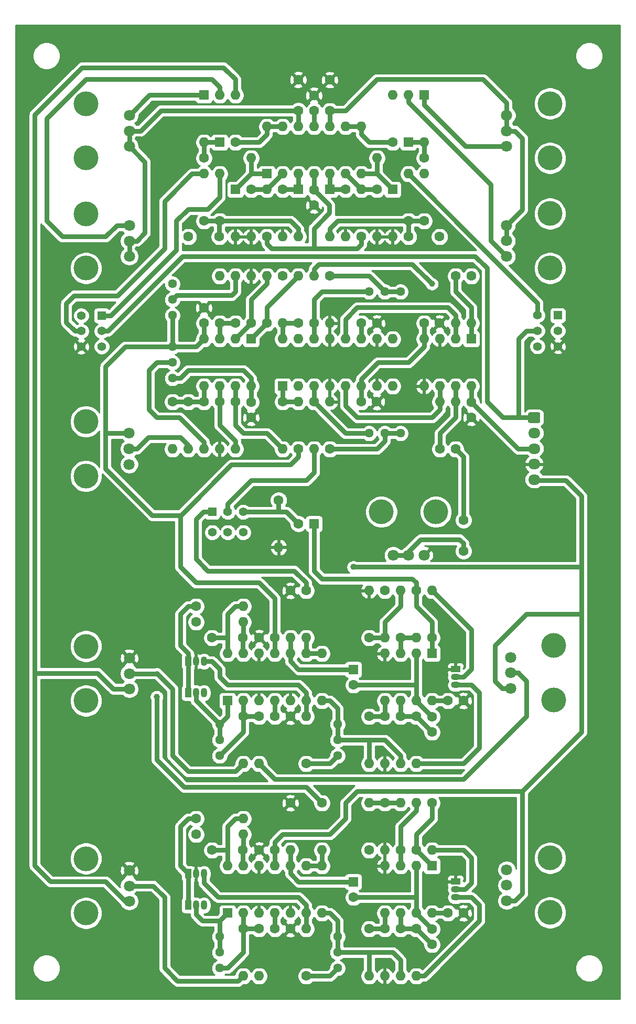
<source format=gbr>
G04 #@! TF.GenerationSoftware,KiCad,Pcbnew,(5.1.5)-3*
G04 #@! TF.CreationDate,2021-04-21T14:12:13+02:00*
G04 #@! TF.ProjectId,AnalogDrum_AM,416e616c-6f67-4447-9275-6d5f414d2e6b,rev?*
G04 #@! TF.SameCoordinates,Original*
G04 #@! TF.FileFunction,Copper,L2,Bot*
G04 #@! TF.FilePolarity,Positive*
%FSLAX46Y46*%
G04 Gerber Fmt 4.6, Leading zero omitted, Abs format (unit mm)*
G04 Created by KiCad (PCBNEW (5.1.5)-3) date 2021-04-21 14:12:13*
%MOMM*%
%LPD*%
G04 APERTURE LIST*
%ADD10O,1.950000X1.700000*%
%ADD11C,0.100000*%
%ADD12C,4.000000*%
%ADD13C,1.800000*%
%ADD14C,1.600000*%
%ADD15R,1.600000X1.600000*%
%ADD16C,1.440000*%
%ADD17C,1.400000*%
%ADD18R,1.400000X1.400000*%
%ADD19O,1.600000X1.600000*%
%ADD20R,1.500000X1.050000*%
%ADD21O,1.500000X1.050000*%
%ADD22R,1.050000X1.500000*%
%ADD23O,1.050000X1.500000*%
%ADD24C,1.000000*%
%ADD25C,0.750000*%
%ADD26C,0.254000*%
G04 APERTURE END LIST*
D10*
X153670000Y-92550000D03*
X153670000Y-90050000D03*
X153670000Y-87550000D03*
X153670000Y-85050000D03*
G04 #@! TA.AperFunction,ComponentPad*
D11*
G36*
X154419504Y-81701204D02*
G01*
X154443773Y-81704804D01*
X154467571Y-81710765D01*
X154490671Y-81719030D01*
X154512849Y-81729520D01*
X154533893Y-81742133D01*
X154553598Y-81756747D01*
X154571777Y-81773223D01*
X154588253Y-81791402D01*
X154602867Y-81811107D01*
X154615480Y-81832151D01*
X154625970Y-81854329D01*
X154634235Y-81877429D01*
X154640196Y-81901227D01*
X154643796Y-81925496D01*
X154645000Y-81950000D01*
X154645000Y-83150000D01*
X154643796Y-83174504D01*
X154640196Y-83198773D01*
X154634235Y-83222571D01*
X154625970Y-83245671D01*
X154615480Y-83267849D01*
X154602867Y-83288893D01*
X154588253Y-83308598D01*
X154571777Y-83326777D01*
X154553598Y-83343253D01*
X154533893Y-83357867D01*
X154512849Y-83370480D01*
X154490671Y-83380970D01*
X154467571Y-83389235D01*
X154443773Y-83395196D01*
X154419504Y-83398796D01*
X154395000Y-83400000D01*
X152945000Y-83400000D01*
X152920496Y-83398796D01*
X152896227Y-83395196D01*
X152872429Y-83389235D01*
X152849329Y-83380970D01*
X152827151Y-83370480D01*
X152806107Y-83357867D01*
X152786402Y-83343253D01*
X152768223Y-83326777D01*
X152751747Y-83308598D01*
X152737133Y-83288893D01*
X152724520Y-83267849D01*
X152714030Y-83245671D01*
X152705765Y-83222571D01*
X152699804Y-83198773D01*
X152696204Y-83174504D01*
X152695000Y-83150000D01*
X152695000Y-81950000D01*
X152696204Y-81925496D01*
X152699804Y-81901227D01*
X152705765Y-81877429D01*
X152714030Y-81854329D01*
X152724520Y-81832151D01*
X152737133Y-81811107D01*
X152751747Y-81791402D01*
X152768223Y-81773223D01*
X152786402Y-81756747D01*
X152806107Y-81742133D01*
X152827151Y-81729520D01*
X152849329Y-81719030D01*
X152872429Y-81710765D01*
X152896227Y-81704804D01*
X152920496Y-81701204D01*
X152945000Y-81700000D01*
X154395000Y-81700000D01*
X154419504Y-81701204D01*
G37*
G04 #@! TD.AperFunction*
D12*
X156225000Y-162470000D03*
X156225000Y-153670000D03*
D13*
X149225000Y-160570000D03*
X149225000Y-158070000D03*
X149225000Y-155570000D03*
D12*
X81280000Y-153760000D03*
X81280000Y-162560000D03*
D13*
X88280000Y-155660000D03*
X88280000Y-158160000D03*
X88280000Y-160660000D03*
D12*
X156210000Y-58415000D03*
X156210000Y-49615000D03*
D13*
X149210000Y-56515000D03*
X149210000Y-54015000D03*
X149210000Y-51515000D03*
D12*
X156225000Y-40640000D03*
X156225000Y-31840000D03*
D13*
X149225000Y-38740000D03*
X149225000Y-36240000D03*
X149225000Y-33740000D03*
D12*
X81280000Y-49620000D03*
X81280000Y-58420000D03*
D13*
X88280000Y-51520000D03*
X88280000Y-54020000D03*
X88280000Y-56520000D03*
D12*
X81280000Y-31840000D03*
X81280000Y-40640000D03*
D13*
X88280000Y-33740000D03*
X88280000Y-36240000D03*
X88280000Y-38740000D03*
D12*
X156845000Y-128180000D03*
X156845000Y-119380000D03*
D13*
X149845000Y-126280000D03*
X149845000Y-123780000D03*
X149845000Y-121280000D03*
D12*
X81280000Y-119470000D03*
X81280000Y-128270000D03*
D13*
X88280000Y-121370000D03*
X88280000Y-123870000D03*
X88280000Y-126370000D03*
D12*
X81265000Y-83190000D03*
X81265000Y-91990000D03*
D13*
X88265000Y-85090000D03*
X88265000Y-87590000D03*
X88265000Y-90090000D03*
D12*
X137790000Y-97775000D03*
X128990000Y-97775000D03*
D13*
X135890000Y-104775000D03*
X133390000Y-104775000D03*
X130890000Y-104775000D03*
D14*
X101640000Y-152400000D03*
X106640000Y-152400000D03*
X120650000Y-28020000D03*
X120650000Y-33020000D03*
X138390000Y-53340000D03*
X133390000Y-53340000D03*
X115570000Y-27980000D03*
X115570000Y-32980000D03*
X97830000Y-53340000D03*
X102830000Y-53340000D03*
X101640000Y-118110000D03*
X106640000Y-118110000D03*
X142240000Y-99100000D03*
X142240000Y-104100000D03*
X115610000Y-99695000D03*
D15*
X118110000Y-99695000D03*
D16*
X95250000Y-71120000D03*
X95250000Y-73660000D03*
X95250000Y-76200000D03*
D17*
X106680000Y-101090000D03*
X104180000Y-101090000D03*
X101680000Y-101090000D03*
X106680000Y-97790000D03*
X104180000Y-97790000D03*
D18*
X101680000Y-97790000D03*
D19*
X112395000Y-103505000D03*
D14*
X112395000Y-95885000D03*
D19*
X137160000Y-162560000D03*
X129540000Y-154940000D03*
X134620000Y-162560000D03*
X132080000Y-154940000D03*
X132080000Y-162560000D03*
X134620000Y-154940000D03*
X129540000Y-162560000D03*
D15*
X137160000Y-154940000D03*
D19*
X104140000Y-154940000D03*
X119380000Y-162560000D03*
X106680000Y-154940000D03*
X116840000Y-162560000D03*
X109220000Y-154940000D03*
X114300000Y-162560000D03*
X111760000Y-154940000D03*
X111760000Y-162560000D03*
X114300000Y-154940000D03*
X109220000Y-162560000D03*
X116840000Y-154940000D03*
X106680000Y-162560000D03*
X119380000Y-154940000D03*
D15*
X104140000Y-162560000D03*
D19*
X110490000Y-35560000D03*
X125730000Y-43180000D03*
X113030000Y-35560000D03*
X123190000Y-43180000D03*
X115570000Y-35560000D03*
X120650000Y-43180000D03*
X118110000Y-35560000D03*
X118110000Y-43180000D03*
X120650000Y-35560000D03*
X115570000Y-43180000D03*
X123190000Y-35560000D03*
X113030000Y-43180000D03*
X125730000Y-35560000D03*
D15*
X110490000Y-43180000D03*
D19*
X137160000Y-128270000D03*
X129540000Y-120650000D03*
X134620000Y-128270000D03*
X132080000Y-120650000D03*
X132080000Y-128270000D03*
X134620000Y-120650000D03*
X129540000Y-128270000D03*
D15*
X137160000Y-120650000D03*
D19*
X104140000Y-120650000D03*
X119380000Y-128270000D03*
X106680000Y-120650000D03*
X116840000Y-128270000D03*
X109220000Y-120650000D03*
X114300000Y-128270000D03*
X111760000Y-120650000D03*
X111760000Y-128270000D03*
X114300000Y-120650000D03*
X109220000Y-128270000D03*
X116840000Y-120650000D03*
X106680000Y-128270000D03*
X119380000Y-120650000D03*
D15*
X104140000Y-128270000D03*
D19*
X143510000Y-77470000D03*
X135890000Y-69850000D03*
X140970000Y-77470000D03*
X138430000Y-69850000D03*
X138430000Y-77470000D03*
X140970000Y-69850000D03*
X135890000Y-77470000D03*
D15*
X143510000Y-69850000D03*
D19*
X113030000Y-69850000D03*
X130810000Y-77470000D03*
X115570000Y-69850000D03*
X128270000Y-77470000D03*
X118110000Y-69850000D03*
X125730000Y-77470000D03*
X120650000Y-69850000D03*
X123190000Y-77470000D03*
X123190000Y-69850000D03*
X120650000Y-77470000D03*
X125730000Y-69850000D03*
X118110000Y-77470000D03*
X128270000Y-69850000D03*
X115570000Y-77470000D03*
X130810000Y-69850000D03*
D15*
X113030000Y-77470000D03*
D19*
X107950000Y-77470000D03*
X100330000Y-69850000D03*
X105410000Y-77470000D03*
X102870000Y-69850000D03*
X102870000Y-77470000D03*
X105410000Y-69850000D03*
X100330000Y-77470000D03*
D15*
X107950000Y-69850000D03*
D17*
X154180000Y-71040000D03*
X154180000Y-68540000D03*
X154180000Y-66040000D03*
X157480000Y-71040000D03*
X157480000Y-68540000D03*
D18*
X157480000Y-66040000D03*
D17*
X80520000Y-71080000D03*
X80520000Y-68580000D03*
X80520000Y-66080000D03*
X83820000Y-71080000D03*
X83820000Y-68580000D03*
D18*
X83820000Y-66080000D03*
D16*
X121920000Y-166370000D03*
X121920000Y-168910000D03*
X121920000Y-171450000D03*
X102870000Y-166370000D03*
X102870000Y-168910000D03*
X102870000Y-171450000D03*
X121920000Y-132080000D03*
X121920000Y-134620000D03*
X121920000Y-137160000D03*
X102870000Y-132080000D03*
X102870000Y-134620000D03*
X102870000Y-137160000D03*
X132080000Y-62230000D03*
X129540000Y-62230000D03*
X127000000Y-62230000D03*
X132080000Y-85090000D03*
X129540000Y-85090000D03*
X127000000Y-85090000D03*
X95250000Y-66040000D03*
X95250000Y-63500000D03*
X95250000Y-60960000D03*
D19*
X137160000Y-152400000D03*
D14*
X137160000Y-144780000D03*
D19*
X134620000Y-144780000D03*
D14*
X134620000Y-152400000D03*
D19*
X106680000Y-147320000D03*
D14*
X99060000Y-147320000D03*
D19*
X129540000Y-152400000D03*
D14*
X129540000Y-144780000D03*
D19*
X134620000Y-172720000D03*
D14*
X134620000Y-165100000D03*
D19*
X129540000Y-172720000D03*
D14*
X129540000Y-165100000D03*
D19*
X132080000Y-144780000D03*
D14*
X132080000Y-152400000D03*
D19*
X127000000Y-172720000D03*
D14*
X127000000Y-165100000D03*
D19*
X109220000Y-172720000D03*
D14*
X109220000Y-165100000D03*
D19*
X114300000Y-152400000D03*
D14*
X114300000Y-144780000D03*
D19*
X119380000Y-152400000D03*
D14*
X119380000Y-144780000D03*
D19*
X132080000Y-172720000D03*
D14*
X132080000Y-165100000D03*
D19*
X116840000Y-165100000D03*
D14*
X116840000Y-172720000D03*
D19*
X106680000Y-149860000D03*
D14*
X99060000Y-149860000D03*
D19*
X106680000Y-172720000D03*
D14*
X106680000Y-165100000D03*
D19*
X127000000Y-144780000D03*
D14*
X127000000Y-152400000D03*
D19*
X128270000Y-53340000D03*
D14*
X128270000Y-45720000D03*
D19*
X123190000Y-53340000D03*
D14*
X123190000Y-45720000D03*
D19*
X135890000Y-43180000D03*
D14*
X135890000Y-50800000D03*
D19*
X130810000Y-30480000D03*
D14*
X130810000Y-38100000D03*
D19*
X128270000Y-40640000D03*
D14*
X135890000Y-40640000D03*
D19*
X133350000Y-43180000D03*
D14*
X133350000Y-50800000D03*
D19*
X125730000Y-45720000D03*
D14*
X125730000Y-53340000D03*
D19*
X107950000Y-53340000D03*
D14*
X107950000Y-45720000D03*
D19*
X113030000Y-53340000D03*
D14*
X113030000Y-45720000D03*
D19*
X100330000Y-43180000D03*
D14*
X100330000Y-50800000D03*
D19*
X105410000Y-30480000D03*
D14*
X105410000Y-38100000D03*
D19*
X107950000Y-40640000D03*
D14*
X100330000Y-40640000D03*
D19*
X102870000Y-43180000D03*
D14*
X102870000Y-50800000D03*
D19*
X110490000Y-45720000D03*
D14*
X110490000Y-53340000D03*
D19*
X137160000Y-110490000D03*
D14*
X137160000Y-118110000D03*
D19*
X134620000Y-118110000D03*
D14*
X134620000Y-110490000D03*
D19*
X106680000Y-113030000D03*
D14*
X99060000Y-113030000D03*
D19*
X127000000Y-110490000D03*
D14*
X127000000Y-118110000D03*
D19*
X134620000Y-138430000D03*
D14*
X134620000Y-130810000D03*
D19*
X129540000Y-138430000D03*
D14*
X129540000Y-130810000D03*
D19*
X132080000Y-110490000D03*
D14*
X132080000Y-118110000D03*
D19*
X127000000Y-138430000D03*
D14*
X127000000Y-130810000D03*
D19*
X109220000Y-138430000D03*
D14*
X109220000Y-130810000D03*
D19*
X114300000Y-118110000D03*
D14*
X114300000Y-110490000D03*
D19*
X116840000Y-118110000D03*
D14*
X116840000Y-110490000D03*
D19*
X132080000Y-138430000D03*
D14*
X132080000Y-130810000D03*
D19*
X116840000Y-130810000D03*
D14*
X116840000Y-138430000D03*
D19*
X106680000Y-115570000D03*
D14*
X99060000Y-115570000D03*
D19*
X106680000Y-138430000D03*
D14*
X106680000Y-130810000D03*
D19*
X129540000Y-118110000D03*
D14*
X129540000Y-110490000D03*
D19*
X120650000Y-67310000D03*
D14*
X120650000Y-59690000D03*
D19*
X120650000Y-80010000D03*
D14*
X120650000Y-87630000D03*
D19*
X143510000Y-67310000D03*
D14*
X143510000Y-59690000D03*
D19*
X140970000Y-80010000D03*
D14*
X140970000Y-87630000D03*
D19*
X118110000Y-59690000D03*
D14*
X118110000Y-67310000D03*
D19*
X118110000Y-87630000D03*
D14*
X118110000Y-80010000D03*
D19*
X140970000Y-67310000D03*
D14*
X140970000Y-59690000D03*
D19*
X138430000Y-80010000D03*
D14*
X138430000Y-87630000D03*
D19*
X107950000Y-59690000D03*
D14*
X107950000Y-67310000D03*
D19*
X102870000Y-87630000D03*
D14*
X102870000Y-80010000D03*
D19*
X110490000Y-59690000D03*
D14*
X110490000Y-67310000D03*
D19*
X105410000Y-87630000D03*
D14*
X105410000Y-80010000D03*
D19*
X113030000Y-67310000D03*
D14*
X113030000Y-59690000D03*
D19*
X115570000Y-59690000D03*
D14*
X115570000Y-67310000D03*
D19*
X115570000Y-80010000D03*
D14*
X115570000Y-87630000D03*
D19*
X113030000Y-87630000D03*
D14*
X113030000Y-80010000D03*
D19*
X102870000Y-59690000D03*
D14*
X102870000Y-67310000D03*
D19*
X95250000Y-87630000D03*
D14*
X95250000Y-80010000D03*
D19*
X105410000Y-59690000D03*
D14*
X105410000Y-67310000D03*
D19*
X97790000Y-87630000D03*
D14*
X97790000Y-80010000D03*
D19*
X100330000Y-87630000D03*
D14*
X100330000Y-80010000D03*
D20*
X140970000Y-157480000D03*
D21*
X140970000Y-160020000D03*
X140970000Y-158750000D03*
D22*
X97790000Y-156210000D03*
D23*
X100330000Y-156210000D03*
X99060000Y-156210000D03*
D22*
X97790000Y-161290000D03*
D23*
X100330000Y-161290000D03*
X99060000Y-161290000D03*
D20*
X140970000Y-123190000D03*
D21*
X140970000Y-125730000D03*
X140970000Y-124460000D03*
D22*
X97790000Y-121920000D03*
D23*
X100330000Y-121920000D03*
X99060000Y-121920000D03*
D22*
X97790000Y-127000000D03*
D23*
X100330000Y-127000000D03*
X99060000Y-127000000D03*
D19*
X130810000Y-53340000D03*
D15*
X130810000Y-45720000D03*
D19*
X133350000Y-30480000D03*
D15*
X133350000Y-38100000D03*
D19*
X120650000Y-53340000D03*
D15*
X120650000Y-45720000D03*
D19*
X135890000Y-38100000D03*
D15*
X135890000Y-30480000D03*
D19*
X105410000Y-53340000D03*
D15*
X105410000Y-45720000D03*
D19*
X102870000Y-30480000D03*
D15*
X102870000Y-38100000D03*
D19*
X115570000Y-53340000D03*
D15*
X115570000Y-45720000D03*
D19*
X100330000Y-38100000D03*
D15*
X100330000Y-30480000D03*
D14*
X124460000Y-160020000D03*
D15*
X124460000Y-157520000D03*
D14*
X124460000Y-125730000D03*
D15*
X124460000Y-123230000D03*
D14*
X111760000Y-152400000D03*
X109260000Y-152400000D03*
X114300000Y-165100000D03*
X111800000Y-165100000D03*
X142240000Y-162560000D03*
X139740000Y-162560000D03*
X118110000Y-33020000D03*
X118110000Y-30520000D03*
X118110000Y-48260000D03*
X118110000Y-45760000D03*
X111760000Y-118110000D03*
X109260000Y-118110000D03*
X114300000Y-130810000D03*
X111800000Y-130810000D03*
X142240000Y-128270000D03*
X139740000Y-128270000D03*
X125730000Y-80010000D03*
X128230000Y-80010000D03*
X135890000Y-67310000D03*
X138390000Y-67310000D03*
X100330000Y-67310000D03*
X100330000Y-64810000D03*
X128270000Y-67310000D03*
X125770000Y-67310000D03*
X143510000Y-82550000D03*
X143510000Y-80050000D03*
X107950000Y-82550000D03*
X107950000Y-80050000D03*
X137160000Y-165140000D03*
X137160000Y-167640000D03*
X137160000Y-130850000D03*
X137160000Y-133350000D03*
D24*
X71120000Y-20320000D03*
X81280000Y-20320000D03*
X91440000Y-20320000D03*
X101600000Y-20320000D03*
X111760000Y-20320000D03*
X121920000Y-20320000D03*
X132080000Y-20320000D03*
X142240000Y-20320000D03*
X152400000Y-20320000D03*
X71120000Y-30480000D03*
X71120000Y-40640000D03*
X71120000Y-50800000D03*
X71120000Y-60960000D03*
X71120000Y-71120000D03*
X71120000Y-81280000D03*
X71120000Y-91440000D03*
X71120000Y-101600000D03*
X71120000Y-111760000D03*
X71120000Y-121920000D03*
X71120000Y-132080000D03*
X71120000Y-142240000D03*
X71120000Y-152400000D03*
X71120000Y-162560000D03*
X71120000Y-175260000D03*
X81280000Y-175260000D03*
X91440000Y-175260000D03*
X101600000Y-175260000D03*
X111760000Y-175260000D03*
X121920000Y-175260000D03*
X132080000Y-175260000D03*
X142240000Y-175260000D03*
X152400000Y-175260000D03*
X166370000Y-20320000D03*
X166370000Y-175260000D03*
X166370000Y-30480000D03*
X166370000Y-40640000D03*
X166370000Y-50800000D03*
X166370000Y-60960000D03*
X166370000Y-71120000D03*
X166370000Y-81280000D03*
X166370000Y-91440000D03*
X166370000Y-101600000D03*
X166370000Y-111760000D03*
X166370000Y-121920000D03*
X166370000Y-132080000D03*
X166370000Y-142240000D03*
X166370000Y-152400000D03*
X166370000Y-162560000D03*
X124460000Y-106680000D03*
X92710000Y-127635000D03*
X137160000Y-60960000D03*
D25*
X124460000Y-125730000D02*
X134620000Y-125730000D01*
X134620000Y-120650000D02*
X134620000Y-125730000D01*
X134620000Y-125730000D02*
X134620000Y-128270000D01*
X134620000Y-128310000D02*
X137160000Y-130850000D01*
X134620000Y-128270000D02*
X134620000Y-128310000D01*
X132080000Y-128270000D02*
X132080000Y-130810000D01*
X132080000Y-130810000D02*
X134620000Y-130810000D01*
X134620000Y-130810000D02*
X137160000Y-133350000D01*
X134620000Y-162600000D02*
X137160000Y-165140000D01*
X134620000Y-162560000D02*
X134620000Y-162600000D01*
X134620000Y-154940000D02*
X134620000Y-160020000D01*
X124460000Y-160020000D02*
X134620000Y-160020000D01*
X134620000Y-160020000D02*
X134620000Y-162560000D01*
X132080000Y-162560000D02*
X132080000Y-165100000D01*
X132080000Y-165100000D02*
X134620000Y-165100000D01*
X134620000Y-165100000D02*
X137160000Y-167640000D01*
X118110000Y-43180000D02*
X118110000Y-45760000D01*
X125770000Y-69810000D02*
X125730000Y-69850000D01*
X125770000Y-67310000D02*
X125770000Y-69810000D01*
X107950000Y-77470000D02*
X107950000Y-80050000D01*
X143510000Y-77470000D02*
X143510000Y-80050000D01*
X139740000Y-128270000D02*
X137160000Y-128270000D01*
X111760000Y-130770000D02*
X111800000Y-130810000D01*
X111760000Y-128270000D02*
X111760000Y-130770000D01*
X111760000Y-165060000D02*
X111800000Y-165100000D01*
X111760000Y-162560000D02*
X111760000Y-165060000D01*
X137160000Y-162560000D02*
X139740000Y-162560000D01*
X118110000Y-45760000D02*
X120610000Y-48260000D01*
X120610000Y-48260000D02*
X120610000Y-49490000D01*
X120610000Y-49490000D02*
X118110000Y-51990000D01*
X107950000Y-76200000D02*
X107950000Y-77470000D01*
X97790000Y-74930000D02*
X106680000Y-74930000D01*
X106680000Y-74930000D02*
X107950000Y-76200000D01*
X95250000Y-76200000D02*
X96520000Y-76200000D01*
X96520000Y-76200000D02*
X97790000Y-74930000D01*
X151090000Y-87630000D02*
X143510000Y-80050000D01*
X153670000Y-87630000D02*
X151090000Y-87630000D01*
X110490000Y-53340000D02*
X110490000Y-54471370D01*
X125730000Y-54610000D02*
X125730000Y-53340000D01*
X125095000Y-55245000D02*
X125730000Y-54610000D01*
X118110000Y-51990000D02*
X118110000Y-55245000D01*
X118110000Y-55245000D02*
X125095000Y-55245000D01*
X111263630Y-55245000D02*
X110490000Y-54471370D01*
X118110000Y-55245000D02*
X111263630Y-55245000D01*
X118110000Y-33020000D02*
X118110000Y-35560000D01*
X100330000Y-67310000D02*
X100330000Y-69850000D01*
X135890000Y-67310000D02*
X135890000Y-69850000D01*
X125730000Y-77470000D02*
X125730000Y-80010000D01*
X111760000Y-118110000D02*
X111760000Y-120650000D01*
X111760000Y-152400000D02*
X111760000Y-154940000D01*
X100330000Y-69850000D02*
X99060000Y-71120000D01*
X99060000Y-71120000D02*
X95250000Y-71120000D01*
X95250000Y-66040000D02*
X95250000Y-71120000D01*
X111760000Y-111760000D02*
X109220000Y-109220000D01*
X99060000Y-109220000D02*
X96520000Y-106680000D01*
X109220000Y-109220000D02*
X99060000Y-109220000D01*
X96520000Y-106680000D02*
X96520000Y-99060000D01*
X111760000Y-114300000D02*
X111760000Y-111760000D01*
X111760000Y-118110000D02*
X111760000Y-114300000D01*
X125730000Y-106680000D02*
X125730000Y-106680000D01*
X111760000Y-152400000D02*
X111760000Y-151130000D01*
X111760000Y-151130000D02*
X113030000Y-149860000D01*
X113030000Y-149860000D02*
X120650000Y-149860000D01*
X123190000Y-147320000D02*
X123190000Y-144780000D01*
X120650000Y-149860000D02*
X123190000Y-147320000D01*
X123190000Y-144780000D02*
X125095000Y-142875000D01*
X125095000Y-142875000D02*
X149225000Y-142875000D01*
X161290000Y-106680000D02*
X161290000Y-95250000D01*
X158750000Y-92710000D02*
X161290000Y-95250000D01*
X153670000Y-92710000D02*
X158750000Y-92710000D01*
X125730000Y-76338630D02*
X128408630Y-73660000D01*
X125730000Y-77470000D02*
X125730000Y-76338630D01*
X128408630Y-73660000D02*
X133350000Y-73660000D01*
X135890000Y-71120000D02*
X135890000Y-69850000D01*
X133350000Y-73660000D02*
X135890000Y-71120000D01*
X125730000Y-106680000D02*
X124460000Y-106680000D01*
X161290000Y-106680000D02*
X125730000Y-106680000D01*
X87630000Y-71120000D02*
X95250000Y-71120000D01*
X84455000Y-74295000D02*
X87630000Y-71120000D01*
X96520000Y-98345000D02*
X96520000Y-99060000D01*
X114300000Y-90170000D02*
X115570000Y-88900000D01*
X104775000Y-90170000D02*
X114300000Y-90170000D01*
X96520000Y-98345000D02*
X96600000Y-98345000D01*
X115570000Y-88900000D02*
X115570000Y-87630000D01*
X96600000Y-98345000D02*
X104775000Y-90170000D01*
X161290000Y-114300000D02*
X161290000Y-106680000D01*
X88265000Y-85090000D02*
X84455000Y-85090000D01*
X84455000Y-74295000D02*
X84455000Y-85090000D01*
X91995000Y-98345000D02*
X96600000Y-98345000D01*
X84455000Y-85090000D02*
X84455000Y-90805000D01*
X84455000Y-90805000D02*
X91995000Y-98345000D01*
X149225000Y-160570000D02*
X150580000Y-160570000D01*
X150580000Y-160570000D02*
X151765000Y-159385000D01*
X151765000Y-159385000D02*
X151765000Y-142875000D01*
X151765000Y-142875000D02*
X149225000Y-142875000D01*
X161290000Y-121285000D02*
X161290000Y-114300000D01*
X151765000Y-142875000D02*
X161290000Y-133350000D01*
X161290000Y-133350000D02*
X161290000Y-121285000D01*
X148505000Y-126280000D02*
X149845000Y-126280000D01*
X147320000Y-125095000D02*
X148505000Y-126280000D01*
X161290000Y-114300000D02*
X152400000Y-114300000D01*
X147320000Y-119380000D02*
X147320000Y-125095000D01*
X152400000Y-114300000D02*
X147320000Y-119380000D01*
X104140000Y-118110000D02*
X104140000Y-120650000D01*
X106680000Y-113030000D02*
X105410000Y-113030000D01*
X104140000Y-114300000D02*
X104140000Y-118110000D01*
X105410000Y-113030000D02*
X104140000Y-114300000D01*
X101640000Y-118110000D02*
X104140000Y-118110000D01*
X100330000Y-50800000D02*
X102870000Y-50800000D01*
X102870000Y-50800000D02*
X114300000Y-50800000D01*
X115570000Y-52070000D02*
X115570000Y-53340000D01*
X114300000Y-50800000D02*
X115570000Y-52070000D01*
X102830000Y-50840000D02*
X102870000Y-50800000D01*
X102830000Y-53340000D02*
X102830000Y-50840000D01*
X115570000Y-32980000D02*
X115570000Y-35560000D01*
X88280000Y-36240000D02*
X88280000Y-38740000D01*
X88280000Y-36240000D02*
X90125000Y-36240000D01*
X93385000Y-32980000D02*
X115570000Y-32980000D01*
X90125000Y-36240000D02*
X93385000Y-32980000D01*
X88280000Y-56520000D02*
X88280000Y-54020000D01*
X90805000Y-41265000D02*
X88280000Y-38740000D01*
X90805000Y-52705000D02*
X90805000Y-41265000D01*
X88280000Y-54020000D02*
X89490000Y-54020000D01*
X89490000Y-54020000D02*
X90805000Y-52705000D01*
X135890000Y-50800000D02*
X133350000Y-50800000D01*
X133350000Y-50800000D02*
X121920000Y-50800000D01*
X120650000Y-52070000D02*
X120650000Y-53340000D01*
X121920000Y-50800000D02*
X120650000Y-52070000D01*
X133390000Y-50840000D02*
X133350000Y-50800000D01*
X133390000Y-53340000D02*
X133390000Y-50840000D01*
X120650000Y-33020000D02*
X120650000Y-35560000D01*
X123190000Y-33020000D02*
X128270000Y-27940000D01*
X120650000Y-33020000D02*
X123190000Y-33020000D01*
X128270000Y-27940000D02*
X145415000Y-27940000D01*
X149225000Y-31750000D02*
X149225000Y-33740000D01*
X145415000Y-27940000D02*
X149225000Y-31750000D01*
X149225000Y-33740000D02*
X149225000Y-36240000D01*
X149225000Y-36240000D02*
X150540000Y-36240000D01*
X150540000Y-36240000D02*
X151765000Y-37465000D01*
X151765000Y-48960000D02*
X149210000Y-51515000D01*
X151765000Y-37465000D02*
X151765000Y-48960000D01*
X149210000Y-51515000D02*
X149210000Y-54015000D01*
X106680000Y-147320000D02*
X105410000Y-147320000D01*
X104140000Y-148590000D02*
X104140000Y-152400000D01*
X105410000Y-147320000D02*
X104140000Y-148590000D01*
X104140000Y-152400000D02*
X104140000Y-154940000D01*
X101640000Y-152400000D02*
X104140000Y-152400000D01*
X114300000Y-118110000D02*
X114300000Y-120650000D01*
X114300000Y-120650000D02*
X114300000Y-121920000D01*
X115610000Y-123230000D02*
X124460000Y-123230000D01*
X114300000Y-121920000D02*
X115610000Y-123230000D01*
X124460000Y-157520000D02*
X115610000Y-157520000D01*
X114300000Y-156210000D02*
X114300000Y-154940000D01*
X115610000Y-157520000D02*
X114300000Y-156210000D01*
X114300000Y-152400000D02*
X114300000Y-154940000D01*
X102870000Y-38100000D02*
X100330000Y-38100000D01*
X100330000Y-38100000D02*
X100330000Y-40640000D01*
X91540000Y-30480000D02*
X88280000Y-33740000D01*
X100330000Y-30480000D02*
X91540000Y-30480000D01*
X115570000Y-43180000D02*
X115570000Y-45720000D01*
X113030000Y-45720000D02*
X115570000Y-45720000D01*
X77470000Y-53340000D02*
X84455000Y-53340000D01*
X74930000Y-50800000D02*
X77470000Y-53340000D01*
X102870000Y-29210000D02*
X101600000Y-27940000D01*
X102870000Y-30480000D02*
X102870000Y-29210000D01*
X86275000Y-51520000D02*
X88280000Y-51520000D01*
X101600000Y-27940000D02*
X81280000Y-27940000D01*
X84455000Y-53340000D02*
X86275000Y-51520000D01*
X81280000Y-27940000D02*
X74930000Y-34290000D01*
X74930000Y-34290000D02*
X74930000Y-50800000D01*
X107950000Y-43180000D02*
X105410000Y-45720000D01*
X110490000Y-43180000D02*
X107950000Y-43180000D01*
X107950000Y-40640000D02*
X107950000Y-43180000D01*
X133350000Y-38100000D02*
X135890000Y-38100000D01*
X135890000Y-38100000D02*
X135890000Y-40640000D01*
X147952208Y-38740000D02*
X149225000Y-38740000D01*
X142600000Y-38740000D02*
X147952208Y-38740000D01*
X135890000Y-32030000D02*
X142600000Y-38740000D01*
X135890000Y-30480000D02*
X135890000Y-32030000D01*
X120650000Y-43180000D02*
X120650000Y-45720000D01*
X120650000Y-45720000D02*
X123190000Y-45720000D01*
X133350000Y-31611370D02*
X146685000Y-44946370D01*
X133350000Y-30480000D02*
X133350000Y-31611370D01*
X146685000Y-53990000D02*
X149210000Y-56515000D01*
X146685000Y-44946370D02*
X146685000Y-53990000D01*
X128270000Y-43180000D02*
X130810000Y-45720000D01*
X125730000Y-43180000D02*
X128270000Y-43180000D01*
X128270000Y-40640000D02*
X128270000Y-43180000D01*
X154180000Y-68540000D02*
X152440000Y-68540000D01*
X151130000Y-69850000D02*
X151130000Y-82550000D01*
X152440000Y-68540000D02*
X151130000Y-69850000D01*
X153670000Y-82550000D02*
X151130000Y-82550000D01*
X84809949Y-68580000D02*
X83820000Y-68580000D01*
X96874949Y-56515000D02*
X84809949Y-68580000D01*
X148590000Y-82550000D02*
X146050000Y-80010000D01*
X151130000Y-82550000D02*
X148590000Y-82550000D01*
X146050000Y-80010000D02*
X146050000Y-58420000D01*
X146050000Y-58420000D02*
X144145000Y-56515000D01*
X144145000Y-56515000D02*
X96874949Y-56515000D01*
X97790000Y-121920000D02*
X97790000Y-127000000D01*
X99060000Y-113030000D02*
X97790000Y-113030000D01*
X97790000Y-113030000D02*
X96520000Y-114300000D01*
X96520000Y-114300000D02*
X96520000Y-119380000D01*
X96520000Y-119380000D02*
X97790000Y-120650000D01*
X97790000Y-120650000D02*
X97790000Y-121920000D01*
X99060000Y-128270000D02*
X102870000Y-132080000D01*
X99060000Y-127000000D02*
X99060000Y-128270000D01*
X104140000Y-130810000D02*
X102870000Y-132080000D01*
X104140000Y-128270000D02*
X104140000Y-130810000D01*
X102870000Y-132080000D02*
X102870000Y-134620000D01*
X116840000Y-128270000D02*
X116840000Y-130810000D01*
X101605000Y-121920000D02*
X102870000Y-123185000D01*
X100330000Y-121920000D02*
X101605000Y-121920000D01*
X102870000Y-123185000D02*
X102870000Y-124460000D01*
X102870000Y-124460000D02*
X104140000Y-125730000D01*
X104140000Y-125730000D02*
X115570000Y-125730000D01*
X116840000Y-127000000D02*
X116840000Y-128270000D01*
X115570000Y-125730000D02*
X116840000Y-127000000D01*
X143510000Y-125730000D02*
X140970000Y-125730000D01*
X144780000Y-127000000D02*
X143510000Y-125730000D01*
X144780000Y-135890000D02*
X144780000Y-127000000D01*
X134620000Y-138430000D02*
X142240000Y-138430000D01*
X142240000Y-138430000D02*
X144780000Y-135890000D01*
X142240000Y-124460000D02*
X140970000Y-124460000D01*
X137160000Y-110490000D02*
X143510000Y-116840000D01*
X143510000Y-123190000D02*
X142240000Y-124460000D01*
X143510000Y-116840000D02*
X143510000Y-123190000D01*
X97790000Y-161290000D02*
X97790000Y-156210000D01*
X99060000Y-147320000D02*
X97790000Y-147320000D01*
X97790000Y-147320000D02*
X96520000Y-148590000D01*
X96520000Y-148590000D02*
X96520000Y-153440000D01*
X97790000Y-156210000D02*
X96520000Y-154940000D01*
X96520000Y-154940000D02*
X96520000Y-153670000D01*
X99060000Y-162790000D02*
X100100000Y-163830000D01*
X99060000Y-161290000D02*
X99060000Y-162790000D01*
X100100000Y-163830000D02*
X102870000Y-163830000D01*
X102870000Y-163830000D02*
X104140000Y-162560000D01*
X102870000Y-168910000D02*
X102870000Y-166370000D01*
X102870000Y-166370000D02*
X102870000Y-163830000D01*
X116840000Y-162560000D02*
X116840000Y-165100000D01*
X100330000Y-157710000D02*
X102640000Y-160020000D01*
X100330000Y-156210000D02*
X100330000Y-157710000D01*
X102640000Y-160020000D02*
X115570000Y-160020000D01*
X116840000Y-161290000D02*
X116840000Y-162560000D01*
X115570000Y-160020000D02*
X116840000Y-161290000D01*
X134620000Y-172720000D02*
X135890000Y-172720000D01*
X135890000Y-172720000D02*
X144780000Y-163830000D01*
X144780000Y-163830000D02*
X144780000Y-161290000D01*
X143510000Y-160020000D02*
X140970000Y-160020000D01*
X144780000Y-161290000D02*
X143510000Y-160020000D01*
X142470000Y-158750000D02*
X140970000Y-158750000D01*
X143510000Y-153670000D02*
X143510000Y-157710000D01*
X142240000Y-152400000D02*
X143510000Y-153670000D01*
X143510000Y-157710000D02*
X142470000Y-158750000D01*
X137160000Y-152400000D02*
X142240000Y-152400000D01*
X100330000Y-86498630D02*
X100330000Y-87630000D01*
X92710000Y-73660000D02*
X91440000Y-74930000D01*
X96381370Y-82550000D02*
X100330000Y-86498630D01*
X91440000Y-74930000D02*
X91440000Y-81280000D01*
X95250000Y-73660000D02*
X92710000Y-73660000D01*
X91440000Y-81280000D02*
X92710000Y-82550000D01*
X92710000Y-82550000D02*
X96381370Y-82550000D01*
X100330000Y-77470000D02*
X100330000Y-80010000D01*
X95250000Y-80010000D02*
X97790000Y-80010000D01*
X97790000Y-80010000D02*
X100330000Y-80010000D01*
X97790000Y-86995000D02*
X97790000Y-87630000D01*
X96520000Y-85725000D02*
X97790000Y-86995000D01*
X91360000Y-85725000D02*
X96520000Y-85725000D01*
X88265000Y-87590000D02*
X89495000Y-87590000D01*
X89495000Y-87590000D02*
X91360000Y-85725000D01*
X95969999Y-62780001D02*
X104859999Y-62780001D01*
X95250000Y-63500000D02*
X95969999Y-62780001D01*
X105410000Y-62230000D02*
X105410000Y-59690000D01*
X104859999Y-62780001D02*
X105410000Y-62230000D01*
X105410000Y-67310000D02*
X102870000Y-67310000D01*
X102870000Y-67310000D02*
X102870000Y-69850000D01*
X116840000Y-142240000D02*
X97790000Y-142240000D01*
X119380000Y-144780000D02*
X116840000Y-142240000D01*
X97790000Y-142240000D02*
X97155000Y-142240000D01*
X97155000Y-142240000D02*
X92710000Y-137795000D01*
X92710000Y-137795000D02*
X92710000Y-127635000D01*
X92710000Y-127635000D02*
X92710000Y-127635000D01*
X113030000Y-87630000D02*
X110490000Y-85090000D01*
X110490000Y-85090000D02*
X106680000Y-85090000D01*
X105410000Y-83820000D02*
X105410000Y-80010000D01*
X106680000Y-85090000D02*
X105410000Y-83820000D01*
X105410000Y-77470000D02*
X105410000Y-80010000D01*
X113030000Y-77470000D02*
X113030000Y-80010000D01*
X113030000Y-80010000D02*
X115570000Y-80010000D01*
X115570000Y-59690000D02*
X110490000Y-64770000D01*
X110490000Y-64770000D02*
X110490000Y-67310000D01*
X107950000Y-69850000D02*
X110490000Y-67310000D01*
X115570000Y-67310000D02*
X113030000Y-67310000D01*
X113030000Y-67310000D02*
X113030000Y-69850000D01*
X102870000Y-77470000D02*
X102870000Y-80010000D01*
X102870000Y-80010000D02*
X102870000Y-83820000D01*
X105410000Y-86360000D02*
X105410000Y-87630000D01*
X102870000Y-83820000D02*
X105410000Y-86360000D01*
X105410000Y-69850000D02*
X107950000Y-67310000D01*
X110490000Y-59690000D02*
X110490000Y-60960000D01*
X107950000Y-63500000D02*
X107950000Y-67310000D01*
X110490000Y-60960000D02*
X107950000Y-63500000D01*
X138430000Y-77470000D02*
X138430000Y-80010000D01*
X138430000Y-81280000D02*
X138430000Y-80010000D01*
X125095000Y-82550000D02*
X137160000Y-82550000D01*
X123190000Y-77470000D02*
X123190000Y-80645000D01*
X137160000Y-82550000D02*
X138430000Y-81280000D01*
X123190000Y-80645000D02*
X125095000Y-82550000D01*
X138430000Y-87630000D02*
X138430000Y-85090000D01*
X140970000Y-82550000D02*
X140970000Y-80010000D01*
X138430000Y-85090000D02*
X140970000Y-82550000D01*
X140970000Y-77470000D02*
X140970000Y-80010000D01*
X140970000Y-67310000D02*
X140970000Y-69850000D01*
X139700000Y-64770000D02*
X140970000Y-66040000D01*
X125095000Y-64770000D02*
X139700000Y-64770000D01*
X140970000Y-66040000D02*
X140970000Y-67310000D01*
X123190000Y-69850000D02*
X123190000Y-66675000D01*
X123190000Y-66675000D02*
X125095000Y-64770000D01*
X143510000Y-67310000D02*
X143510000Y-69850000D01*
X140970000Y-59690000D02*
X140970000Y-62230000D01*
X143510000Y-64770000D02*
X143510000Y-67310000D01*
X140970000Y-62230000D02*
X143510000Y-64770000D01*
X104180000Y-97790000D02*
X104180000Y-96480000D01*
X104180000Y-96480000D02*
X107950000Y-92710000D01*
X107950000Y-92710000D02*
X116840000Y-92710000D01*
X118110000Y-91440000D02*
X118110000Y-87630000D01*
X116840000Y-92710000D02*
X118110000Y-91440000D01*
X118110000Y-77470000D02*
X118110000Y-80010000D01*
X118110000Y-80010000D02*
X123190000Y-85090000D01*
X123190000Y-85090000D02*
X127000000Y-85090000D01*
X118110000Y-58558630D02*
X118883630Y-57785000D01*
X118110000Y-59690000D02*
X118110000Y-58558630D01*
X118883630Y-57785000D02*
X133985000Y-57785000D01*
X133985000Y-57785000D02*
X137160000Y-60960000D01*
X137160000Y-60960000D02*
X137160000Y-60960000D01*
X137160000Y-60960000D02*
X137160000Y-60960000D01*
X142240000Y-102870000D02*
X142240000Y-104100000D01*
X141605000Y-102235000D02*
X142240000Y-102870000D01*
X130890000Y-104775000D02*
X133390000Y-104775000D01*
X133390000Y-104775000D02*
X133390000Y-104180000D01*
X135335000Y-102235000D02*
X141605000Y-102235000D01*
X133390000Y-104180000D02*
X135335000Y-102235000D01*
X118110000Y-67310000D02*
X118110000Y-69850000D01*
X127000000Y-62230000D02*
X119380000Y-62230000D01*
X118110000Y-63500000D02*
X118110000Y-67310000D01*
X119380000Y-62230000D02*
X118110000Y-63500000D01*
X132080000Y-85090000D02*
X129540000Y-85090000D01*
X120650000Y-87630000D02*
X128270000Y-87630000D01*
X129540000Y-86360000D02*
X129540000Y-85090000D01*
X128270000Y-87630000D02*
X129540000Y-86360000D01*
X127000000Y-59690000D02*
X129540000Y-62230000D01*
X120650000Y-59690000D02*
X127000000Y-59690000D01*
X129540000Y-62230000D02*
X132080000Y-62230000D01*
X127000000Y-118110000D02*
X129540000Y-118110000D01*
X129540000Y-118110000D02*
X129540000Y-115570000D01*
X132080000Y-113030000D02*
X132080000Y-110490000D01*
X129540000Y-115570000D02*
X132080000Y-113030000D01*
X105410000Y-139700000D02*
X97790000Y-139700000D01*
X106680000Y-138430000D02*
X105410000Y-139700000D01*
X97790000Y-139700000D02*
X95250000Y-137160000D01*
X92710000Y-123825000D02*
X95250000Y-126365000D01*
X95250000Y-137160000D02*
X95250000Y-126365000D01*
X92665000Y-123870000D02*
X92710000Y-123825000D01*
X88280000Y-123870000D02*
X92665000Y-123870000D01*
X102870000Y-137160000D02*
X106680000Y-133350000D01*
X106680000Y-133350000D02*
X106680000Y-130810000D01*
X106680000Y-128270000D02*
X106680000Y-130810000D01*
X106680000Y-130810000D02*
X109220000Y-130810000D01*
X120650000Y-138430000D02*
X121920000Y-137160000D01*
X116840000Y-138430000D02*
X120650000Y-138430000D01*
X132080000Y-138430000D02*
X132080000Y-137160000D01*
X132080000Y-137160000D02*
X129540000Y-134620000D01*
X127000000Y-138430000D02*
X127000000Y-134620000D01*
X129540000Y-134620000D02*
X127000000Y-134620000D01*
X127000000Y-134620000D02*
X121920000Y-134620000D01*
X119380000Y-128270000D02*
X120650000Y-128270000D01*
X121920000Y-129540000D02*
X121920000Y-132080000D01*
X120650000Y-128270000D02*
X121920000Y-129540000D01*
X121920000Y-132080000D02*
X121920000Y-134620000D01*
X116840000Y-120650000D02*
X119380000Y-120650000D01*
X116840000Y-118110000D02*
X116840000Y-120650000D01*
X111760000Y-140970000D02*
X109220000Y-138430000D01*
X142240000Y-140970000D02*
X111760000Y-140970000D01*
X151117792Y-123780000D02*
X151130000Y-123792208D01*
X151130000Y-123825000D02*
X152400000Y-125095000D01*
X152400000Y-130810000D02*
X142240000Y-140970000D01*
X149845000Y-123780000D02*
X151117792Y-123780000D01*
X151130000Y-123792208D02*
X151130000Y-123825000D01*
X152400000Y-125095000D02*
X152400000Y-130810000D01*
X129540000Y-128270000D02*
X129540000Y-130810000D01*
X129540000Y-130810000D02*
X127000000Y-130810000D01*
X134620000Y-118110000D02*
X132080000Y-118110000D01*
X132080000Y-118110000D02*
X132080000Y-120650000D01*
X134620000Y-110490000D02*
X134620000Y-113030000D01*
X137160000Y-115570000D02*
X137160000Y-118110000D01*
X134620000Y-113030000D02*
X137160000Y-115570000D01*
X137160000Y-118110000D02*
X137160000Y-120650000D01*
X134620000Y-109220000D02*
X134620000Y-110490000D01*
X133985000Y-108585000D02*
X134620000Y-109220000D01*
X119380000Y-108585000D02*
X133985000Y-108585000D01*
X118110000Y-99695000D02*
X118110000Y-107315000D01*
X118110000Y-107315000D02*
X119380000Y-108585000D01*
X113030000Y-43180000D02*
X110490000Y-45720000D01*
X107950000Y-45720000D02*
X110490000Y-45720000D01*
X83820000Y-66080000D02*
X83820000Y-66040000D01*
X85270000Y-66080000D02*
X95885000Y-55465000D01*
X83820000Y-66080000D02*
X85270000Y-66080000D01*
X95885000Y-55465000D02*
X95885000Y-50800000D01*
X95885000Y-50800000D02*
X97790000Y-48895000D01*
X97790000Y-48895000D02*
X100965000Y-48895000D01*
X102870000Y-46990000D02*
X102870000Y-43180000D01*
X100965000Y-48895000D02*
X102870000Y-46990000D01*
X73025000Y-33655000D02*
X80645000Y-26035000D01*
X80645000Y-26035000D02*
X103505000Y-26035000D01*
X105410000Y-27940000D02*
X105410000Y-30480000D01*
X103505000Y-26035000D02*
X105410000Y-27940000D01*
X73025000Y-121285000D02*
X73025000Y-33655000D01*
X73025000Y-121285000D02*
X73025000Y-123825000D01*
X84455000Y-157480000D02*
X87635000Y-160660000D01*
X87635000Y-160660000D02*
X88280000Y-160660000D01*
X75565000Y-157480000D02*
X84455000Y-157480000D01*
X73025000Y-123825000D02*
X73025000Y-154940000D01*
X73025000Y-154940000D02*
X75565000Y-157480000D01*
X73025000Y-123825000D02*
X83185000Y-123825000D01*
X85730000Y-126370000D02*
X88280000Y-126370000D01*
X83185000Y-123825000D02*
X85730000Y-126370000D01*
X113030000Y-35560000D02*
X110490000Y-35560000D01*
X105410000Y-38100000D02*
X109220000Y-38100000D01*
X110490000Y-36830000D02*
X110490000Y-35560000D01*
X109220000Y-38100000D02*
X110490000Y-36830000D01*
X79530051Y-68580000D02*
X78105000Y-67154949D01*
X80520000Y-68580000D02*
X79530051Y-68580000D01*
X78105000Y-67154949D02*
X78105000Y-64135000D01*
X78105000Y-64135000D02*
X79375000Y-62865000D01*
X79375000Y-62865000D02*
X86360000Y-62865000D01*
X86360000Y-62865000D02*
X93980000Y-55245000D01*
X93980000Y-55245000D02*
X93980000Y-47625000D01*
X98425000Y-43180000D02*
X100330000Y-43180000D01*
X93980000Y-47625000D02*
X98425000Y-43180000D01*
X123190000Y-43180000D02*
X125730000Y-45720000D01*
X125730000Y-45720000D02*
X128270000Y-45720000D01*
X154180000Y-66040000D02*
X154180000Y-64010000D01*
X154180000Y-64010000D02*
X145415000Y-55245000D01*
X145415000Y-55245000D02*
X133350000Y-43180000D01*
X123190000Y-35560000D02*
X125730000Y-35560000D01*
X130810000Y-38100000D02*
X127000000Y-38100000D01*
X125730000Y-36830000D02*
X125730000Y-35560000D01*
X127000000Y-38100000D02*
X125730000Y-36830000D01*
X127000000Y-144780000D02*
X129540000Y-144780000D01*
X129540000Y-144780000D02*
X132080000Y-144780000D01*
X105880001Y-173519999D02*
X96049999Y-173519999D01*
X106680000Y-172720000D02*
X105880001Y-173519999D01*
X96049999Y-173519999D02*
X93980000Y-171450000D01*
X93980000Y-171450000D02*
X93980000Y-160020000D01*
X92120000Y-158160000D02*
X93980000Y-160020000D01*
X88280000Y-158160000D02*
X92120000Y-158160000D01*
X106680000Y-162560000D02*
X106680000Y-165100000D01*
X106680000Y-165100000D02*
X109220000Y-165100000D01*
X102870000Y-171450000D02*
X104140000Y-171450000D01*
X106680000Y-168910000D02*
X106680000Y-165100000D01*
X104140000Y-171450000D02*
X106680000Y-168910000D01*
X120650000Y-172720000D02*
X121920000Y-171450000D01*
X116840000Y-172720000D02*
X120650000Y-172720000D01*
X119380000Y-162560000D02*
X120650000Y-162560000D01*
X121920000Y-163830000D02*
X121920000Y-166370000D01*
X120650000Y-162560000D02*
X121920000Y-163830000D01*
X121920000Y-166370000D02*
X121920000Y-168910000D01*
X130810000Y-168910000D02*
X132080000Y-170180000D01*
X132080000Y-170180000D02*
X132080000Y-171450000D01*
X132080000Y-171450000D02*
X132080000Y-172720000D01*
X127000000Y-172720000D02*
X127000000Y-168910000D01*
X121920000Y-168910000D02*
X127000000Y-168910000D01*
X127000000Y-168910000D02*
X130810000Y-168910000D01*
X116840000Y-154940000D02*
X119380000Y-154940000D01*
X119380000Y-152400000D02*
X119380000Y-154940000D01*
X129540000Y-162560000D02*
X129540000Y-165100000D01*
X127000000Y-165100000D02*
X129540000Y-165100000D01*
X132080000Y-152400000D02*
X132080000Y-154940000D01*
X134620000Y-144780000D02*
X134620000Y-146050000D01*
X132080000Y-148590000D02*
X132080000Y-152400000D01*
X134620000Y-146050000D02*
X132080000Y-148590000D01*
X134620000Y-152400000D02*
X137160000Y-154940000D01*
X137160000Y-144780000D02*
X137160000Y-147320000D01*
X134620000Y-149860000D02*
X134620000Y-152400000D01*
X137160000Y-147320000D02*
X134620000Y-149860000D01*
X106680000Y-118070000D02*
X106640000Y-118110000D01*
X106680000Y-115570000D02*
X106680000Y-118070000D01*
X106640000Y-120610000D02*
X106680000Y-120650000D01*
X106640000Y-118110000D02*
X106640000Y-120610000D01*
X106680000Y-152360000D02*
X106640000Y-152400000D01*
X106680000Y-149860000D02*
X106680000Y-152360000D01*
X106640000Y-154900000D02*
X106680000Y-154940000D01*
X106640000Y-152400000D02*
X106640000Y-154900000D01*
X140970000Y-87630000D02*
X142240000Y-88900000D01*
X142240000Y-88900000D02*
X142240000Y-99100000D01*
X116840000Y-109220000D02*
X116840000Y-110490000D01*
X114935000Y-107315000D02*
X116840000Y-109220000D01*
X100230000Y-97790000D02*
X99060000Y-98960000D01*
X101680000Y-97790000D02*
X100230000Y-97790000D01*
X100965000Y-107315000D02*
X114935000Y-107315000D01*
X99060000Y-98960000D02*
X99060000Y-105410000D01*
X99060000Y-105410000D02*
X100965000Y-107315000D01*
X115570000Y-99695000D02*
X115610000Y-99695000D01*
X113665000Y-97790000D02*
X115570000Y-99695000D01*
X112395000Y-95885000D02*
X112395000Y-97790000D01*
X106680000Y-97790000D02*
X112395000Y-97790000D01*
X112395000Y-97790000D02*
X113665000Y-97790000D01*
D26*
G36*
X167513000Y-176403000D02*
G01*
X69977000Y-176403000D01*
X69977000Y-171229872D01*
X72695000Y-171229872D01*
X72695000Y-171670128D01*
X72780890Y-172101925D01*
X72949369Y-172508669D01*
X73193962Y-172874729D01*
X73505271Y-173186038D01*
X73871331Y-173430631D01*
X74278075Y-173599110D01*
X74709872Y-173685000D01*
X75150128Y-173685000D01*
X75581925Y-173599110D01*
X75988669Y-173430631D01*
X76354729Y-173186038D01*
X76666038Y-172874729D01*
X76910631Y-172508669D01*
X77079110Y-172101925D01*
X77165000Y-171670128D01*
X77165000Y-171229872D01*
X77079110Y-170798075D01*
X76910631Y-170391331D01*
X76666038Y-170025271D01*
X76354729Y-169713962D01*
X75988669Y-169469369D01*
X75581925Y-169300890D01*
X75150128Y-169215000D01*
X74709872Y-169215000D01*
X74278075Y-169300890D01*
X73871331Y-169469369D01*
X73505271Y-169713962D01*
X73193962Y-170025271D01*
X72949369Y-170391331D01*
X72780890Y-170798075D01*
X72695000Y-171229872D01*
X69977000Y-171229872D01*
X69977000Y-162300475D01*
X78645000Y-162300475D01*
X78645000Y-162819525D01*
X78746261Y-163328601D01*
X78944893Y-163808141D01*
X79233262Y-164239715D01*
X79600285Y-164606738D01*
X80031859Y-164895107D01*
X80511399Y-165093739D01*
X81020475Y-165195000D01*
X81539525Y-165195000D01*
X82048601Y-165093739D01*
X82528141Y-164895107D01*
X82959715Y-164606738D01*
X83326738Y-164239715D01*
X83615107Y-163808141D01*
X83813739Y-163328601D01*
X83915000Y-162819525D01*
X83915000Y-162300475D01*
X83813739Y-161791399D01*
X83615107Y-161311859D01*
X83326738Y-160880285D01*
X82959715Y-160513262D01*
X82528141Y-160224893D01*
X82048601Y-160026261D01*
X81539525Y-159925000D01*
X81020475Y-159925000D01*
X80511399Y-160026261D01*
X80031859Y-160224893D01*
X79600285Y-160513262D01*
X79233262Y-160880285D01*
X78944893Y-161311859D01*
X78746261Y-161791399D01*
X78645000Y-162300475D01*
X69977000Y-162300475D01*
X69977000Y-33655000D01*
X72010114Y-33655000D01*
X72015001Y-33704618D01*
X72015000Y-121235392D01*
X72015000Y-121235393D01*
X72015001Y-123775383D01*
X72010114Y-123825000D01*
X72015000Y-123874607D01*
X72015001Y-154890382D01*
X72010114Y-154940000D01*
X72029615Y-155137994D01*
X72087368Y-155328379D01*
X72157721Y-155460000D01*
X72181154Y-155503840D01*
X72307368Y-155657633D01*
X72345900Y-155689255D01*
X74815743Y-158159099D01*
X74847367Y-158197633D01*
X75001160Y-158323847D01*
X75176620Y-158417632D01*
X75367006Y-158475385D01*
X75515392Y-158490000D01*
X75515394Y-158490000D01*
X75564999Y-158494886D01*
X75614604Y-158490000D01*
X84036645Y-158490000D01*
X86885739Y-161339094D01*
X86914166Y-161373733D01*
X86919701Y-161387095D01*
X87087688Y-161638505D01*
X87301495Y-161852312D01*
X87552905Y-162020299D01*
X87832257Y-162136011D01*
X88128816Y-162195000D01*
X88431184Y-162195000D01*
X88727743Y-162136011D01*
X89007095Y-162020299D01*
X89258505Y-161852312D01*
X89472312Y-161638505D01*
X89640299Y-161387095D01*
X89756011Y-161107743D01*
X89815000Y-160811184D01*
X89815000Y-160508816D01*
X89756011Y-160212257D01*
X89640299Y-159932905D01*
X89472312Y-159681495D01*
X89258505Y-159467688D01*
X89172169Y-159410000D01*
X89258505Y-159352312D01*
X89440817Y-159170000D01*
X91701645Y-159170000D01*
X92970001Y-160438356D01*
X92970000Y-171400392D01*
X92965114Y-171450000D01*
X92984615Y-171647994D01*
X93032316Y-171805241D01*
X93042368Y-171838379D01*
X93136153Y-172013840D01*
X93262367Y-172167633D01*
X93300906Y-172199261D01*
X95300743Y-174199099D01*
X95332366Y-174237632D01*
X95486159Y-174363846D01*
X95661619Y-174457631D01*
X95852004Y-174515384D01*
X96049999Y-174534885D01*
X96099607Y-174529999D01*
X105830393Y-174529999D01*
X105880001Y-174534885D01*
X106077995Y-174515384D01*
X106268381Y-174457631D01*
X106443841Y-174363846D01*
X106597634Y-174237632D01*
X106629261Y-174199094D01*
X106673355Y-174155000D01*
X106821335Y-174155000D01*
X107098574Y-174099853D01*
X107359727Y-173991680D01*
X107594759Y-173834637D01*
X107794637Y-173634759D01*
X107950000Y-173402241D01*
X108105363Y-173634759D01*
X108305241Y-173834637D01*
X108540273Y-173991680D01*
X108801426Y-174099853D01*
X109078665Y-174155000D01*
X109361335Y-174155000D01*
X109638574Y-174099853D01*
X109899727Y-173991680D01*
X110134759Y-173834637D01*
X110334637Y-173634759D01*
X110491680Y-173399727D01*
X110599853Y-173138574D01*
X110655000Y-172861335D01*
X110655000Y-172578665D01*
X110599853Y-172301426D01*
X110491680Y-172040273D01*
X110334637Y-171805241D01*
X110134759Y-171605363D01*
X109899727Y-171448320D01*
X109638574Y-171340147D01*
X109361335Y-171285000D01*
X109078665Y-171285000D01*
X108801426Y-171340147D01*
X108540273Y-171448320D01*
X108305241Y-171605363D01*
X108105363Y-171805241D01*
X107950000Y-172037759D01*
X107794637Y-171805241D01*
X107594759Y-171605363D01*
X107359727Y-171448320D01*
X107098574Y-171340147D01*
X106821335Y-171285000D01*
X106538665Y-171285000D01*
X106261426Y-171340147D01*
X106000273Y-171448320D01*
X105765241Y-171605363D01*
X105565363Y-171805241D01*
X105408320Y-172040273D01*
X105300147Y-172301426D01*
X105258659Y-172509999D01*
X103722534Y-172509999D01*
X103733762Y-172502497D01*
X103776259Y-172460000D01*
X104090392Y-172460000D01*
X104140000Y-172464886D01*
X104337994Y-172445385D01*
X104528380Y-172387632D01*
X104703840Y-172293847D01*
X104857633Y-172167633D01*
X104889261Y-172129094D01*
X107359100Y-169659256D01*
X107397633Y-169627633D01*
X107523847Y-169473840D01*
X107617632Y-169298380D01*
X107675385Y-169107994D01*
X107690000Y-168959608D01*
X107690000Y-168959606D01*
X107694886Y-168910001D01*
X107690000Y-168860392D01*
X107690000Y-166119396D01*
X107699396Y-166110000D01*
X108200604Y-166110000D01*
X108305241Y-166214637D01*
X108540273Y-166371680D01*
X108801426Y-166479853D01*
X109078665Y-166535000D01*
X109361335Y-166535000D01*
X109638574Y-166479853D01*
X109899727Y-166371680D01*
X110134759Y-166214637D01*
X110334637Y-166014759D01*
X110491680Y-165779727D01*
X110510000Y-165735499D01*
X110528320Y-165779727D01*
X110685363Y-166014759D01*
X110885241Y-166214637D01*
X111120273Y-166371680D01*
X111381426Y-166479853D01*
X111658665Y-166535000D01*
X111941335Y-166535000D01*
X112218574Y-166479853D01*
X112479727Y-166371680D01*
X112714759Y-166214637D01*
X112836694Y-166092702D01*
X113486903Y-166092702D01*
X113558486Y-166336671D01*
X113813996Y-166457571D01*
X114088184Y-166526300D01*
X114370512Y-166540217D01*
X114650130Y-166498787D01*
X114916292Y-166403603D01*
X115041514Y-166336671D01*
X115113097Y-166092702D01*
X114300000Y-165279605D01*
X113486903Y-166092702D01*
X112836694Y-166092702D01*
X112914637Y-166014759D01*
X113048692Y-165814131D01*
X113063329Y-165841514D01*
X113307298Y-165913097D01*
X114120395Y-165100000D01*
X113307298Y-164286903D01*
X113063329Y-164358486D01*
X113049676Y-164387341D01*
X112914637Y-164185241D01*
X112770000Y-164040604D01*
X112770000Y-163579396D01*
X112874637Y-163474759D01*
X113031680Y-163239727D01*
X113036067Y-163229135D01*
X113147615Y-163415131D01*
X113336586Y-163623519D01*
X113562580Y-163791037D01*
X113632186Y-163823936D01*
X113558486Y-163863329D01*
X113486903Y-164107298D01*
X114300000Y-164920395D01*
X115113097Y-164107298D01*
X115041514Y-163863329D01*
X114963035Y-163826195D01*
X115037420Y-163791037D01*
X115263414Y-163623519D01*
X115452385Y-163415131D01*
X115563933Y-163229135D01*
X115568320Y-163239727D01*
X115725363Y-163474759D01*
X115830000Y-163579396D01*
X115830001Y-164080603D01*
X115725363Y-164185241D01*
X115569085Y-164419128D01*
X115536671Y-164358486D01*
X115292702Y-164286903D01*
X114479605Y-165100000D01*
X115292702Y-165913097D01*
X115536671Y-165841514D01*
X115567194Y-165777008D01*
X115568320Y-165779727D01*
X115725363Y-166014759D01*
X115925241Y-166214637D01*
X116160273Y-166371680D01*
X116421426Y-166479853D01*
X116698665Y-166535000D01*
X116981335Y-166535000D01*
X117258574Y-166479853D01*
X117519727Y-166371680D01*
X117754759Y-166214637D01*
X117954637Y-166014759D01*
X118111680Y-165779727D01*
X118219853Y-165518574D01*
X118275000Y-165241335D01*
X118275000Y-164958665D01*
X118219853Y-164681426D01*
X118111680Y-164420273D01*
X117954637Y-164185241D01*
X117850000Y-164080604D01*
X117850000Y-163579396D01*
X117954637Y-163474759D01*
X118110000Y-163242241D01*
X118265363Y-163474759D01*
X118465241Y-163674637D01*
X118700273Y-163831680D01*
X118961426Y-163939853D01*
X119238665Y-163995000D01*
X119521335Y-163995000D01*
X119798574Y-163939853D01*
X120059727Y-163831680D01*
X120294759Y-163674637D01*
X120315521Y-163653876D01*
X120910000Y-164248355D01*
X120910001Y-165463740D01*
X120867503Y-165506238D01*
X120719215Y-165728167D01*
X120617072Y-165974761D01*
X120565000Y-166236544D01*
X120565000Y-166503456D01*
X120617072Y-166765239D01*
X120719215Y-167011833D01*
X120867503Y-167233762D01*
X120910000Y-167276259D01*
X120910001Y-168003740D01*
X120867503Y-168046238D01*
X120719215Y-168268167D01*
X120617072Y-168514761D01*
X120565000Y-168776544D01*
X120565000Y-169043456D01*
X120617072Y-169305239D01*
X120719215Y-169551833D01*
X120867503Y-169773762D01*
X121056238Y-169962497D01*
X121278167Y-170110785D01*
X121445266Y-170180000D01*
X121278167Y-170249215D01*
X121056238Y-170397503D01*
X120867503Y-170586238D01*
X120719215Y-170808167D01*
X120617072Y-171054761D01*
X120565000Y-171316544D01*
X120565000Y-171376645D01*
X120231645Y-171710000D01*
X117859396Y-171710000D01*
X117754759Y-171605363D01*
X117519727Y-171448320D01*
X117258574Y-171340147D01*
X116981335Y-171285000D01*
X116698665Y-171285000D01*
X116421426Y-171340147D01*
X116160273Y-171448320D01*
X115925241Y-171605363D01*
X115725363Y-171805241D01*
X115568320Y-172040273D01*
X115460147Y-172301426D01*
X115405000Y-172578665D01*
X115405000Y-172861335D01*
X115460147Y-173138574D01*
X115568320Y-173399727D01*
X115725363Y-173634759D01*
X115925241Y-173834637D01*
X116160273Y-173991680D01*
X116421426Y-174099853D01*
X116698665Y-174155000D01*
X116981335Y-174155000D01*
X117258574Y-174099853D01*
X117519727Y-173991680D01*
X117754759Y-173834637D01*
X117859396Y-173730000D01*
X120600392Y-173730000D01*
X120650000Y-173734886D01*
X120847994Y-173715385D01*
X121038380Y-173657632D01*
X121213840Y-173563847D01*
X121367633Y-173437633D01*
X121399261Y-173399094D01*
X121993355Y-172805000D01*
X122053456Y-172805000D01*
X122315239Y-172752928D01*
X122561833Y-172650785D01*
X122783762Y-172502497D01*
X122972497Y-172313762D01*
X123120785Y-172091833D01*
X123222928Y-171845239D01*
X123275000Y-171583456D01*
X123275000Y-171316544D01*
X123222928Y-171054761D01*
X123120785Y-170808167D01*
X122972497Y-170586238D01*
X122783762Y-170397503D01*
X122561833Y-170249215D01*
X122394734Y-170180000D01*
X122561833Y-170110785D01*
X122783762Y-169962497D01*
X122826259Y-169920000D01*
X125990001Y-169920000D01*
X125990000Y-171700604D01*
X125885363Y-171805241D01*
X125728320Y-172040273D01*
X125620147Y-172301426D01*
X125565000Y-172578665D01*
X125565000Y-172861335D01*
X125620147Y-173138574D01*
X125728320Y-173399727D01*
X125885363Y-173634759D01*
X126085241Y-173834637D01*
X126320273Y-173991680D01*
X126581426Y-174099853D01*
X126858665Y-174155000D01*
X127141335Y-174155000D01*
X127418574Y-174099853D01*
X127679727Y-173991680D01*
X127914759Y-173834637D01*
X128114637Y-173634759D01*
X128271680Y-173399727D01*
X128276067Y-173389135D01*
X128387615Y-173575131D01*
X128576586Y-173783519D01*
X128802580Y-173951037D01*
X129056913Y-174071246D01*
X129190961Y-174111904D01*
X129413000Y-173989915D01*
X129413000Y-172847000D01*
X129393000Y-172847000D01*
X129393000Y-172593000D01*
X129413000Y-172593000D01*
X129413000Y-171450085D01*
X129190961Y-171328096D01*
X129056913Y-171368754D01*
X128802580Y-171488963D01*
X128576586Y-171656481D01*
X128387615Y-171864869D01*
X128276067Y-172050865D01*
X128271680Y-172040273D01*
X128114637Y-171805241D01*
X128010000Y-171700604D01*
X128010000Y-169920000D01*
X130391645Y-169920000D01*
X131070000Y-170598355D01*
X131070001Y-171400384D01*
X131070000Y-171400393D01*
X131070000Y-171700604D01*
X130965363Y-171805241D01*
X130808320Y-172040273D01*
X130803933Y-172050865D01*
X130692385Y-171864869D01*
X130503414Y-171656481D01*
X130277420Y-171488963D01*
X130023087Y-171368754D01*
X129889039Y-171328096D01*
X129667000Y-171450085D01*
X129667000Y-172593000D01*
X129687000Y-172593000D01*
X129687000Y-172847000D01*
X129667000Y-172847000D01*
X129667000Y-173989915D01*
X129889039Y-174111904D01*
X130023087Y-174071246D01*
X130277420Y-173951037D01*
X130503414Y-173783519D01*
X130692385Y-173575131D01*
X130803933Y-173389135D01*
X130808320Y-173399727D01*
X130965363Y-173634759D01*
X131165241Y-173834637D01*
X131400273Y-173991680D01*
X131661426Y-174099853D01*
X131938665Y-174155000D01*
X132221335Y-174155000D01*
X132498574Y-174099853D01*
X132759727Y-173991680D01*
X132994759Y-173834637D01*
X133194637Y-173634759D01*
X133350000Y-173402241D01*
X133505363Y-173634759D01*
X133705241Y-173834637D01*
X133940273Y-173991680D01*
X134201426Y-174099853D01*
X134478665Y-174155000D01*
X134761335Y-174155000D01*
X135038574Y-174099853D01*
X135299727Y-173991680D01*
X135534759Y-173834637D01*
X135639396Y-173730000D01*
X135840392Y-173730000D01*
X135890000Y-173734886D01*
X136087994Y-173715385D01*
X136278380Y-173657632D01*
X136453840Y-173563847D01*
X136607633Y-173437633D01*
X136639261Y-173399094D01*
X138808483Y-171229872D01*
X160325000Y-171229872D01*
X160325000Y-171670128D01*
X160410890Y-172101925D01*
X160579369Y-172508669D01*
X160823962Y-172874729D01*
X161135271Y-173186038D01*
X161501331Y-173430631D01*
X161908075Y-173599110D01*
X162339872Y-173685000D01*
X162780128Y-173685000D01*
X163211925Y-173599110D01*
X163618669Y-173430631D01*
X163984729Y-173186038D01*
X164296038Y-172874729D01*
X164540631Y-172508669D01*
X164709110Y-172101925D01*
X164795000Y-171670128D01*
X164795000Y-171229872D01*
X164709110Y-170798075D01*
X164540631Y-170391331D01*
X164296038Y-170025271D01*
X163984729Y-169713962D01*
X163618669Y-169469369D01*
X163211925Y-169300890D01*
X162780128Y-169215000D01*
X162339872Y-169215000D01*
X161908075Y-169300890D01*
X161501331Y-169469369D01*
X161135271Y-169713962D01*
X160823962Y-170025271D01*
X160579369Y-170391331D01*
X160410890Y-170798075D01*
X160325000Y-171229872D01*
X138808483Y-171229872D01*
X145459101Y-164579255D01*
X145497633Y-164547633D01*
X145623847Y-164393840D01*
X145717632Y-164218380D01*
X145746757Y-164122368D01*
X145775385Y-164027995D01*
X145794886Y-163830000D01*
X145790000Y-163780392D01*
X145790000Y-162210475D01*
X153590000Y-162210475D01*
X153590000Y-162729525D01*
X153691261Y-163238601D01*
X153889893Y-163718141D01*
X154178262Y-164149715D01*
X154545285Y-164516738D01*
X154976859Y-164805107D01*
X155456399Y-165003739D01*
X155965475Y-165105000D01*
X156484525Y-165105000D01*
X156993601Y-165003739D01*
X157473141Y-164805107D01*
X157904715Y-164516738D01*
X158271738Y-164149715D01*
X158560107Y-163718141D01*
X158758739Y-163238601D01*
X158860000Y-162729525D01*
X158860000Y-162210475D01*
X158758739Y-161701399D01*
X158560107Y-161221859D01*
X158271738Y-160790285D01*
X157904715Y-160423262D01*
X157473141Y-160134893D01*
X156993601Y-159936261D01*
X156484525Y-159835000D01*
X155965475Y-159835000D01*
X155456399Y-159936261D01*
X154976859Y-160134893D01*
X154545285Y-160423262D01*
X154178262Y-160790285D01*
X153889893Y-161221859D01*
X153691261Y-161701399D01*
X153590000Y-162210475D01*
X145790000Y-162210475D01*
X145790000Y-161339604D01*
X145794886Y-161289999D01*
X145790000Y-161240392D01*
X145775385Y-161092006D01*
X145717632Y-160901620D01*
X145623847Y-160726160D01*
X145497633Y-160572367D01*
X145459094Y-160540739D01*
X144259261Y-159340906D01*
X144227633Y-159302367D01*
X144073840Y-159176153D01*
X143898380Y-159082368D01*
X143707994Y-159024615D01*
X143631294Y-159017061D01*
X144189094Y-158459261D01*
X144227633Y-158427633D01*
X144353847Y-158273840D01*
X144447632Y-158098380D01*
X144505385Y-157907994D01*
X144520000Y-157759608D01*
X144520000Y-157759606D01*
X144524886Y-157710001D01*
X144520000Y-157660396D01*
X144520000Y-153719604D01*
X144524886Y-153669999D01*
X144520000Y-153620392D01*
X144505385Y-153472006D01*
X144447632Y-153281620D01*
X144353847Y-153106160D01*
X144227633Y-152952367D01*
X144189094Y-152920739D01*
X142989261Y-151720906D01*
X142957633Y-151682367D01*
X142803840Y-151556153D01*
X142628380Y-151462368D01*
X142437994Y-151404615D01*
X142289608Y-151390000D01*
X142240000Y-151385114D01*
X142190392Y-151390000D01*
X138179396Y-151390000D01*
X138074759Y-151285363D01*
X137839727Y-151128320D01*
X137578574Y-151020147D01*
X137301335Y-150965000D01*
X137018665Y-150965000D01*
X136741426Y-151020147D01*
X136480273Y-151128320D01*
X136245241Y-151285363D01*
X136045363Y-151485241D01*
X135890000Y-151717759D01*
X135734637Y-151485241D01*
X135630000Y-151380604D01*
X135630000Y-150278355D01*
X137839100Y-148069256D01*
X137877633Y-148037633D01*
X138003847Y-147883840D01*
X138097632Y-147708380D01*
X138155385Y-147517994D01*
X138170000Y-147369608D01*
X138170000Y-147369606D01*
X138174886Y-147320001D01*
X138170000Y-147270396D01*
X138170000Y-145799396D01*
X138274637Y-145694759D01*
X138431680Y-145459727D01*
X138539853Y-145198574D01*
X138595000Y-144921335D01*
X138595000Y-144638665D01*
X138539853Y-144361426D01*
X138431680Y-144100273D01*
X138287840Y-143885000D01*
X150755001Y-143885000D01*
X150755000Y-155393680D01*
X150701011Y-155122257D01*
X150585299Y-154842905D01*
X150417312Y-154591495D01*
X150203505Y-154377688D01*
X149952095Y-154209701D01*
X149672743Y-154093989D01*
X149376184Y-154035000D01*
X149073816Y-154035000D01*
X148777257Y-154093989D01*
X148497905Y-154209701D01*
X148246495Y-154377688D01*
X148032688Y-154591495D01*
X147864701Y-154842905D01*
X147748989Y-155122257D01*
X147690000Y-155418816D01*
X147690000Y-155721184D01*
X147748989Y-156017743D01*
X147864701Y-156297095D01*
X148032688Y-156548505D01*
X148246495Y-156762312D01*
X148332831Y-156820000D01*
X148246495Y-156877688D01*
X148032688Y-157091495D01*
X147864701Y-157342905D01*
X147748989Y-157622257D01*
X147690000Y-157918816D01*
X147690000Y-158221184D01*
X147748989Y-158517743D01*
X147864701Y-158797095D01*
X148032688Y-159048505D01*
X148246495Y-159262312D01*
X148332831Y-159320000D01*
X148246495Y-159377688D01*
X148032688Y-159591495D01*
X147864701Y-159842905D01*
X147748989Y-160122257D01*
X147690000Y-160418816D01*
X147690000Y-160721184D01*
X147748989Y-161017743D01*
X147864701Y-161297095D01*
X148032688Y-161548505D01*
X148246495Y-161762312D01*
X148497905Y-161930299D01*
X148777257Y-162046011D01*
X149073816Y-162105000D01*
X149376184Y-162105000D01*
X149672743Y-162046011D01*
X149952095Y-161930299D01*
X150203505Y-161762312D01*
X150385817Y-161580000D01*
X150530392Y-161580000D01*
X150580000Y-161584886D01*
X150777994Y-161565385D01*
X150780532Y-161564615D01*
X150968380Y-161507632D01*
X151143840Y-161413847D01*
X151297633Y-161287633D01*
X151329261Y-161249094D01*
X152444094Y-160134261D01*
X152482633Y-160102633D01*
X152608847Y-159948840D01*
X152702632Y-159773380D01*
X152760385Y-159582994D01*
X152775000Y-159434608D01*
X152775000Y-159434606D01*
X152779886Y-159385001D01*
X152775000Y-159335396D01*
X152775000Y-153410475D01*
X153590000Y-153410475D01*
X153590000Y-153929525D01*
X153691261Y-154438601D01*
X153889893Y-154918141D01*
X154178262Y-155349715D01*
X154545285Y-155716738D01*
X154976859Y-156005107D01*
X155456399Y-156203739D01*
X155965475Y-156305000D01*
X156484525Y-156305000D01*
X156993601Y-156203739D01*
X157473141Y-156005107D01*
X157904715Y-155716738D01*
X158271738Y-155349715D01*
X158560107Y-154918141D01*
X158758739Y-154438601D01*
X158860000Y-153929525D01*
X158860000Y-153410475D01*
X158758739Y-152901399D01*
X158560107Y-152421859D01*
X158271738Y-151990285D01*
X157904715Y-151623262D01*
X157473141Y-151334893D01*
X156993601Y-151136261D01*
X156484525Y-151035000D01*
X155965475Y-151035000D01*
X155456399Y-151136261D01*
X154976859Y-151334893D01*
X154545285Y-151623262D01*
X154178262Y-151990285D01*
X153889893Y-152421859D01*
X153691261Y-152901399D01*
X153590000Y-153410475D01*
X152775000Y-153410475D01*
X152775000Y-143293355D01*
X161969094Y-134099261D01*
X162007633Y-134067633D01*
X162133847Y-133913840D01*
X162227632Y-133738380D01*
X162285385Y-133547994D01*
X162300000Y-133399608D01*
X162300000Y-133399606D01*
X162304886Y-133350001D01*
X162300000Y-133300396D01*
X162300000Y-114349607D01*
X162304886Y-114300000D01*
X162300000Y-114250392D01*
X162300000Y-106729607D01*
X162304886Y-106680000D01*
X162300000Y-106630392D01*
X162300000Y-95299604D01*
X162304886Y-95249999D01*
X162296747Y-95167367D01*
X162285385Y-95052006D01*
X162227632Y-94861620D01*
X162133847Y-94686160D01*
X162007633Y-94532367D01*
X161969100Y-94500744D01*
X159499261Y-92030906D01*
X159467633Y-91992367D01*
X159313840Y-91866153D01*
X159138380Y-91772368D01*
X158947994Y-91714615D01*
X158799608Y-91700000D01*
X158750000Y-91695114D01*
X158700392Y-91700000D01*
X155018483Y-91700000D01*
X154850134Y-91494866D01*
X154624014Y-91309294D01*
X154598278Y-91295538D01*
X154804429Y-91139049D01*
X154997496Y-90921193D01*
X155144352Y-90669858D01*
X155236476Y-90406890D01*
X155115155Y-90177000D01*
X153797000Y-90177000D01*
X153797000Y-90197000D01*
X153543000Y-90197000D01*
X153543000Y-90177000D01*
X152224845Y-90177000D01*
X152103524Y-90406890D01*
X152195648Y-90669858D01*
X152342504Y-90921193D01*
X152535571Y-91139049D01*
X152741722Y-91295538D01*
X152715986Y-91309294D01*
X152489866Y-91494866D01*
X152304294Y-91720986D01*
X152166401Y-91978966D01*
X152081487Y-92258889D01*
X152052815Y-92550000D01*
X152081487Y-92841111D01*
X152166401Y-93121034D01*
X152304294Y-93379014D01*
X152489866Y-93605134D01*
X152715986Y-93790706D01*
X152973966Y-93928599D01*
X153253889Y-94013513D01*
X153472050Y-94035000D01*
X153867950Y-94035000D01*
X154086111Y-94013513D01*
X154366034Y-93928599D01*
X154624014Y-93790706D01*
X154710169Y-93720000D01*
X158331645Y-93720000D01*
X160280001Y-95668357D01*
X160280000Y-105670000D01*
X136964608Y-105670000D01*
X136954082Y-105659474D01*
X137208261Y-105575792D01*
X137339158Y-105303225D01*
X137414365Y-105010358D01*
X137430991Y-104708447D01*
X137388397Y-104409093D01*
X137288222Y-104123801D01*
X137208261Y-103974208D01*
X136954080Y-103890525D01*
X136069605Y-104775000D01*
X136083748Y-104789143D01*
X135904143Y-104968748D01*
X135890000Y-104954605D01*
X135875858Y-104968748D01*
X135696253Y-104789143D01*
X135710395Y-104775000D01*
X135696253Y-104760858D01*
X135875858Y-104581253D01*
X135890000Y-104595395D01*
X136774475Y-103710920D01*
X136690792Y-103456739D01*
X136418225Y-103325842D01*
X136125358Y-103250635D01*
X136023032Y-103245000D01*
X141085433Y-103245000D01*
X140968320Y-103420273D01*
X140860147Y-103681426D01*
X140805000Y-103958665D01*
X140805000Y-104241335D01*
X140860147Y-104518574D01*
X140968320Y-104779727D01*
X141125363Y-105014759D01*
X141325241Y-105214637D01*
X141560273Y-105371680D01*
X141821426Y-105479853D01*
X142098665Y-105535000D01*
X142381335Y-105535000D01*
X142658574Y-105479853D01*
X142919727Y-105371680D01*
X143154759Y-105214637D01*
X143354637Y-105014759D01*
X143511680Y-104779727D01*
X143619853Y-104518574D01*
X143675000Y-104241335D01*
X143675000Y-103958665D01*
X143619853Y-103681426D01*
X143511680Y-103420273D01*
X143354637Y-103185241D01*
X143250000Y-103080604D01*
X143250000Y-102919608D01*
X143254886Y-102870000D01*
X143235385Y-102672005D01*
X143177632Y-102481620D01*
X143147368Y-102425000D01*
X143083847Y-102306160D01*
X142957633Y-102152367D01*
X142919094Y-102120739D01*
X142354261Y-101555906D01*
X142322633Y-101517367D01*
X142168840Y-101391153D01*
X141993380Y-101297368D01*
X141802994Y-101239615D01*
X141654608Y-101225000D01*
X141605000Y-101220114D01*
X141555392Y-101225000D01*
X135384604Y-101225000D01*
X135334999Y-101220114D01*
X135285394Y-101225000D01*
X135285392Y-101225000D01*
X135137006Y-101239615D01*
X134946620Y-101297368D01*
X134771160Y-101391153D01*
X134617367Y-101517367D01*
X134585739Y-101555906D01*
X132772227Y-103369418D01*
X132662905Y-103414701D01*
X132411495Y-103582688D01*
X132229183Y-103765000D01*
X132050817Y-103765000D01*
X131868505Y-103582688D01*
X131617095Y-103414701D01*
X131337743Y-103298989D01*
X131041184Y-103240000D01*
X130738816Y-103240000D01*
X130442257Y-103298989D01*
X130162905Y-103414701D01*
X129911495Y-103582688D01*
X129697688Y-103796495D01*
X129529701Y-104047905D01*
X129413989Y-104327257D01*
X129355000Y-104623816D01*
X129355000Y-104926184D01*
X129413989Y-105222743D01*
X129529701Y-105502095D01*
X129641892Y-105670000D01*
X124987542Y-105670000D01*
X124791067Y-105588617D01*
X124571788Y-105545000D01*
X124348212Y-105545000D01*
X124128933Y-105588617D01*
X123922376Y-105674176D01*
X123736480Y-105798388D01*
X123578388Y-105956480D01*
X123454176Y-106142376D01*
X123368617Y-106348933D01*
X123325000Y-106568212D01*
X123325000Y-106791788D01*
X123368617Y-107011067D01*
X123454176Y-107217624D01*
X123578388Y-107403520D01*
X123736480Y-107561612D01*
X123756517Y-107575000D01*
X119798355Y-107575000D01*
X119120000Y-106896645D01*
X119120000Y-101094870D01*
X119154180Y-101084502D01*
X119264494Y-101025537D01*
X119361185Y-100946185D01*
X119440537Y-100849494D01*
X119499502Y-100739180D01*
X119535812Y-100619482D01*
X119548072Y-100495000D01*
X119548072Y-98895000D01*
X119535812Y-98770518D01*
X119499502Y-98650820D01*
X119440537Y-98540506D01*
X119361185Y-98443815D01*
X119264494Y-98364463D01*
X119154180Y-98305498D01*
X119034482Y-98269188D01*
X118910000Y-98256928D01*
X117310000Y-98256928D01*
X117185518Y-98269188D01*
X117065820Y-98305498D01*
X116955506Y-98364463D01*
X116858815Y-98443815D01*
X116779463Y-98540506D01*
X116720498Y-98650820D01*
X116691339Y-98746943D01*
X116524759Y-98580363D01*
X116289727Y-98423320D01*
X116028574Y-98315147D01*
X115751335Y-98260000D01*
X115563356Y-98260000D01*
X114818831Y-97515475D01*
X126355000Y-97515475D01*
X126355000Y-98034525D01*
X126456261Y-98543601D01*
X126654893Y-99023141D01*
X126943262Y-99454715D01*
X127310285Y-99821738D01*
X127741859Y-100110107D01*
X128221399Y-100308739D01*
X128730475Y-100410000D01*
X129249525Y-100410000D01*
X129758601Y-100308739D01*
X130238141Y-100110107D01*
X130669715Y-99821738D01*
X131036738Y-99454715D01*
X131325107Y-99023141D01*
X131523739Y-98543601D01*
X131625000Y-98034525D01*
X131625000Y-97515475D01*
X135155000Y-97515475D01*
X135155000Y-98034525D01*
X135256261Y-98543601D01*
X135454893Y-99023141D01*
X135743262Y-99454715D01*
X136110285Y-99821738D01*
X136541859Y-100110107D01*
X137021399Y-100308739D01*
X137530475Y-100410000D01*
X138049525Y-100410000D01*
X138558601Y-100308739D01*
X139038141Y-100110107D01*
X139469715Y-99821738D01*
X139836738Y-99454715D01*
X140125107Y-99023141D01*
X140323739Y-98543601D01*
X140425000Y-98034525D01*
X140425000Y-97515475D01*
X140323739Y-97006399D01*
X140125107Y-96526859D01*
X139836738Y-96095285D01*
X139469715Y-95728262D01*
X139038141Y-95439893D01*
X138558601Y-95241261D01*
X138049525Y-95140000D01*
X137530475Y-95140000D01*
X137021399Y-95241261D01*
X136541859Y-95439893D01*
X136110285Y-95728262D01*
X135743262Y-96095285D01*
X135454893Y-96526859D01*
X135256261Y-97006399D01*
X135155000Y-97515475D01*
X131625000Y-97515475D01*
X131523739Y-97006399D01*
X131325107Y-96526859D01*
X131036738Y-96095285D01*
X130669715Y-95728262D01*
X130238141Y-95439893D01*
X129758601Y-95241261D01*
X129249525Y-95140000D01*
X128730475Y-95140000D01*
X128221399Y-95241261D01*
X127741859Y-95439893D01*
X127310285Y-95728262D01*
X126943262Y-96095285D01*
X126654893Y-96526859D01*
X126456261Y-97006399D01*
X126355000Y-97515475D01*
X114818831Y-97515475D01*
X114414261Y-97110906D01*
X114382633Y-97072367D01*
X114228840Y-96946153D01*
X114053380Y-96852368D01*
X113862994Y-96794615D01*
X113714608Y-96780000D01*
X113665000Y-96775114D01*
X113615392Y-96780000D01*
X113522840Y-96780000D01*
X113666680Y-96564727D01*
X113774853Y-96303574D01*
X113830000Y-96026335D01*
X113830000Y-95743665D01*
X113774853Y-95466426D01*
X113666680Y-95205273D01*
X113509637Y-94970241D01*
X113309759Y-94770363D01*
X113074727Y-94613320D01*
X112813574Y-94505147D01*
X112536335Y-94450000D01*
X112253665Y-94450000D01*
X111976426Y-94505147D01*
X111715273Y-94613320D01*
X111480241Y-94770363D01*
X111280363Y-94970241D01*
X111123320Y-95205273D01*
X111015147Y-95466426D01*
X110960000Y-95743665D01*
X110960000Y-96026335D01*
X111015147Y-96303574D01*
X111123320Y-96564727D01*
X111267160Y-96780000D01*
X107557975Y-96780000D01*
X107531013Y-96753038D01*
X107312359Y-96606939D01*
X107069405Y-96506304D01*
X106811486Y-96455000D01*
X106548514Y-96455000D01*
X106290595Y-96506304D01*
X106047641Y-96606939D01*
X105828987Y-96753038D01*
X105643038Y-96938987D01*
X105496939Y-97157641D01*
X105430000Y-97319246D01*
X105363061Y-97157641D01*
X105216962Y-96938987D01*
X105190000Y-96912025D01*
X105190000Y-96898355D01*
X108368355Y-93720000D01*
X116790392Y-93720000D01*
X116840000Y-93724886D01*
X117037994Y-93705385D01*
X117155582Y-93669715D01*
X117228380Y-93647632D01*
X117403840Y-93553847D01*
X117557633Y-93427633D01*
X117589261Y-93389094D01*
X118789094Y-92189261D01*
X118827633Y-92157633D01*
X118953847Y-92003840D01*
X119047632Y-91828380D01*
X119105385Y-91637994D01*
X119120000Y-91489608D01*
X119120000Y-91489606D01*
X119124886Y-91440001D01*
X119120000Y-91390396D01*
X119120000Y-88649396D01*
X119224637Y-88544759D01*
X119380000Y-88312241D01*
X119535363Y-88544759D01*
X119735241Y-88744637D01*
X119970273Y-88901680D01*
X120231426Y-89009853D01*
X120508665Y-89065000D01*
X120791335Y-89065000D01*
X121068574Y-89009853D01*
X121329727Y-88901680D01*
X121564759Y-88744637D01*
X121669396Y-88640000D01*
X128220392Y-88640000D01*
X128270000Y-88644886D01*
X128467994Y-88625385D01*
X128467997Y-88625384D01*
X128658380Y-88567632D01*
X128833840Y-88473847D01*
X128987633Y-88347633D01*
X129019261Y-88309094D01*
X130219094Y-87109261D01*
X130257633Y-87077633D01*
X130383847Y-86923840D01*
X130477632Y-86748380D01*
X130535385Y-86557994D01*
X130550000Y-86409608D01*
X130550000Y-86409606D01*
X130554886Y-86360001D01*
X130550000Y-86310392D01*
X130550000Y-86100000D01*
X131173741Y-86100000D01*
X131216238Y-86142497D01*
X131438167Y-86290785D01*
X131684761Y-86392928D01*
X131946544Y-86445000D01*
X132213456Y-86445000D01*
X132475239Y-86392928D01*
X132721833Y-86290785D01*
X132943762Y-86142497D01*
X133132497Y-85953762D01*
X133280785Y-85731833D01*
X133382928Y-85485239D01*
X133435000Y-85223456D01*
X133435000Y-84956544D01*
X133382928Y-84694761D01*
X133280785Y-84448167D01*
X133132497Y-84226238D01*
X132943762Y-84037503D01*
X132721833Y-83889215D01*
X132475239Y-83787072D01*
X132213456Y-83735000D01*
X131946544Y-83735000D01*
X131684761Y-83787072D01*
X131438167Y-83889215D01*
X131216238Y-84037503D01*
X131173741Y-84080000D01*
X130446259Y-84080000D01*
X130403762Y-84037503D01*
X130181833Y-83889215D01*
X129935239Y-83787072D01*
X129673456Y-83735000D01*
X129406544Y-83735000D01*
X129144761Y-83787072D01*
X128898167Y-83889215D01*
X128676238Y-84037503D01*
X128487503Y-84226238D01*
X128339215Y-84448167D01*
X128270000Y-84615266D01*
X128200785Y-84448167D01*
X128052497Y-84226238D01*
X127863762Y-84037503D01*
X127641833Y-83889215D01*
X127395239Y-83787072D01*
X127133456Y-83735000D01*
X126866544Y-83735000D01*
X126604761Y-83787072D01*
X126358167Y-83889215D01*
X126136238Y-84037503D01*
X126093741Y-84080000D01*
X123608356Y-84080000D01*
X120846398Y-81318042D01*
X120999039Y-81401904D01*
X121133087Y-81361246D01*
X121387420Y-81241037D01*
X121613414Y-81073519D01*
X121802385Y-80865131D01*
X121947070Y-80623881D01*
X122041909Y-80359040D01*
X121920624Y-80137000D01*
X120777000Y-80137000D01*
X120777000Y-80157000D01*
X120523000Y-80157000D01*
X120523000Y-80137000D01*
X120503000Y-80137000D01*
X120503000Y-79883000D01*
X120523000Y-79883000D01*
X120523000Y-78740085D01*
X120522845Y-78740000D01*
X120523000Y-78739915D01*
X120523000Y-77597000D01*
X120503000Y-77597000D01*
X120503000Y-77343000D01*
X120523000Y-77343000D01*
X120523000Y-76200085D01*
X120300961Y-76078096D01*
X120166913Y-76118754D01*
X119912580Y-76238963D01*
X119686586Y-76406481D01*
X119497615Y-76614869D01*
X119386067Y-76800865D01*
X119381680Y-76790273D01*
X119224637Y-76555241D01*
X119024759Y-76355363D01*
X118789727Y-76198320D01*
X118528574Y-76090147D01*
X118251335Y-76035000D01*
X117968665Y-76035000D01*
X117691426Y-76090147D01*
X117430273Y-76198320D01*
X117195241Y-76355363D01*
X116995363Y-76555241D01*
X116840000Y-76787759D01*
X116684637Y-76555241D01*
X116484759Y-76355363D01*
X116249727Y-76198320D01*
X115988574Y-76090147D01*
X115711335Y-76035000D01*
X115428665Y-76035000D01*
X115151426Y-76090147D01*
X114890273Y-76198320D01*
X114655241Y-76355363D01*
X114456643Y-76553961D01*
X114455812Y-76545518D01*
X114419502Y-76425820D01*
X114360537Y-76315506D01*
X114281185Y-76218815D01*
X114184494Y-76139463D01*
X114074180Y-76080498D01*
X113954482Y-76044188D01*
X113830000Y-76031928D01*
X112230000Y-76031928D01*
X112105518Y-76044188D01*
X111985820Y-76080498D01*
X111875506Y-76139463D01*
X111778815Y-76218815D01*
X111699463Y-76315506D01*
X111640498Y-76425820D01*
X111604188Y-76545518D01*
X111591928Y-76670000D01*
X111591928Y-78270000D01*
X111604188Y-78394482D01*
X111640498Y-78514180D01*
X111699463Y-78624494D01*
X111778815Y-78721185D01*
X111875506Y-78800537D01*
X111985820Y-78859502D01*
X112020001Y-78869871D01*
X112020001Y-78990603D01*
X111915363Y-79095241D01*
X111758320Y-79330273D01*
X111650147Y-79591426D01*
X111595000Y-79868665D01*
X111595000Y-80151335D01*
X111650147Y-80428574D01*
X111758320Y-80689727D01*
X111915363Y-80924759D01*
X112115241Y-81124637D01*
X112350273Y-81281680D01*
X112611426Y-81389853D01*
X112888665Y-81445000D01*
X113171335Y-81445000D01*
X113448574Y-81389853D01*
X113709727Y-81281680D01*
X113944759Y-81124637D01*
X114049396Y-81020000D01*
X114550604Y-81020000D01*
X114655241Y-81124637D01*
X114890273Y-81281680D01*
X115151426Y-81389853D01*
X115428665Y-81445000D01*
X115711335Y-81445000D01*
X115988574Y-81389853D01*
X116249727Y-81281680D01*
X116484759Y-81124637D01*
X116684637Y-80924759D01*
X116840000Y-80692241D01*
X116995363Y-80924759D01*
X117195241Y-81124637D01*
X117430273Y-81281680D01*
X117691426Y-81389853D01*
X117968665Y-81445000D01*
X118116645Y-81445000D01*
X122440743Y-85769099D01*
X122472367Y-85807633D01*
X122626160Y-85933847D01*
X122712720Y-85980114D01*
X122801620Y-86027632D01*
X122992005Y-86085385D01*
X123190000Y-86104886D01*
X123239608Y-86100000D01*
X126093741Y-86100000D01*
X126136238Y-86142497D01*
X126358167Y-86290785D01*
X126604761Y-86392928D01*
X126866544Y-86445000D01*
X127133456Y-86445000D01*
X127395239Y-86392928D01*
X127641833Y-86290785D01*
X127863762Y-86142497D01*
X128052497Y-85953762D01*
X128200785Y-85731833D01*
X128270000Y-85564734D01*
X128339215Y-85731833D01*
X128487503Y-85953762D01*
X128502693Y-85968952D01*
X127851645Y-86620000D01*
X121669396Y-86620000D01*
X121564759Y-86515363D01*
X121329727Y-86358320D01*
X121068574Y-86250147D01*
X120791335Y-86195000D01*
X120508665Y-86195000D01*
X120231426Y-86250147D01*
X119970273Y-86358320D01*
X119735241Y-86515363D01*
X119535363Y-86715241D01*
X119380000Y-86947759D01*
X119224637Y-86715241D01*
X119024759Y-86515363D01*
X118789727Y-86358320D01*
X118528574Y-86250147D01*
X118251335Y-86195000D01*
X117968665Y-86195000D01*
X117691426Y-86250147D01*
X117430273Y-86358320D01*
X117195241Y-86515363D01*
X116995363Y-86715241D01*
X116840000Y-86947759D01*
X116684637Y-86715241D01*
X116484759Y-86515363D01*
X116249727Y-86358320D01*
X115988574Y-86250147D01*
X115711335Y-86195000D01*
X115428665Y-86195000D01*
X115151426Y-86250147D01*
X114890273Y-86358320D01*
X114655241Y-86515363D01*
X114455363Y-86715241D01*
X114300000Y-86947759D01*
X114144637Y-86715241D01*
X113944759Y-86515363D01*
X113709727Y-86358320D01*
X113448574Y-86250147D01*
X113171335Y-86195000D01*
X113023356Y-86195000D01*
X111239261Y-84410906D01*
X111207633Y-84372367D01*
X111053840Y-84246153D01*
X110878380Y-84152368D01*
X110687994Y-84094615D01*
X110539608Y-84080000D01*
X110490000Y-84075114D01*
X110440392Y-84080000D01*
X107098355Y-84080000D01*
X106561057Y-83542702D01*
X107136903Y-83542702D01*
X107208486Y-83786671D01*
X107463996Y-83907571D01*
X107738184Y-83976300D01*
X108020512Y-83990217D01*
X108300130Y-83948787D01*
X108566292Y-83853603D01*
X108691514Y-83786671D01*
X108763097Y-83542702D01*
X107950000Y-82729605D01*
X107136903Y-83542702D01*
X106561057Y-83542702D01*
X106420000Y-83401645D01*
X106420000Y-82620512D01*
X106509783Y-82620512D01*
X106551213Y-82900130D01*
X106646397Y-83166292D01*
X106713329Y-83291514D01*
X106957298Y-83363097D01*
X107770395Y-82550000D01*
X108129605Y-82550000D01*
X108942702Y-83363097D01*
X109186671Y-83291514D01*
X109307571Y-83036004D01*
X109376300Y-82761816D01*
X109390217Y-82479488D01*
X109348787Y-82199870D01*
X109253603Y-81933708D01*
X109186671Y-81808486D01*
X108942702Y-81736903D01*
X108129605Y-82550000D01*
X107770395Y-82550000D01*
X106957298Y-81736903D01*
X106713329Y-81808486D01*
X106592429Y-82063996D01*
X106523700Y-82338184D01*
X106509783Y-82620512D01*
X106420000Y-82620512D01*
X106420000Y-81029396D01*
X106524637Y-80924759D01*
X106669378Y-80708139D01*
X106678320Y-80729727D01*
X106835363Y-80964759D01*
X107035241Y-81164637D01*
X107235869Y-81298692D01*
X107208486Y-81313329D01*
X107136903Y-81557298D01*
X107950000Y-82370395D01*
X108763097Y-81557298D01*
X108691514Y-81313329D01*
X108662659Y-81299676D01*
X108864759Y-81164637D01*
X109064637Y-80964759D01*
X109221680Y-80729727D01*
X109329853Y-80468574D01*
X109385000Y-80191335D01*
X109385000Y-79908665D01*
X109329853Y-79631426D01*
X109221680Y-79370273D01*
X109064637Y-79135241D01*
X108960000Y-79030604D01*
X108960000Y-78489396D01*
X109064637Y-78384759D01*
X109221680Y-78149727D01*
X109329853Y-77888574D01*
X109385000Y-77611335D01*
X109385000Y-77328665D01*
X109329853Y-77051426D01*
X109221680Y-76790273D01*
X109064637Y-76555241D01*
X108960000Y-76450604D01*
X108960000Y-76249604D01*
X108964886Y-76199999D01*
X108959039Y-76140636D01*
X108945385Y-76002006D01*
X108887632Y-75811620D01*
X108793847Y-75636160D01*
X108667633Y-75482367D01*
X108629094Y-75450739D01*
X107429261Y-74250906D01*
X107397633Y-74212367D01*
X107243840Y-74086153D01*
X107068380Y-73992368D01*
X106877994Y-73934615D01*
X106729608Y-73920000D01*
X106680000Y-73915114D01*
X106630392Y-73920000D01*
X97839604Y-73920000D01*
X97789999Y-73915114D01*
X97740394Y-73920000D01*
X97740392Y-73920000D01*
X97592006Y-73934615D01*
X97401620Y-73992368D01*
X97226160Y-74086153D01*
X97072367Y-74212367D01*
X97040739Y-74250906D01*
X96128952Y-75162693D01*
X96113762Y-75147503D01*
X95891833Y-74999215D01*
X95724734Y-74930000D01*
X95891833Y-74860785D01*
X96113762Y-74712497D01*
X96302497Y-74523762D01*
X96450785Y-74301833D01*
X96552928Y-74055239D01*
X96605000Y-73793456D01*
X96605000Y-73526544D01*
X96552928Y-73264761D01*
X96450785Y-73018167D01*
X96302497Y-72796238D01*
X96113762Y-72607503D01*
X95891833Y-72459215D01*
X95724734Y-72390000D01*
X95891833Y-72320785D01*
X96113762Y-72172497D01*
X96156259Y-72130000D01*
X99010392Y-72130000D01*
X99060000Y-72134886D01*
X99257994Y-72115385D01*
X99448380Y-72057632D01*
X99623840Y-71963847D01*
X99777633Y-71837633D01*
X99809261Y-71799094D01*
X100323355Y-71285000D01*
X100471335Y-71285000D01*
X100748574Y-71229853D01*
X101009727Y-71121680D01*
X101244759Y-70964637D01*
X101444637Y-70764759D01*
X101600000Y-70532241D01*
X101755363Y-70764759D01*
X101955241Y-70964637D01*
X102190273Y-71121680D01*
X102451426Y-71229853D01*
X102728665Y-71285000D01*
X103011335Y-71285000D01*
X103288574Y-71229853D01*
X103549727Y-71121680D01*
X103784759Y-70964637D01*
X103984637Y-70764759D01*
X104140000Y-70532241D01*
X104295363Y-70764759D01*
X104495241Y-70964637D01*
X104730273Y-71121680D01*
X104991426Y-71229853D01*
X105268665Y-71285000D01*
X105551335Y-71285000D01*
X105828574Y-71229853D01*
X106089727Y-71121680D01*
X106324759Y-70964637D01*
X106523357Y-70766039D01*
X106524188Y-70774482D01*
X106560498Y-70894180D01*
X106619463Y-71004494D01*
X106698815Y-71101185D01*
X106795506Y-71180537D01*
X106905820Y-71239502D01*
X107025518Y-71275812D01*
X107150000Y-71288072D01*
X108750000Y-71288072D01*
X108874482Y-71275812D01*
X108994180Y-71239502D01*
X109104494Y-71180537D01*
X109201185Y-71101185D01*
X109280537Y-71004494D01*
X109339502Y-70894180D01*
X109375812Y-70774482D01*
X109388072Y-70650000D01*
X109388072Y-69840283D01*
X110483356Y-68745000D01*
X110631335Y-68745000D01*
X110908574Y-68689853D01*
X111169727Y-68581680D01*
X111404759Y-68424637D01*
X111604637Y-68224759D01*
X111760000Y-67992241D01*
X111915363Y-68224759D01*
X112020000Y-68329396D01*
X112020001Y-68830603D01*
X111915363Y-68935241D01*
X111758320Y-69170273D01*
X111650147Y-69431426D01*
X111595000Y-69708665D01*
X111595000Y-69991335D01*
X111650147Y-70268574D01*
X111758320Y-70529727D01*
X111915363Y-70764759D01*
X112115241Y-70964637D01*
X112350273Y-71121680D01*
X112611426Y-71229853D01*
X112888665Y-71285000D01*
X113171335Y-71285000D01*
X113448574Y-71229853D01*
X113709727Y-71121680D01*
X113944759Y-70964637D01*
X114144637Y-70764759D01*
X114300000Y-70532241D01*
X114455363Y-70764759D01*
X114655241Y-70964637D01*
X114890273Y-71121680D01*
X115151426Y-71229853D01*
X115428665Y-71285000D01*
X115711335Y-71285000D01*
X115988574Y-71229853D01*
X116249727Y-71121680D01*
X116484759Y-70964637D01*
X116684637Y-70764759D01*
X116840000Y-70532241D01*
X116995363Y-70764759D01*
X117195241Y-70964637D01*
X117430273Y-71121680D01*
X117691426Y-71229853D01*
X117968665Y-71285000D01*
X118251335Y-71285000D01*
X118528574Y-71229853D01*
X118789727Y-71121680D01*
X119024759Y-70964637D01*
X119224637Y-70764759D01*
X119381680Y-70529727D01*
X119386067Y-70519135D01*
X119497615Y-70705131D01*
X119686586Y-70913519D01*
X119912580Y-71081037D01*
X120166913Y-71201246D01*
X120300961Y-71241904D01*
X120523000Y-71119915D01*
X120523000Y-69977000D01*
X120503000Y-69977000D01*
X120503000Y-69723000D01*
X120523000Y-69723000D01*
X120523000Y-68580085D01*
X120522845Y-68580000D01*
X120523000Y-68579915D01*
X120523000Y-67437000D01*
X120503000Y-67437000D01*
X120503000Y-67183000D01*
X120523000Y-67183000D01*
X120523000Y-66040085D01*
X120777000Y-66040085D01*
X120777000Y-67183000D01*
X121920624Y-67183000D01*
X122041909Y-66960960D01*
X121947070Y-66696119D01*
X121802385Y-66454869D01*
X121613414Y-66246481D01*
X121387420Y-66078963D01*
X121133087Y-65958754D01*
X120999039Y-65918096D01*
X120777000Y-66040085D01*
X120523000Y-66040085D01*
X120300961Y-65918096D01*
X120166913Y-65958754D01*
X119912580Y-66078963D01*
X119686586Y-66246481D01*
X119497615Y-66454869D01*
X119386067Y-66640865D01*
X119381680Y-66630273D01*
X119224637Y-66395241D01*
X119120000Y-66290604D01*
X119120000Y-63918355D01*
X119798355Y-63240000D01*
X126093741Y-63240000D01*
X126136238Y-63282497D01*
X126358167Y-63430785D01*
X126604761Y-63532928D01*
X126866544Y-63585000D01*
X127133456Y-63585000D01*
X127395239Y-63532928D01*
X127641833Y-63430785D01*
X127863762Y-63282497D01*
X128052497Y-63093762D01*
X128200785Y-62871833D01*
X128270000Y-62704734D01*
X128339215Y-62871833D01*
X128487503Y-63093762D01*
X128676238Y-63282497D01*
X128898167Y-63430785D01*
X129144761Y-63532928D01*
X129406544Y-63585000D01*
X129673456Y-63585000D01*
X129935239Y-63532928D01*
X130181833Y-63430785D01*
X130403762Y-63282497D01*
X130446259Y-63240000D01*
X131173741Y-63240000D01*
X131216238Y-63282497D01*
X131438167Y-63430785D01*
X131684761Y-63532928D01*
X131946544Y-63585000D01*
X132213456Y-63585000D01*
X132475239Y-63532928D01*
X132721833Y-63430785D01*
X132943762Y-63282497D01*
X133132497Y-63093762D01*
X133280785Y-62871833D01*
X133382928Y-62625239D01*
X133435000Y-62363456D01*
X133435000Y-62096544D01*
X133382928Y-61834761D01*
X133280785Y-61588167D01*
X133132497Y-61366238D01*
X132943762Y-61177503D01*
X132721833Y-61029215D01*
X132475239Y-60927072D01*
X132213456Y-60875000D01*
X131946544Y-60875000D01*
X131684761Y-60927072D01*
X131438167Y-61029215D01*
X131216238Y-61177503D01*
X131173741Y-61220000D01*
X130446259Y-61220000D01*
X130403762Y-61177503D01*
X130181833Y-61029215D01*
X129935239Y-60927072D01*
X129673456Y-60875000D01*
X129613356Y-60875000D01*
X127749261Y-59010906D01*
X127717633Y-58972367D01*
X127563840Y-58846153D01*
X127468139Y-58795000D01*
X133566645Y-58795000D01*
X136072792Y-61301147D01*
X136154176Y-61497624D01*
X136278388Y-61683520D01*
X136436480Y-61841612D01*
X136622376Y-61965824D01*
X136828933Y-62051383D01*
X137048212Y-62095000D01*
X137271788Y-62095000D01*
X137491067Y-62051383D01*
X137697624Y-61965824D01*
X137883520Y-61841612D01*
X138041612Y-61683520D01*
X138165824Y-61497624D01*
X138251383Y-61291067D01*
X138295000Y-61071788D01*
X138295000Y-60848212D01*
X138251383Y-60628933D01*
X138165824Y-60422376D01*
X138041612Y-60236480D01*
X137883520Y-60078388D01*
X137697624Y-59954176D01*
X137501147Y-59872792D01*
X135153355Y-57525000D01*
X143726645Y-57525000D01*
X145040001Y-58838357D01*
X145040000Y-79960392D01*
X145035114Y-80010000D01*
X145050055Y-80161700D01*
X144945000Y-80056645D01*
X144945000Y-79908665D01*
X144889853Y-79631426D01*
X144781680Y-79370273D01*
X144624637Y-79135241D01*
X144520000Y-79030604D01*
X144520000Y-78489396D01*
X144624637Y-78384759D01*
X144781680Y-78149727D01*
X144889853Y-77888574D01*
X144945000Y-77611335D01*
X144945000Y-77328665D01*
X144889853Y-77051426D01*
X144781680Y-76790273D01*
X144624637Y-76555241D01*
X144424759Y-76355363D01*
X144189727Y-76198320D01*
X143928574Y-76090147D01*
X143651335Y-76035000D01*
X143368665Y-76035000D01*
X143091426Y-76090147D01*
X142830273Y-76198320D01*
X142595241Y-76355363D01*
X142395363Y-76555241D01*
X142240000Y-76787759D01*
X142084637Y-76555241D01*
X141884759Y-76355363D01*
X141649727Y-76198320D01*
X141388574Y-76090147D01*
X141111335Y-76035000D01*
X140828665Y-76035000D01*
X140551426Y-76090147D01*
X140290273Y-76198320D01*
X140055241Y-76355363D01*
X139855363Y-76555241D01*
X139700000Y-76787759D01*
X139544637Y-76555241D01*
X139344759Y-76355363D01*
X139109727Y-76198320D01*
X138848574Y-76090147D01*
X138571335Y-76035000D01*
X138288665Y-76035000D01*
X138011426Y-76090147D01*
X137750273Y-76198320D01*
X137515241Y-76355363D01*
X137315363Y-76555241D01*
X137158320Y-76790273D01*
X137153933Y-76800865D01*
X137042385Y-76614869D01*
X136853414Y-76406481D01*
X136627420Y-76238963D01*
X136373087Y-76118754D01*
X136239039Y-76078096D01*
X136017000Y-76200085D01*
X136017000Y-77343000D01*
X136037000Y-77343000D01*
X136037000Y-77597000D01*
X136017000Y-77597000D01*
X136017000Y-78739915D01*
X136239039Y-78861904D01*
X136373087Y-78821246D01*
X136627420Y-78701037D01*
X136853414Y-78533519D01*
X137042385Y-78325131D01*
X137153933Y-78139135D01*
X137158320Y-78149727D01*
X137315363Y-78384759D01*
X137420000Y-78489396D01*
X137420001Y-78990603D01*
X137315363Y-79095241D01*
X137158320Y-79330273D01*
X137050147Y-79591426D01*
X136995000Y-79868665D01*
X136995000Y-80151335D01*
X137050147Y-80428574D01*
X137158320Y-80689727D01*
X137315363Y-80924759D01*
X137336125Y-80945521D01*
X136741645Y-81540000D01*
X125513356Y-81540000D01*
X125376067Y-81402711D01*
X125588665Y-81445000D01*
X125871335Y-81445000D01*
X126148574Y-81389853D01*
X126409727Y-81281680D01*
X126644759Y-81124637D01*
X126766694Y-81002702D01*
X127416903Y-81002702D01*
X127488486Y-81246671D01*
X127743996Y-81367571D01*
X128018184Y-81436300D01*
X128300512Y-81450217D01*
X128580130Y-81408787D01*
X128846292Y-81313603D01*
X128971514Y-81246671D01*
X129043097Y-81002702D01*
X128230000Y-80189605D01*
X127416903Y-81002702D01*
X126766694Y-81002702D01*
X126844637Y-80924759D01*
X126978692Y-80724131D01*
X126993329Y-80751514D01*
X127237298Y-80823097D01*
X128050395Y-80010000D01*
X128409605Y-80010000D01*
X129222702Y-80823097D01*
X129466671Y-80751514D01*
X129587571Y-80496004D01*
X129656300Y-80221816D01*
X129670217Y-79939488D01*
X129628787Y-79659870D01*
X129533603Y-79393708D01*
X129466671Y-79268486D01*
X129222702Y-79196903D01*
X128409605Y-80010000D01*
X128050395Y-80010000D01*
X127237298Y-79196903D01*
X126993329Y-79268486D01*
X126979676Y-79297341D01*
X126844637Y-79095241D01*
X126740000Y-78990604D01*
X126740000Y-78489396D01*
X126844637Y-78384759D01*
X127001680Y-78149727D01*
X127006067Y-78139135D01*
X127117615Y-78325131D01*
X127306586Y-78533519D01*
X127532580Y-78701037D01*
X127580958Y-78723902D01*
X127488486Y-78773329D01*
X127416903Y-79017298D01*
X128230000Y-79830395D01*
X129043097Y-79017298D01*
X128971514Y-78773329D01*
X128913023Y-78745653D01*
X129007420Y-78701037D01*
X129233414Y-78533519D01*
X129422385Y-78325131D01*
X129533933Y-78139135D01*
X129538320Y-78149727D01*
X129695363Y-78384759D01*
X129895241Y-78584637D01*
X130130273Y-78741680D01*
X130391426Y-78849853D01*
X130668665Y-78905000D01*
X130951335Y-78905000D01*
X131228574Y-78849853D01*
X131489727Y-78741680D01*
X131724759Y-78584637D01*
X131924637Y-78384759D01*
X132081680Y-78149727D01*
X132189853Y-77888574D01*
X132203684Y-77819040D01*
X134498091Y-77819040D01*
X134592930Y-78083881D01*
X134737615Y-78325131D01*
X134926586Y-78533519D01*
X135152580Y-78701037D01*
X135406913Y-78821246D01*
X135540961Y-78861904D01*
X135763000Y-78739915D01*
X135763000Y-77597000D01*
X134619376Y-77597000D01*
X134498091Y-77819040D01*
X132203684Y-77819040D01*
X132245000Y-77611335D01*
X132245000Y-77328665D01*
X132203685Y-77120960D01*
X134498091Y-77120960D01*
X134619376Y-77343000D01*
X135763000Y-77343000D01*
X135763000Y-76200085D01*
X135540961Y-76078096D01*
X135406913Y-76118754D01*
X135152580Y-76238963D01*
X134926586Y-76406481D01*
X134737615Y-76614869D01*
X134592930Y-76856119D01*
X134498091Y-77120960D01*
X132203685Y-77120960D01*
X132189853Y-77051426D01*
X132081680Y-76790273D01*
X131924637Y-76555241D01*
X131724759Y-76355363D01*
X131489727Y-76198320D01*
X131228574Y-76090147D01*
X130951335Y-76035000D01*
X130668665Y-76035000D01*
X130391426Y-76090147D01*
X130130273Y-76198320D01*
X129895241Y-76355363D01*
X129695363Y-76555241D01*
X129538320Y-76790273D01*
X129533933Y-76800865D01*
X129422385Y-76614869D01*
X129233414Y-76406481D01*
X129007420Y-76238963D01*
X128753087Y-76118754D01*
X128619039Y-76078096D01*
X128397000Y-76200085D01*
X128397000Y-77343000D01*
X128417000Y-77343000D01*
X128417000Y-77597000D01*
X128397000Y-77597000D01*
X128397000Y-77617000D01*
X128143000Y-77617000D01*
X128143000Y-77597000D01*
X128123000Y-77597000D01*
X128123000Y-77343000D01*
X128143000Y-77343000D01*
X128143000Y-76200085D01*
X127920961Y-76078096D01*
X127786913Y-76118754D01*
X127532580Y-76238963D01*
X127306586Y-76406481D01*
X127117615Y-76614869D01*
X127006067Y-76800865D01*
X127001680Y-76790273D01*
X126883533Y-76613453D01*
X128826986Y-74670000D01*
X133300392Y-74670000D01*
X133350000Y-74674886D01*
X133547994Y-74655385D01*
X133738380Y-74597632D01*
X133913840Y-74503847D01*
X134067633Y-74377633D01*
X134099261Y-74339094D01*
X136569100Y-71869256D01*
X136607633Y-71837633D01*
X136733847Y-71683840D01*
X136827632Y-71508380D01*
X136885385Y-71317994D01*
X136900000Y-71169608D01*
X136900000Y-71169606D01*
X136904886Y-71120001D01*
X136900000Y-71070396D01*
X136900000Y-70869396D01*
X137004637Y-70764759D01*
X137161680Y-70529727D01*
X137166067Y-70519135D01*
X137277615Y-70705131D01*
X137466586Y-70913519D01*
X137692580Y-71081037D01*
X137946913Y-71201246D01*
X138080961Y-71241904D01*
X138303000Y-71119915D01*
X138303000Y-69977000D01*
X138283000Y-69977000D01*
X138283000Y-69723000D01*
X138303000Y-69723000D01*
X138303000Y-69703000D01*
X138557000Y-69703000D01*
X138557000Y-69723000D01*
X138577000Y-69723000D01*
X138577000Y-69977000D01*
X138557000Y-69977000D01*
X138557000Y-71119915D01*
X138779039Y-71241904D01*
X138913087Y-71201246D01*
X139167420Y-71081037D01*
X139393414Y-70913519D01*
X139582385Y-70705131D01*
X139693933Y-70519135D01*
X139698320Y-70529727D01*
X139855363Y-70764759D01*
X140055241Y-70964637D01*
X140290273Y-71121680D01*
X140551426Y-71229853D01*
X140828665Y-71285000D01*
X141111335Y-71285000D01*
X141388574Y-71229853D01*
X141649727Y-71121680D01*
X141884759Y-70964637D01*
X142083357Y-70766039D01*
X142084188Y-70774482D01*
X142120498Y-70894180D01*
X142179463Y-71004494D01*
X142258815Y-71101185D01*
X142355506Y-71180537D01*
X142465820Y-71239502D01*
X142585518Y-71275812D01*
X142710000Y-71288072D01*
X144310000Y-71288072D01*
X144434482Y-71275812D01*
X144554180Y-71239502D01*
X144664494Y-71180537D01*
X144761185Y-71101185D01*
X144840537Y-71004494D01*
X144899502Y-70894180D01*
X144935812Y-70774482D01*
X144948072Y-70650000D01*
X144948072Y-69050000D01*
X144935812Y-68925518D01*
X144899502Y-68805820D01*
X144840537Y-68695506D01*
X144761185Y-68598815D01*
X144664494Y-68519463D01*
X144554180Y-68460498D01*
X144520000Y-68450130D01*
X144520000Y-68329396D01*
X144624637Y-68224759D01*
X144781680Y-67989727D01*
X144889853Y-67728574D01*
X144945000Y-67451335D01*
X144945000Y-67168665D01*
X144889853Y-66891426D01*
X144781680Y-66630273D01*
X144624637Y-66395241D01*
X144520000Y-66290604D01*
X144520000Y-64819604D01*
X144524886Y-64769999D01*
X144516514Y-64685000D01*
X144505385Y-64572006D01*
X144447632Y-64381620D01*
X144353847Y-64206160D01*
X144227633Y-64052367D01*
X144189100Y-64020744D01*
X141980000Y-61811645D01*
X141980000Y-60709396D01*
X142084637Y-60604759D01*
X142240000Y-60372241D01*
X142395363Y-60604759D01*
X142595241Y-60804637D01*
X142830273Y-60961680D01*
X143091426Y-61069853D01*
X143368665Y-61125000D01*
X143651335Y-61125000D01*
X143928574Y-61069853D01*
X144189727Y-60961680D01*
X144424759Y-60804637D01*
X144624637Y-60604759D01*
X144781680Y-60369727D01*
X144889853Y-60108574D01*
X144945000Y-59831335D01*
X144945000Y-59548665D01*
X144889853Y-59271426D01*
X144781680Y-59010273D01*
X144624637Y-58775241D01*
X144424759Y-58575363D01*
X144189727Y-58418320D01*
X143928574Y-58310147D01*
X143651335Y-58255000D01*
X143368665Y-58255000D01*
X143091426Y-58310147D01*
X142830273Y-58418320D01*
X142595241Y-58575363D01*
X142395363Y-58775241D01*
X142240000Y-59007759D01*
X142084637Y-58775241D01*
X141884759Y-58575363D01*
X141649727Y-58418320D01*
X141388574Y-58310147D01*
X141111335Y-58255000D01*
X140828665Y-58255000D01*
X140551426Y-58310147D01*
X140290273Y-58418320D01*
X140055241Y-58575363D01*
X139855363Y-58775241D01*
X139698320Y-59010273D01*
X139590147Y-59271426D01*
X139535000Y-59548665D01*
X139535000Y-59831335D01*
X139590147Y-60108574D01*
X139698320Y-60369727D01*
X139855363Y-60604759D01*
X139960000Y-60709396D01*
X139960001Y-62180383D01*
X139955114Y-62230000D01*
X139974615Y-62427994D01*
X140032368Y-62618379D01*
X140126154Y-62793840D01*
X140178946Y-62858167D01*
X140252368Y-62947633D01*
X140290900Y-62979255D01*
X142500000Y-65188356D01*
X142500001Y-66290603D01*
X142395363Y-66395241D01*
X142240000Y-66627759D01*
X142084637Y-66395241D01*
X141980000Y-66290604D01*
X141980000Y-66089604D01*
X141984886Y-66039999D01*
X141972201Y-65911213D01*
X141965385Y-65842006D01*
X141907632Y-65651620D01*
X141813847Y-65476160D01*
X141687633Y-65322367D01*
X141649094Y-65290739D01*
X140449261Y-64090906D01*
X140417633Y-64052367D01*
X140263840Y-63926153D01*
X140088380Y-63832368D01*
X139897994Y-63774615D01*
X139749608Y-63760000D01*
X139700000Y-63755114D01*
X139650392Y-63760000D01*
X125144608Y-63760000D01*
X125095000Y-63755114D01*
X124897005Y-63774615D01*
X124773744Y-63812006D01*
X124706620Y-63832368D01*
X124531160Y-63926153D01*
X124377367Y-64052367D01*
X124345745Y-64090899D01*
X122510901Y-65925744D01*
X122472368Y-65957367D01*
X122440745Y-65995900D01*
X122440744Y-65995901D01*
X122346154Y-66111160D01*
X122252368Y-66286621D01*
X122194615Y-66477006D01*
X122175114Y-66675000D01*
X122180001Y-66724617D01*
X122180000Y-68830604D01*
X122075363Y-68935241D01*
X121918320Y-69170273D01*
X121913933Y-69180865D01*
X121802385Y-68994869D01*
X121613414Y-68786481D01*
X121387420Y-68618963D01*
X121304984Y-68580000D01*
X121387420Y-68541037D01*
X121613414Y-68373519D01*
X121802385Y-68165131D01*
X121947070Y-67923881D01*
X122041909Y-67659040D01*
X121920624Y-67437000D01*
X120777000Y-67437000D01*
X120777000Y-68579915D01*
X120777155Y-68580000D01*
X120777000Y-68580085D01*
X120777000Y-69723000D01*
X120797000Y-69723000D01*
X120797000Y-69977000D01*
X120777000Y-69977000D01*
X120777000Y-71119915D01*
X120999039Y-71241904D01*
X121133087Y-71201246D01*
X121387420Y-71081037D01*
X121613414Y-70913519D01*
X121802385Y-70705131D01*
X121913933Y-70519135D01*
X121918320Y-70529727D01*
X122075363Y-70764759D01*
X122275241Y-70964637D01*
X122510273Y-71121680D01*
X122771426Y-71229853D01*
X123048665Y-71285000D01*
X123331335Y-71285000D01*
X123608574Y-71229853D01*
X123869727Y-71121680D01*
X124104759Y-70964637D01*
X124304637Y-70764759D01*
X124460000Y-70532241D01*
X124615363Y-70764759D01*
X124815241Y-70964637D01*
X125050273Y-71121680D01*
X125311426Y-71229853D01*
X125588665Y-71285000D01*
X125871335Y-71285000D01*
X126148574Y-71229853D01*
X126409727Y-71121680D01*
X126644759Y-70964637D01*
X126844637Y-70764759D01*
X127001680Y-70529727D01*
X127006067Y-70519135D01*
X127117615Y-70705131D01*
X127306586Y-70913519D01*
X127532580Y-71081037D01*
X127786913Y-71201246D01*
X127920961Y-71241904D01*
X128143000Y-71119915D01*
X128143000Y-69977000D01*
X128123000Y-69977000D01*
X128123000Y-69723000D01*
X128143000Y-69723000D01*
X128143000Y-69703000D01*
X128397000Y-69703000D01*
X128397000Y-69723000D01*
X128417000Y-69723000D01*
X128417000Y-69977000D01*
X128397000Y-69977000D01*
X128397000Y-71119915D01*
X128619039Y-71241904D01*
X128753087Y-71201246D01*
X129007420Y-71081037D01*
X129233414Y-70913519D01*
X129422385Y-70705131D01*
X129533933Y-70519135D01*
X129538320Y-70529727D01*
X129695363Y-70764759D01*
X129895241Y-70964637D01*
X130130273Y-71121680D01*
X130391426Y-71229853D01*
X130668665Y-71285000D01*
X130951335Y-71285000D01*
X131228574Y-71229853D01*
X131489727Y-71121680D01*
X131724759Y-70964637D01*
X131924637Y-70764759D01*
X132081680Y-70529727D01*
X132189853Y-70268574D01*
X132245000Y-69991335D01*
X132245000Y-69708665D01*
X132189853Y-69431426D01*
X132081680Y-69170273D01*
X131924637Y-68935241D01*
X131724759Y-68735363D01*
X131489727Y-68578320D01*
X131228574Y-68470147D01*
X130951335Y-68415000D01*
X130668665Y-68415000D01*
X130391426Y-68470147D01*
X130130273Y-68578320D01*
X129895241Y-68735363D01*
X129695363Y-68935241D01*
X129538320Y-69170273D01*
X129533933Y-69180865D01*
X129422385Y-68994869D01*
X129233414Y-68786481D01*
X129007420Y-68618963D01*
X128937814Y-68586064D01*
X129011514Y-68546671D01*
X129083097Y-68302702D01*
X128270000Y-67489605D01*
X127456903Y-68302702D01*
X127528486Y-68546671D01*
X127606965Y-68583805D01*
X127532580Y-68618963D01*
X127306586Y-68786481D01*
X127117615Y-68994869D01*
X127006067Y-69180865D01*
X127001680Y-69170273D01*
X126844637Y-68935241D01*
X126780000Y-68870604D01*
X126780000Y-68329396D01*
X126884637Y-68224759D01*
X127018692Y-68024131D01*
X127033329Y-68051514D01*
X127277298Y-68123097D01*
X128090395Y-67310000D01*
X128449605Y-67310000D01*
X129262702Y-68123097D01*
X129506671Y-68051514D01*
X129627571Y-67796004D01*
X129696300Y-67521816D01*
X129710217Y-67239488D01*
X129668787Y-66959870D01*
X129573603Y-66693708D01*
X129506671Y-66568486D01*
X129262702Y-66496903D01*
X128449605Y-67310000D01*
X128090395Y-67310000D01*
X127277298Y-66496903D01*
X127033329Y-66568486D01*
X127019676Y-66597341D01*
X126884637Y-66395241D01*
X126806694Y-66317298D01*
X127456903Y-66317298D01*
X128270000Y-67130395D01*
X129083097Y-66317298D01*
X129011514Y-66073329D01*
X128756004Y-65952429D01*
X128481816Y-65883700D01*
X128199488Y-65869783D01*
X127919870Y-65911213D01*
X127653708Y-66006397D01*
X127528486Y-66073329D01*
X127456903Y-66317298D01*
X126806694Y-66317298D01*
X126684759Y-66195363D01*
X126449727Y-66038320D01*
X126188574Y-65930147D01*
X125911335Y-65875000D01*
X125628665Y-65875000D01*
X125366134Y-65927221D01*
X125513356Y-65780000D01*
X139281645Y-65780000D01*
X139876125Y-66374480D01*
X139855363Y-66395241D01*
X139698320Y-66630273D01*
X139681457Y-66670984D01*
X139626671Y-66568486D01*
X139382702Y-66496903D01*
X138569605Y-67310000D01*
X139382702Y-68123097D01*
X139626671Y-68051514D01*
X139678522Y-67941931D01*
X139698320Y-67989727D01*
X139855363Y-68224759D01*
X139960000Y-68329396D01*
X139960001Y-68830603D01*
X139855363Y-68935241D01*
X139698320Y-69170273D01*
X139693933Y-69180865D01*
X139582385Y-68994869D01*
X139393414Y-68786481D01*
X139167420Y-68618963D01*
X139076586Y-68576031D01*
X139131514Y-68546671D01*
X139203097Y-68302702D01*
X138390000Y-67489605D01*
X137576903Y-68302702D01*
X137648486Y-68546671D01*
X137746954Y-68593263D01*
X137692580Y-68618963D01*
X137466586Y-68786481D01*
X137277615Y-68994869D01*
X137166067Y-69180865D01*
X137161680Y-69170273D01*
X137004637Y-68935241D01*
X136900000Y-68830604D01*
X136900000Y-68329396D01*
X137004637Y-68224759D01*
X137138692Y-68024131D01*
X137153329Y-68051514D01*
X137397298Y-68123097D01*
X138210395Y-67310000D01*
X137397298Y-66496903D01*
X137153329Y-66568486D01*
X137139676Y-66597341D01*
X137004637Y-66395241D01*
X136926694Y-66317298D01*
X137576903Y-66317298D01*
X138390000Y-67130395D01*
X139203097Y-66317298D01*
X139131514Y-66073329D01*
X138876004Y-65952429D01*
X138601816Y-65883700D01*
X138319488Y-65869783D01*
X138039870Y-65911213D01*
X137773708Y-66006397D01*
X137648486Y-66073329D01*
X137576903Y-66317298D01*
X136926694Y-66317298D01*
X136804759Y-66195363D01*
X136569727Y-66038320D01*
X136308574Y-65930147D01*
X136031335Y-65875000D01*
X135748665Y-65875000D01*
X135471426Y-65930147D01*
X135210273Y-66038320D01*
X134975241Y-66195363D01*
X134775363Y-66395241D01*
X134618320Y-66630273D01*
X134510147Y-66891426D01*
X134455000Y-67168665D01*
X134455000Y-67451335D01*
X134510147Y-67728574D01*
X134618320Y-67989727D01*
X134775363Y-68224759D01*
X134880000Y-68329396D01*
X134880001Y-68830603D01*
X134775363Y-68935241D01*
X134618320Y-69170273D01*
X134510147Y-69431426D01*
X134455000Y-69708665D01*
X134455000Y-69991335D01*
X134510147Y-70268574D01*
X134618320Y-70529727D01*
X134775363Y-70764759D01*
X134796124Y-70785520D01*
X132931645Y-72650000D01*
X128458238Y-72650000D01*
X128408630Y-72645114D01*
X128210635Y-72664615D01*
X128020250Y-72722368D01*
X127844790Y-72816153D01*
X127690997Y-72942367D01*
X127659374Y-72980900D01*
X125050901Y-75589374D01*
X125012368Y-75620997D01*
X124980745Y-75659530D01*
X124980744Y-75659531D01*
X124886154Y-75774790D01*
X124792368Y-75950251D01*
X124734615Y-76140636D01*
X124715114Y-76338630D01*
X124720001Y-76388247D01*
X124720001Y-76450603D01*
X124615363Y-76555241D01*
X124460000Y-76787759D01*
X124304637Y-76555241D01*
X124104759Y-76355363D01*
X123869727Y-76198320D01*
X123608574Y-76090147D01*
X123331335Y-76035000D01*
X123048665Y-76035000D01*
X122771426Y-76090147D01*
X122510273Y-76198320D01*
X122275241Y-76355363D01*
X122075363Y-76555241D01*
X121918320Y-76790273D01*
X121913933Y-76800865D01*
X121802385Y-76614869D01*
X121613414Y-76406481D01*
X121387420Y-76238963D01*
X121133087Y-76118754D01*
X120999039Y-76078096D01*
X120777000Y-76200085D01*
X120777000Y-77343000D01*
X120797000Y-77343000D01*
X120797000Y-77597000D01*
X120777000Y-77597000D01*
X120777000Y-78739915D01*
X120777155Y-78740000D01*
X120777000Y-78740085D01*
X120777000Y-79883000D01*
X121920624Y-79883000D01*
X122041909Y-79660960D01*
X121947070Y-79396119D01*
X121802385Y-79154869D01*
X121613414Y-78946481D01*
X121387420Y-78778963D01*
X121304984Y-78740000D01*
X121387420Y-78701037D01*
X121613414Y-78533519D01*
X121802385Y-78325131D01*
X121913933Y-78139135D01*
X121918320Y-78149727D01*
X122075363Y-78384759D01*
X122180000Y-78489396D01*
X122180001Y-80595383D01*
X122175114Y-80645000D01*
X122194615Y-80842994D01*
X122252368Y-81033379D01*
X122303761Y-81129528D01*
X122346154Y-81208840D01*
X122472368Y-81362633D01*
X122510901Y-81394256D01*
X124345743Y-83229099D01*
X124377367Y-83267633D01*
X124531160Y-83393847D01*
X124635327Y-83449525D01*
X124706620Y-83487632D01*
X124897005Y-83545385D01*
X125095000Y-83564886D01*
X125144608Y-83560000D01*
X137110392Y-83560000D01*
X137160000Y-83564886D01*
X137357994Y-83545385D01*
X137366839Y-83542702D01*
X137548380Y-83487632D01*
X137723840Y-83393847D01*
X137877633Y-83267633D01*
X137909261Y-83229094D01*
X139109094Y-82029261D01*
X139147633Y-81997633D01*
X139273847Y-81843840D01*
X139367632Y-81668380D01*
X139425385Y-81477994D01*
X139440000Y-81329608D01*
X139440000Y-81329606D01*
X139444886Y-81280001D01*
X139440000Y-81230396D01*
X139440000Y-81029396D01*
X139544637Y-80924759D01*
X139700000Y-80692241D01*
X139855363Y-80924759D01*
X139960001Y-81029397D01*
X139960000Y-82131644D01*
X137750901Y-84340744D01*
X137712368Y-84372367D01*
X137680745Y-84410900D01*
X137680744Y-84410901D01*
X137586154Y-84526160D01*
X137492368Y-84701621D01*
X137434615Y-84892006D01*
X137415114Y-85090000D01*
X137420001Y-85139617D01*
X137420000Y-86610604D01*
X137315363Y-86715241D01*
X137158320Y-86950273D01*
X137050147Y-87211426D01*
X136995000Y-87488665D01*
X136995000Y-87771335D01*
X137050147Y-88048574D01*
X137158320Y-88309727D01*
X137315363Y-88544759D01*
X137515241Y-88744637D01*
X137750273Y-88901680D01*
X138011426Y-89009853D01*
X138288665Y-89065000D01*
X138571335Y-89065000D01*
X138848574Y-89009853D01*
X139109727Y-88901680D01*
X139344759Y-88744637D01*
X139544637Y-88544759D01*
X139700000Y-88312241D01*
X139855363Y-88544759D01*
X140055241Y-88744637D01*
X140290273Y-88901680D01*
X140551426Y-89009853D01*
X140828665Y-89065000D01*
X140976645Y-89065000D01*
X141230000Y-89318355D01*
X141230001Y-98080603D01*
X141125363Y-98185241D01*
X140968320Y-98420273D01*
X140860147Y-98681426D01*
X140805000Y-98958665D01*
X140805000Y-99241335D01*
X140860147Y-99518574D01*
X140968320Y-99779727D01*
X141125363Y-100014759D01*
X141325241Y-100214637D01*
X141560273Y-100371680D01*
X141821426Y-100479853D01*
X142098665Y-100535000D01*
X142381335Y-100535000D01*
X142658574Y-100479853D01*
X142919727Y-100371680D01*
X143154759Y-100214637D01*
X143354637Y-100014759D01*
X143511680Y-99779727D01*
X143619853Y-99518574D01*
X143675000Y-99241335D01*
X143675000Y-98958665D01*
X143619853Y-98681426D01*
X143511680Y-98420273D01*
X143354637Y-98185241D01*
X143250000Y-98080604D01*
X143250000Y-88949604D01*
X143254886Y-88899999D01*
X143243554Y-88784947D01*
X143235385Y-88702006D01*
X143177632Y-88511620D01*
X143083847Y-88336160D01*
X142957633Y-88182367D01*
X142919094Y-88150739D01*
X142405000Y-87636645D01*
X142405000Y-87488665D01*
X142349853Y-87211426D01*
X142241680Y-86950273D01*
X142084637Y-86715241D01*
X141884759Y-86515363D01*
X141649727Y-86358320D01*
X141388574Y-86250147D01*
X141111335Y-86195000D01*
X140828665Y-86195000D01*
X140551426Y-86250147D01*
X140290273Y-86358320D01*
X140055241Y-86515363D01*
X139855363Y-86715241D01*
X139700000Y-86947759D01*
X139544637Y-86715241D01*
X139440000Y-86610604D01*
X139440000Y-85508355D01*
X141405653Y-83542702D01*
X142696903Y-83542702D01*
X142768486Y-83786671D01*
X143023996Y-83907571D01*
X143298184Y-83976300D01*
X143580512Y-83990217D01*
X143860130Y-83948787D01*
X144126292Y-83853603D01*
X144251514Y-83786671D01*
X144323097Y-83542702D01*
X143510000Y-82729605D01*
X142696903Y-83542702D01*
X141405653Y-83542702D01*
X141649101Y-83299255D01*
X141687633Y-83267633D01*
X141813847Y-83113840D01*
X141907632Y-82938380D01*
X141965385Y-82747994D01*
X141977941Y-82620512D01*
X142069783Y-82620512D01*
X142111213Y-82900130D01*
X142206397Y-83166292D01*
X142273329Y-83291514D01*
X142517298Y-83363097D01*
X143330395Y-82550000D01*
X142517298Y-81736903D01*
X142273329Y-81808486D01*
X142152429Y-82063996D01*
X142083700Y-82338184D01*
X142069783Y-82620512D01*
X141977941Y-82620512D01*
X141980000Y-82599608D01*
X141980000Y-82599606D01*
X141984886Y-82550001D01*
X141980000Y-82500396D01*
X141980000Y-81029396D01*
X142084637Y-80924759D01*
X142229378Y-80708139D01*
X142238320Y-80729727D01*
X142395363Y-80964759D01*
X142595241Y-81164637D01*
X142795869Y-81298692D01*
X142768486Y-81313329D01*
X142696903Y-81557298D01*
X143510000Y-82370395D01*
X143524143Y-82356253D01*
X143703748Y-82535858D01*
X143689605Y-82550000D01*
X144502702Y-83363097D01*
X144746671Y-83291514D01*
X144867571Y-83036004D01*
X144907671Y-82876027D01*
X150340743Y-88309099D01*
X150372367Y-88347633D01*
X150526160Y-88473847D01*
X150677987Y-88555000D01*
X150701620Y-88567632D01*
X150892005Y-88625385D01*
X151090000Y-88644886D01*
X151139608Y-88640000D01*
X152532350Y-88640000D01*
X152715986Y-88790706D01*
X152741722Y-88804462D01*
X152535571Y-88960951D01*
X152342504Y-89178807D01*
X152195648Y-89430142D01*
X152103524Y-89693110D01*
X152224845Y-89923000D01*
X153543000Y-89923000D01*
X153543000Y-89903000D01*
X153797000Y-89903000D01*
X153797000Y-89923000D01*
X155115155Y-89923000D01*
X155236476Y-89693110D01*
X155144352Y-89430142D01*
X154997496Y-89178807D01*
X154804429Y-88960951D01*
X154598278Y-88804462D01*
X154624014Y-88790706D01*
X154850134Y-88605134D01*
X155035706Y-88379014D01*
X155173599Y-88121034D01*
X155258513Y-87841111D01*
X155287185Y-87550000D01*
X155258513Y-87258889D01*
X155173599Y-86978966D01*
X155035706Y-86720986D01*
X154850134Y-86494866D01*
X154624014Y-86309294D01*
X154606626Y-86300000D01*
X154624014Y-86290706D01*
X154850134Y-86105134D01*
X155035706Y-85879014D01*
X155173599Y-85621034D01*
X155258513Y-85341111D01*
X155287185Y-85050000D01*
X155258513Y-84758889D01*
X155173599Y-84478966D01*
X155035706Y-84220986D01*
X154850134Y-83994866D01*
X154786663Y-83942777D01*
X154888386Y-83888405D01*
X155022962Y-83777962D01*
X155133405Y-83643386D01*
X155215472Y-83489850D01*
X155266008Y-83323254D01*
X155283072Y-83150000D01*
X155283072Y-81950000D01*
X155266008Y-81776746D01*
X155215472Y-81610150D01*
X155133405Y-81456614D01*
X155022962Y-81322038D01*
X154888386Y-81211595D01*
X154734850Y-81129528D01*
X154568254Y-81078992D01*
X154395000Y-81061928D01*
X152945000Y-81061928D01*
X152771746Y-81078992D01*
X152605150Y-81129528D01*
X152451614Y-81211595D01*
X152317038Y-81322038D01*
X152206595Y-81456614D01*
X152162024Y-81540000D01*
X152140000Y-81540000D01*
X152140000Y-70268355D01*
X152858356Y-69550000D01*
X153302025Y-69550000D01*
X153328987Y-69576962D01*
X153547641Y-69723061D01*
X153709246Y-69790000D01*
X153547641Y-69856939D01*
X153328987Y-70003038D01*
X153143038Y-70188987D01*
X152996939Y-70407641D01*
X152896304Y-70650595D01*
X152845000Y-70908514D01*
X152845000Y-71171486D01*
X152896304Y-71429405D01*
X152996939Y-71672359D01*
X153143038Y-71891013D01*
X153328987Y-72076962D01*
X153547641Y-72223061D01*
X153790595Y-72323696D01*
X154048514Y-72375000D01*
X154311486Y-72375000D01*
X154569405Y-72323696D01*
X154812359Y-72223061D01*
X155031013Y-72076962D01*
X155146706Y-71961269D01*
X156738336Y-71961269D01*
X156797797Y-72195037D01*
X157036242Y-72305934D01*
X157291740Y-72368183D01*
X157554473Y-72379390D01*
X157814344Y-72339125D01*
X158061366Y-72248935D01*
X158162203Y-72195037D01*
X158221664Y-71961269D01*
X157480000Y-71219605D01*
X156738336Y-71961269D01*
X155146706Y-71961269D01*
X155216962Y-71891013D01*
X155363061Y-71672359D01*
X155463696Y-71429405D01*
X155515000Y-71171486D01*
X155515000Y-71114473D01*
X156140610Y-71114473D01*
X156180875Y-71374344D01*
X156271065Y-71621366D01*
X156324963Y-71722203D01*
X156558731Y-71781664D01*
X157300395Y-71040000D01*
X157659605Y-71040000D01*
X158401269Y-71781664D01*
X158635037Y-71722203D01*
X158745934Y-71483758D01*
X158808183Y-71228260D01*
X158819390Y-70965527D01*
X158779125Y-70705656D01*
X158688935Y-70458634D01*
X158635037Y-70357797D01*
X158401269Y-70298336D01*
X157659605Y-71040000D01*
X157300395Y-71040000D01*
X156558731Y-70298336D01*
X156324963Y-70357797D01*
X156214066Y-70596242D01*
X156151817Y-70851740D01*
X156140610Y-71114473D01*
X155515000Y-71114473D01*
X155515000Y-70908514D01*
X155463696Y-70650595D01*
X155363061Y-70407641D01*
X155216962Y-70188987D01*
X155031013Y-70003038D01*
X154812359Y-69856939D01*
X154650754Y-69790000D01*
X154812359Y-69723061D01*
X155031013Y-69576962D01*
X155216962Y-69391013D01*
X155363061Y-69172359D01*
X155463696Y-68929405D01*
X155515000Y-68671486D01*
X155515000Y-68408514D01*
X155463696Y-68150595D01*
X155363061Y-67907641D01*
X155216962Y-67688987D01*
X155031013Y-67503038D01*
X154812359Y-67356939D01*
X154650754Y-67290000D01*
X154812359Y-67223061D01*
X155031013Y-67076962D01*
X155216962Y-66891013D01*
X155363061Y-66672359D01*
X155463696Y-66429405D01*
X155515000Y-66171486D01*
X155515000Y-65908514D01*
X155463696Y-65650595D01*
X155363061Y-65407641D01*
X155317866Y-65340000D01*
X156141928Y-65340000D01*
X156141928Y-66740000D01*
X156154188Y-66864482D01*
X156190498Y-66984180D01*
X156249463Y-67094494D01*
X156328815Y-67191185D01*
X156425506Y-67270537D01*
X156535820Y-67329502D01*
X156655518Y-67365812D01*
X156780000Y-67378072D01*
X156816013Y-67378072D01*
X156628987Y-67503038D01*
X156443038Y-67688987D01*
X156296939Y-67907641D01*
X156196304Y-68150595D01*
X156145000Y-68408514D01*
X156145000Y-68671486D01*
X156196304Y-68929405D01*
X156296939Y-69172359D01*
X156443038Y-69391013D01*
X156628987Y-69576962D01*
X156847641Y-69723061D01*
X157010118Y-69790361D01*
X156898634Y-69831065D01*
X156797797Y-69884963D01*
X156738336Y-70118731D01*
X157480000Y-70860395D01*
X158221664Y-70118731D01*
X158162203Y-69884963D01*
X157954596Y-69788408D01*
X158112359Y-69723061D01*
X158331013Y-69576962D01*
X158516962Y-69391013D01*
X158663061Y-69172359D01*
X158763696Y-68929405D01*
X158815000Y-68671486D01*
X158815000Y-68408514D01*
X158763696Y-68150595D01*
X158663061Y-67907641D01*
X158516962Y-67688987D01*
X158331013Y-67503038D01*
X158143987Y-67378072D01*
X158180000Y-67378072D01*
X158304482Y-67365812D01*
X158424180Y-67329502D01*
X158534494Y-67270537D01*
X158631185Y-67191185D01*
X158710537Y-67094494D01*
X158769502Y-66984180D01*
X158805812Y-66864482D01*
X158818072Y-66740000D01*
X158818072Y-65340000D01*
X158805812Y-65215518D01*
X158769502Y-65095820D01*
X158710537Y-64985506D01*
X158631185Y-64888815D01*
X158534494Y-64809463D01*
X158424180Y-64750498D01*
X158304482Y-64714188D01*
X158180000Y-64701928D01*
X156780000Y-64701928D01*
X156655518Y-64714188D01*
X156535820Y-64750498D01*
X156425506Y-64809463D01*
X156328815Y-64888815D01*
X156249463Y-64985506D01*
X156190498Y-65095820D01*
X156154188Y-65215518D01*
X156141928Y-65340000D01*
X155317866Y-65340000D01*
X155216962Y-65188987D01*
X155190000Y-65162025D01*
X155190000Y-64059608D01*
X155194886Y-64010000D01*
X155175385Y-63812005D01*
X155117632Y-63621620D01*
X155096793Y-63582633D01*
X155023847Y-63446160D01*
X154897633Y-63292367D01*
X154859100Y-63260744D01*
X149753831Y-58155475D01*
X153575000Y-58155475D01*
X153575000Y-58674525D01*
X153676261Y-59183601D01*
X153874893Y-59663141D01*
X154163262Y-60094715D01*
X154530285Y-60461738D01*
X154961859Y-60750107D01*
X155441399Y-60948739D01*
X155950475Y-61050000D01*
X156469525Y-61050000D01*
X156978601Y-60948739D01*
X157458141Y-60750107D01*
X157889715Y-60461738D01*
X158256738Y-60094715D01*
X158545107Y-59663141D01*
X158743739Y-59183601D01*
X158845000Y-58674525D01*
X158845000Y-58155475D01*
X158743739Y-57646399D01*
X158545107Y-57166859D01*
X158256738Y-56735285D01*
X157889715Y-56368262D01*
X157458141Y-56079893D01*
X156978601Y-55881261D01*
X156469525Y-55780000D01*
X155950475Y-55780000D01*
X155441399Y-55881261D01*
X154961859Y-56079893D01*
X154530285Y-56368262D01*
X154163262Y-56735285D01*
X153874893Y-57166859D01*
X153676261Y-57646399D01*
X153575000Y-58155475D01*
X149753831Y-58155475D01*
X149600711Y-58002355D01*
X149657743Y-57991011D01*
X149937095Y-57875299D01*
X150188505Y-57707312D01*
X150402312Y-57493505D01*
X150570299Y-57242095D01*
X150686011Y-56962743D01*
X150745000Y-56666184D01*
X150745000Y-56363816D01*
X150686011Y-56067257D01*
X150570299Y-55787905D01*
X150402312Y-55536495D01*
X150188505Y-55322688D01*
X150102169Y-55265000D01*
X150188505Y-55207312D01*
X150402312Y-54993505D01*
X150570299Y-54742095D01*
X150686011Y-54462743D01*
X150745000Y-54166184D01*
X150745000Y-53863816D01*
X150686011Y-53567257D01*
X150570299Y-53287905D01*
X150402312Y-53036495D01*
X150220000Y-52854183D01*
X150220000Y-52675817D01*
X150402312Y-52493505D01*
X150570299Y-52242095D01*
X150686011Y-51962743D01*
X150745000Y-51666184D01*
X150745000Y-51408355D01*
X152444100Y-49709256D01*
X152482633Y-49677633D01*
X152608847Y-49523840D01*
X152698839Y-49355475D01*
X153575000Y-49355475D01*
X153575000Y-49874525D01*
X153676261Y-50383601D01*
X153874893Y-50863141D01*
X154163262Y-51294715D01*
X154530285Y-51661738D01*
X154961859Y-51950107D01*
X155441399Y-52148739D01*
X155950475Y-52250000D01*
X156469525Y-52250000D01*
X156978601Y-52148739D01*
X157458141Y-51950107D01*
X157889715Y-51661738D01*
X158256738Y-51294715D01*
X158545107Y-50863141D01*
X158743739Y-50383601D01*
X158845000Y-49874525D01*
X158845000Y-49355475D01*
X158743739Y-48846399D01*
X158545107Y-48366859D01*
X158256738Y-47935285D01*
X157889715Y-47568262D01*
X157458141Y-47279893D01*
X156978601Y-47081261D01*
X156469525Y-46980000D01*
X155950475Y-46980000D01*
X155441399Y-47081261D01*
X154961859Y-47279893D01*
X154530285Y-47568262D01*
X154163262Y-47935285D01*
X153874893Y-48366859D01*
X153676261Y-48846399D01*
X153575000Y-49355475D01*
X152698839Y-49355475D01*
X152702632Y-49348380D01*
X152760385Y-49157994D01*
X152775000Y-49009608D01*
X152779886Y-48960000D01*
X152775000Y-48910392D01*
X152775000Y-40380475D01*
X153590000Y-40380475D01*
X153590000Y-40899525D01*
X153691261Y-41408601D01*
X153889893Y-41888141D01*
X154178262Y-42319715D01*
X154545285Y-42686738D01*
X154976859Y-42975107D01*
X155456399Y-43173739D01*
X155965475Y-43275000D01*
X156484525Y-43275000D01*
X156993601Y-43173739D01*
X157473141Y-42975107D01*
X157904715Y-42686738D01*
X158271738Y-42319715D01*
X158560107Y-41888141D01*
X158758739Y-41408601D01*
X158860000Y-40899525D01*
X158860000Y-40380475D01*
X158758739Y-39871399D01*
X158560107Y-39391859D01*
X158271738Y-38960285D01*
X157904715Y-38593262D01*
X157473141Y-38304893D01*
X156993601Y-38106261D01*
X156484525Y-38005000D01*
X155965475Y-38005000D01*
X155456399Y-38106261D01*
X154976859Y-38304893D01*
X154545285Y-38593262D01*
X154178262Y-38960285D01*
X153889893Y-39391859D01*
X153691261Y-39871399D01*
X153590000Y-40380475D01*
X152775000Y-40380475D01*
X152775000Y-37514608D01*
X152779886Y-37465000D01*
X152760385Y-37267005D01*
X152702632Y-37076620D01*
X152639032Y-36957633D01*
X152608847Y-36901160D01*
X152482633Y-36747367D01*
X152444099Y-36715743D01*
X151289261Y-35560906D01*
X151257633Y-35522367D01*
X151103840Y-35396153D01*
X150928380Y-35302368D01*
X150737994Y-35244615D01*
X150589608Y-35230000D01*
X150540000Y-35225114D01*
X150490392Y-35230000D01*
X150385817Y-35230000D01*
X150235000Y-35079183D01*
X150235000Y-34900817D01*
X150417312Y-34718505D01*
X150585299Y-34467095D01*
X150701011Y-34187743D01*
X150760000Y-33891184D01*
X150760000Y-33588816D01*
X150701011Y-33292257D01*
X150585299Y-33012905D01*
X150417312Y-32761495D01*
X150235000Y-32579183D01*
X150235000Y-31799608D01*
X150239886Y-31750000D01*
X150223190Y-31580475D01*
X153590000Y-31580475D01*
X153590000Y-32099525D01*
X153691261Y-32608601D01*
X153889893Y-33088141D01*
X154178262Y-33519715D01*
X154545285Y-33886738D01*
X154976859Y-34175107D01*
X155456399Y-34373739D01*
X155965475Y-34475000D01*
X156484525Y-34475000D01*
X156993601Y-34373739D01*
X157473141Y-34175107D01*
X157904715Y-33886738D01*
X158271738Y-33519715D01*
X158560107Y-33088141D01*
X158758739Y-32608601D01*
X158860000Y-32099525D01*
X158860000Y-31580475D01*
X158758739Y-31071399D01*
X158560107Y-30591859D01*
X158271738Y-30160285D01*
X157904715Y-29793262D01*
X157473141Y-29504893D01*
X156993601Y-29306261D01*
X156484525Y-29205000D01*
X155965475Y-29205000D01*
X155456399Y-29306261D01*
X154976859Y-29504893D01*
X154545285Y-29793262D01*
X154178262Y-30160285D01*
X153889893Y-30591859D01*
X153691261Y-31071399D01*
X153590000Y-31580475D01*
X150223190Y-31580475D01*
X150220385Y-31552005D01*
X150162632Y-31361620D01*
X150109124Y-31261514D01*
X150068847Y-31186160D01*
X149942633Y-31032367D01*
X149904100Y-31000744D01*
X146164261Y-27260906D01*
X146132633Y-27222367D01*
X145978840Y-27096153D01*
X145803380Y-27002368D01*
X145612994Y-26944615D01*
X145464608Y-26930000D01*
X145415000Y-26925114D01*
X145365392Y-26930000D01*
X128319608Y-26930000D01*
X128270000Y-26925114D01*
X128072005Y-26944615D01*
X127979646Y-26972632D01*
X127881620Y-27002368D01*
X127706160Y-27096153D01*
X127552367Y-27222367D01*
X127520744Y-27260900D01*
X122771645Y-32010000D01*
X121669396Y-32010000D01*
X121564759Y-31905363D01*
X121329727Y-31748320D01*
X121068574Y-31640147D01*
X120791335Y-31585000D01*
X120508665Y-31585000D01*
X120231426Y-31640147D01*
X119970273Y-31748320D01*
X119735241Y-31905363D01*
X119535363Y-32105241D01*
X119380000Y-32337759D01*
X119224637Y-32105241D01*
X119024759Y-31905363D01*
X118824131Y-31771308D01*
X118851514Y-31756671D01*
X118923097Y-31512702D01*
X118110000Y-30699605D01*
X117296903Y-31512702D01*
X117368486Y-31756671D01*
X117397341Y-31770324D01*
X117195241Y-31905363D01*
X116995363Y-32105241D01*
X116850622Y-32321861D01*
X116841680Y-32300273D01*
X116684637Y-32065241D01*
X116484759Y-31865363D01*
X116249727Y-31708320D01*
X115988574Y-31600147D01*
X115711335Y-31545000D01*
X115428665Y-31545000D01*
X115151426Y-31600147D01*
X114890273Y-31708320D01*
X114655241Y-31865363D01*
X114550604Y-31970000D01*
X93434604Y-31970000D01*
X93384999Y-31965114D01*
X93335394Y-31970000D01*
X93335392Y-31970000D01*
X93187006Y-31984615D01*
X92996620Y-32042368D01*
X92821160Y-32136153D01*
X92667367Y-32262367D01*
X92635739Y-32300906D01*
X89706645Y-35230000D01*
X89440817Y-35230000D01*
X89258505Y-35047688D01*
X89172169Y-34990000D01*
X89258505Y-34932312D01*
X89472312Y-34718505D01*
X89640299Y-34467095D01*
X89756011Y-34187743D01*
X89815000Y-33891184D01*
X89815000Y-33633355D01*
X91958355Y-31490000D01*
X98930130Y-31490000D01*
X98940498Y-31524180D01*
X98999463Y-31634494D01*
X99078815Y-31731185D01*
X99175506Y-31810537D01*
X99285820Y-31869502D01*
X99405518Y-31905812D01*
X99530000Y-31918072D01*
X101130000Y-31918072D01*
X101254482Y-31905812D01*
X101374180Y-31869502D01*
X101484494Y-31810537D01*
X101581185Y-31731185D01*
X101660537Y-31634494D01*
X101719502Y-31524180D01*
X101755812Y-31404482D01*
X101756643Y-31396039D01*
X101955241Y-31594637D01*
X102190273Y-31751680D01*
X102451426Y-31859853D01*
X102728665Y-31915000D01*
X103011335Y-31915000D01*
X103288574Y-31859853D01*
X103549727Y-31751680D01*
X103784759Y-31594637D01*
X103984637Y-31394759D01*
X104140000Y-31162241D01*
X104295363Y-31394759D01*
X104495241Y-31594637D01*
X104730273Y-31751680D01*
X104991426Y-31859853D01*
X105268665Y-31915000D01*
X105551335Y-31915000D01*
X105828574Y-31859853D01*
X106089727Y-31751680D01*
X106324759Y-31594637D01*
X106524637Y-31394759D01*
X106681680Y-31159727D01*
X106789853Y-30898574D01*
X106845000Y-30621335D01*
X106845000Y-30590512D01*
X116669783Y-30590512D01*
X116711213Y-30870130D01*
X116806397Y-31136292D01*
X116873329Y-31261514D01*
X117117298Y-31333097D01*
X117930395Y-30520000D01*
X118289605Y-30520000D01*
X119102702Y-31333097D01*
X119346671Y-31261514D01*
X119467571Y-31006004D01*
X119536300Y-30731816D01*
X119550217Y-30449488D01*
X119508787Y-30169870D01*
X119413603Y-29903708D01*
X119346671Y-29778486D01*
X119102702Y-29706903D01*
X118289605Y-30520000D01*
X117930395Y-30520000D01*
X117117298Y-29706903D01*
X116873329Y-29778486D01*
X116752429Y-30033996D01*
X116683700Y-30308184D01*
X116669783Y-30590512D01*
X106845000Y-30590512D01*
X106845000Y-30338665D01*
X106789853Y-30061426D01*
X106681680Y-29800273D01*
X106524637Y-29565241D01*
X106486694Y-29527298D01*
X117296903Y-29527298D01*
X118110000Y-30340395D01*
X118923097Y-29527298D01*
X118851514Y-29283329D01*
X118596004Y-29162429D01*
X118321816Y-29093700D01*
X118039488Y-29079783D01*
X117759870Y-29121213D01*
X117493708Y-29216397D01*
X117368486Y-29283329D01*
X117296903Y-29527298D01*
X106486694Y-29527298D01*
X106420000Y-29460604D01*
X106420000Y-28972702D01*
X114756903Y-28972702D01*
X114828486Y-29216671D01*
X115083996Y-29337571D01*
X115358184Y-29406300D01*
X115640512Y-29420217D01*
X115920130Y-29378787D01*
X116186292Y-29283603D01*
X116311514Y-29216671D01*
X116371360Y-29012702D01*
X119836903Y-29012702D01*
X119908486Y-29256671D01*
X120163996Y-29377571D01*
X120438184Y-29446300D01*
X120720512Y-29460217D01*
X121000130Y-29418787D01*
X121266292Y-29323603D01*
X121391514Y-29256671D01*
X121463097Y-29012702D01*
X120650000Y-28199605D01*
X119836903Y-29012702D01*
X116371360Y-29012702D01*
X116383097Y-28972702D01*
X115570000Y-28159605D01*
X114756903Y-28972702D01*
X106420000Y-28972702D01*
X106420000Y-28050512D01*
X114129783Y-28050512D01*
X114171213Y-28330130D01*
X114266397Y-28596292D01*
X114333329Y-28721514D01*
X114577298Y-28793097D01*
X115390395Y-27980000D01*
X115749605Y-27980000D01*
X116562702Y-28793097D01*
X116806671Y-28721514D01*
X116927571Y-28466004D01*
X116996300Y-28191816D01*
X117001293Y-28090512D01*
X119209783Y-28090512D01*
X119251213Y-28370130D01*
X119346397Y-28636292D01*
X119413329Y-28761514D01*
X119657298Y-28833097D01*
X120470395Y-28020000D01*
X120829605Y-28020000D01*
X121642702Y-28833097D01*
X121886671Y-28761514D01*
X122007571Y-28506004D01*
X122076300Y-28231816D01*
X122090217Y-27949488D01*
X122048787Y-27669870D01*
X121953603Y-27403708D01*
X121886671Y-27278486D01*
X121642702Y-27206903D01*
X120829605Y-28020000D01*
X120470395Y-28020000D01*
X119657298Y-27206903D01*
X119413329Y-27278486D01*
X119292429Y-27533996D01*
X119223700Y-27808184D01*
X119209783Y-28090512D01*
X117001293Y-28090512D01*
X117010217Y-27909488D01*
X116968787Y-27629870D01*
X116873603Y-27363708D01*
X116806671Y-27238486D01*
X116562702Y-27166903D01*
X115749605Y-27980000D01*
X115390395Y-27980000D01*
X114577298Y-27166903D01*
X114333329Y-27238486D01*
X114212429Y-27493996D01*
X114143700Y-27768184D01*
X114129783Y-28050512D01*
X106420000Y-28050512D01*
X106420000Y-27989608D01*
X106424886Y-27940000D01*
X106405385Y-27742005D01*
X106347632Y-27551620D01*
X106316831Y-27493996D01*
X106253847Y-27376160D01*
X106127633Y-27222367D01*
X106089100Y-27190744D01*
X105885654Y-26987298D01*
X114756903Y-26987298D01*
X115570000Y-27800395D01*
X116343097Y-27027298D01*
X119836903Y-27027298D01*
X120650000Y-27840395D01*
X121463097Y-27027298D01*
X121391514Y-26783329D01*
X121136004Y-26662429D01*
X120861816Y-26593700D01*
X120579488Y-26579783D01*
X120299870Y-26621213D01*
X120033708Y-26716397D01*
X119908486Y-26783329D01*
X119836903Y-27027298D01*
X116343097Y-27027298D01*
X116383097Y-26987298D01*
X116311514Y-26743329D01*
X116056004Y-26622429D01*
X115781816Y-26553700D01*
X115499488Y-26539783D01*
X115219870Y-26581213D01*
X114953708Y-26676397D01*
X114828486Y-26743329D01*
X114756903Y-26987298D01*
X105885654Y-26987298D01*
X104254261Y-25355906D01*
X104222633Y-25317367D01*
X104068840Y-25191153D01*
X103893380Y-25097368D01*
X103702994Y-25039615D01*
X103554608Y-25025000D01*
X103505000Y-25020114D01*
X103455392Y-25025000D01*
X80694604Y-25025000D01*
X80644999Y-25020114D01*
X80595394Y-25025000D01*
X80595392Y-25025000D01*
X80447006Y-25039615D01*
X80256620Y-25097368D01*
X80081160Y-25191153D01*
X79927367Y-25317367D01*
X79895739Y-25355906D01*
X72345901Y-32905744D01*
X72307368Y-32937367D01*
X72275745Y-32975900D01*
X72275744Y-32975901D01*
X72181154Y-33091160D01*
X72087368Y-33266621D01*
X72029615Y-33457006D01*
X72010114Y-33655000D01*
X69977000Y-33655000D01*
X69977000Y-23909872D01*
X72695000Y-23909872D01*
X72695000Y-24350128D01*
X72780890Y-24781925D01*
X72949369Y-25188669D01*
X73193962Y-25554729D01*
X73505271Y-25866038D01*
X73871331Y-26110631D01*
X74278075Y-26279110D01*
X74709872Y-26365000D01*
X75150128Y-26365000D01*
X75581925Y-26279110D01*
X75988669Y-26110631D01*
X76354729Y-25866038D01*
X76666038Y-25554729D01*
X76910631Y-25188669D01*
X77079110Y-24781925D01*
X77165000Y-24350128D01*
X77165000Y-23909872D01*
X160325000Y-23909872D01*
X160325000Y-24350128D01*
X160410890Y-24781925D01*
X160579369Y-25188669D01*
X160823962Y-25554729D01*
X161135271Y-25866038D01*
X161501331Y-26110631D01*
X161908075Y-26279110D01*
X162339872Y-26365000D01*
X162780128Y-26365000D01*
X163211925Y-26279110D01*
X163618669Y-26110631D01*
X163984729Y-25866038D01*
X164296038Y-25554729D01*
X164540631Y-25188669D01*
X164709110Y-24781925D01*
X164795000Y-24350128D01*
X164795000Y-23909872D01*
X164709110Y-23478075D01*
X164540631Y-23071331D01*
X164296038Y-22705271D01*
X163984729Y-22393962D01*
X163618669Y-22149369D01*
X163211925Y-21980890D01*
X162780128Y-21895000D01*
X162339872Y-21895000D01*
X161908075Y-21980890D01*
X161501331Y-22149369D01*
X161135271Y-22393962D01*
X160823962Y-22705271D01*
X160579369Y-23071331D01*
X160410890Y-23478075D01*
X160325000Y-23909872D01*
X77165000Y-23909872D01*
X77079110Y-23478075D01*
X76910631Y-23071331D01*
X76666038Y-22705271D01*
X76354729Y-22393962D01*
X75988669Y-22149369D01*
X75581925Y-21980890D01*
X75150128Y-21895000D01*
X74709872Y-21895000D01*
X74278075Y-21980890D01*
X73871331Y-22149369D01*
X73505271Y-22393962D01*
X73193962Y-22705271D01*
X72949369Y-23071331D01*
X72780890Y-23478075D01*
X72695000Y-23909872D01*
X69977000Y-23909872D01*
X69977000Y-19177000D01*
X167513000Y-19177000D01*
X167513000Y-176403000D01*
G37*
X167513000Y-176403000D02*
X69977000Y-176403000D01*
X69977000Y-171229872D01*
X72695000Y-171229872D01*
X72695000Y-171670128D01*
X72780890Y-172101925D01*
X72949369Y-172508669D01*
X73193962Y-172874729D01*
X73505271Y-173186038D01*
X73871331Y-173430631D01*
X74278075Y-173599110D01*
X74709872Y-173685000D01*
X75150128Y-173685000D01*
X75581925Y-173599110D01*
X75988669Y-173430631D01*
X76354729Y-173186038D01*
X76666038Y-172874729D01*
X76910631Y-172508669D01*
X77079110Y-172101925D01*
X77165000Y-171670128D01*
X77165000Y-171229872D01*
X77079110Y-170798075D01*
X76910631Y-170391331D01*
X76666038Y-170025271D01*
X76354729Y-169713962D01*
X75988669Y-169469369D01*
X75581925Y-169300890D01*
X75150128Y-169215000D01*
X74709872Y-169215000D01*
X74278075Y-169300890D01*
X73871331Y-169469369D01*
X73505271Y-169713962D01*
X73193962Y-170025271D01*
X72949369Y-170391331D01*
X72780890Y-170798075D01*
X72695000Y-171229872D01*
X69977000Y-171229872D01*
X69977000Y-162300475D01*
X78645000Y-162300475D01*
X78645000Y-162819525D01*
X78746261Y-163328601D01*
X78944893Y-163808141D01*
X79233262Y-164239715D01*
X79600285Y-164606738D01*
X80031859Y-164895107D01*
X80511399Y-165093739D01*
X81020475Y-165195000D01*
X81539525Y-165195000D01*
X82048601Y-165093739D01*
X82528141Y-164895107D01*
X82959715Y-164606738D01*
X83326738Y-164239715D01*
X83615107Y-163808141D01*
X83813739Y-163328601D01*
X83915000Y-162819525D01*
X83915000Y-162300475D01*
X83813739Y-161791399D01*
X83615107Y-161311859D01*
X83326738Y-160880285D01*
X82959715Y-160513262D01*
X82528141Y-160224893D01*
X82048601Y-160026261D01*
X81539525Y-159925000D01*
X81020475Y-159925000D01*
X80511399Y-160026261D01*
X80031859Y-160224893D01*
X79600285Y-160513262D01*
X79233262Y-160880285D01*
X78944893Y-161311859D01*
X78746261Y-161791399D01*
X78645000Y-162300475D01*
X69977000Y-162300475D01*
X69977000Y-33655000D01*
X72010114Y-33655000D01*
X72015001Y-33704618D01*
X72015000Y-121235392D01*
X72015000Y-121235393D01*
X72015001Y-123775383D01*
X72010114Y-123825000D01*
X72015000Y-123874607D01*
X72015001Y-154890382D01*
X72010114Y-154940000D01*
X72029615Y-155137994D01*
X72087368Y-155328379D01*
X72157721Y-155460000D01*
X72181154Y-155503840D01*
X72307368Y-155657633D01*
X72345900Y-155689255D01*
X74815743Y-158159099D01*
X74847367Y-158197633D01*
X75001160Y-158323847D01*
X75176620Y-158417632D01*
X75367006Y-158475385D01*
X75515392Y-158490000D01*
X75515394Y-158490000D01*
X75564999Y-158494886D01*
X75614604Y-158490000D01*
X84036645Y-158490000D01*
X86885739Y-161339094D01*
X86914166Y-161373733D01*
X86919701Y-161387095D01*
X87087688Y-161638505D01*
X87301495Y-161852312D01*
X87552905Y-162020299D01*
X87832257Y-162136011D01*
X88128816Y-162195000D01*
X88431184Y-162195000D01*
X88727743Y-162136011D01*
X89007095Y-162020299D01*
X89258505Y-161852312D01*
X89472312Y-161638505D01*
X89640299Y-161387095D01*
X89756011Y-161107743D01*
X89815000Y-160811184D01*
X89815000Y-160508816D01*
X89756011Y-160212257D01*
X89640299Y-159932905D01*
X89472312Y-159681495D01*
X89258505Y-159467688D01*
X89172169Y-159410000D01*
X89258505Y-159352312D01*
X89440817Y-159170000D01*
X91701645Y-159170000D01*
X92970001Y-160438356D01*
X92970000Y-171400392D01*
X92965114Y-171450000D01*
X92984615Y-171647994D01*
X93032316Y-171805241D01*
X93042368Y-171838379D01*
X93136153Y-172013840D01*
X93262367Y-172167633D01*
X93300906Y-172199261D01*
X95300743Y-174199099D01*
X95332366Y-174237632D01*
X95486159Y-174363846D01*
X95661619Y-174457631D01*
X95852004Y-174515384D01*
X96049999Y-174534885D01*
X96099607Y-174529999D01*
X105830393Y-174529999D01*
X105880001Y-174534885D01*
X106077995Y-174515384D01*
X106268381Y-174457631D01*
X106443841Y-174363846D01*
X106597634Y-174237632D01*
X106629261Y-174199094D01*
X106673355Y-174155000D01*
X106821335Y-174155000D01*
X107098574Y-174099853D01*
X107359727Y-173991680D01*
X107594759Y-173834637D01*
X107794637Y-173634759D01*
X107950000Y-173402241D01*
X108105363Y-173634759D01*
X108305241Y-173834637D01*
X108540273Y-173991680D01*
X108801426Y-174099853D01*
X109078665Y-174155000D01*
X109361335Y-174155000D01*
X109638574Y-174099853D01*
X109899727Y-173991680D01*
X110134759Y-173834637D01*
X110334637Y-173634759D01*
X110491680Y-173399727D01*
X110599853Y-173138574D01*
X110655000Y-172861335D01*
X110655000Y-172578665D01*
X110599853Y-172301426D01*
X110491680Y-172040273D01*
X110334637Y-171805241D01*
X110134759Y-171605363D01*
X109899727Y-171448320D01*
X109638574Y-171340147D01*
X109361335Y-171285000D01*
X109078665Y-171285000D01*
X108801426Y-171340147D01*
X108540273Y-171448320D01*
X108305241Y-171605363D01*
X108105363Y-171805241D01*
X107950000Y-172037759D01*
X107794637Y-171805241D01*
X107594759Y-171605363D01*
X107359727Y-171448320D01*
X107098574Y-171340147D01*
X106821335Y-171285000D01*
X106538665Y-171285000D01*
X106261426Y-171340147D01*
X106000273Y-171448320D01*
X105765241Y-171605363D01*
X105565363Y-171805241D01*
X105408320Y-172040273D01*
X105300147Y-172301426D01*
X105258659Y-172509999D01*
X103722534Y-172509999D01*
X103733762Y-172502497D01*
X103776259Y-172460000D01*
X104090392Y-172460000D01*
X104140000Y-172464886D01*
X104337994Y-172445385D01*
X104528380Y-172387632D01*
X104703840Y-172293847D01*
X104857633Y-172167633D01*
X104889261Y-172129094D01*
X107359100Y-169659256D01*
X107397633Y-169627633D01*
X107523847Y-169473840D01*
X107617632Y-169298380D01*
X107675385Y-169107994D01*
X107690000Y-168959608D01*
X107690000Y-168959606D01*
X107694886Y-168910001D01*
X107690000Y-168860392D01*
X107690000Y-166119396D01*
X107699396Y-166110000D01*
X108200604Y-166110000D01*
X108305241Y-166214637D01*
X108540273Y-166371680D01*
X108801426Y-166479853D01*
X109078665Y-166535000D01*
X109361335Y-166535000D01*
X109638574Y-166479853D01*
X109899727Y-166371680D01*
X110134759Y-166214637D01*
X110334637Y-166014759D01*
X110491680Y-165779727D01*
X110510000Y-165735499D01*
X110528320Y-165779727D01*
X110685363Y-166014759D01*
X110885241Y-166214637D01*
X111120273Y-166371680D01*
X111381426Y-166479853D01*
X111658665Y-166535000D01*
X111941335Y-166535000D01*
X112218574Y-166479853D01*
X112479727Y-166371680D01*
X112714759Y-166214637D01*
X112836694Y-166092702D01*
X113486903Y-166092702D01*
X113558486Y-166336671D01*
X113813996Y-166457571D01*
X114088184Y-166526300D01*
X114370512Y-166540217D01*
X114650130Y-166498787D01*
X114916292Y-166403603D01*
X115041514Y-166336671D01*
X115113097Y-166092702D01*
X114300000Y-165279605D01*
X113486903Y-166092702D01*
X112836694Y-166092702D01*
X112914637Y-166014759D01*
X113048692Y-165814131D01*
X113063329Y-165841514D01*
X113307298Y-165913097D01*
X114120395Y-165100000D01*
X113307298Y-164286903D01*
X113063329Y-164358486D01*
X113049676Y-164387341D01*
X112914637Y-164185241D01*
X112770000Y-164040604D01*
X112770000Y-163579396D01*
X112874637Y-163474759D01*
X113031680Y-163239727D01*
X113036067Y-163229135D01*
X113147615Y-163415131D01*
X113336586Y-163623519D01*
X113562580Y-163791037D01*
X113632186Y-163823936D01*
X113558486Y-163863329D01*
X113486903Y-164107298D01*
X114300000Y-164920395D01*
X115113097Y-164107298D01*
X115041514Y-163863329D01*
X114963035Y-163826195D01*
X115037420Y-163791037D01*
X115263414Y-163623519D01*
X115452385Y-163415131D01*
X115563933Y-163229135D01*
X115568320Y-163239727D01*
X115725363Y-163474759D01*
X115830000Y-163579396D01*
X115830001Y-164080603D01*
X115725363Y-164185241D01*
X115569085Y-164419128D01*
X115536671Y-164358486D01*
X115292702Y-164286903D01*
X114479605Y-165100000D01*
X115292702Y-165913097D01*
X115536671Y-165841514D01*
X115567194Y-165777008D01*
X115568320Y-165779727D01*
X115725363Y-166014759D01*
X115925241Y-166214637D01*
X116160273Y-166371680D01*
X116421426Y-166479853D01*
X116698665Y-166535000D01*
X116981335Y-166535000D01*
X117258574Y-166479853D01*
X117519727Y-166371680D01*
X117754759Y-166214637D01*
X117954637Y-166014759D01*
X118111680Y-165779727D01*
X118219853Y-165518574D01*
X118275000Y-165241335D01*
X118275000Y-164958665D01*
X118219853Y-164681426D01*
X118111680Y-164420273D01*
X117954637Y-164185241D01*
X117850000Y-164080604D01*
X117850000Y-163579396D01*
X117954637Y-163474759D01*
X118110000Y-163242241D01*
X118265363Y-163474759D01*
X118465241Y-163674637D01*
X118700273Y-163831680D01*
X118961426Y-163939853D01*
X119238665Y-163995000D01*
X119521335Y-163995000D01*
X119798574Y-163939853D01*
X120059727Y-163831680D01*
X120294759Y-163674637D01*
X120315521Y-163653876D01*
X120910000Y-164248355D01*
X120910001Y-165463740D01*
X120867503Y-165506238D01*
X120719215Y-165728167D01*
X120617072Y-165974761D01*
X120565000Y-166236544D01*
X120565000Y-166503456D01*
X120617072Y-166765239D01*
X120719215Y-167011833D01*
X120867503Y-167233762D01*
X120910000Y-167276259D01*
X120910001Y-168003740D01*
X120867503Y-168046238D01*
X120719215Y-168268167D01*
X120617072Y-168514761D01*
X120565000Y-168776544D01*
X120565000Y-169043456D01*
X120617072Y-169305239D01*
X120719215Y-169551833D01*
X120867503Y-169773762D01*
X121056238Y-169962497D01*
X121278167Y-170110785D01*
X121445266Y-170180000D01*
X121278167Y-170249215D01*
X121056238Y-170397503D01*
X120867503Y-170586238D01*
X120719215Y-170808167D01*
X120617072Y-171054761D01*
X120565000Y-171316544D01*
X120565000Y-171376645D01*
X120231645Y-171710000D01*
X117859396Y-171710000D01*
X117754759Y-171605363D01*
X117519727Y-171448320D01*
X117258574Y-171340147D01*
X116981335Y-171285000D01*
X116698665Y-171285000D01*
X116421426Y-171340147D01*
X116160273Y-171448320D01*
X115925241Y-171605363D01*
X115725363Y-171805241D01*
X115568320Y-172040273D01*
X115460147Y-172301426D01*
X115405000Y-172578665D01*
X115405000Y-172861335D01*
X115460147Y-173138574D01*
X115568320Y-173399727D01*
X115725363Y-173634759D01*
X115925241Y-173834637D01*
X116160273Y-173991680D01*
X116421426Y-174099853D01*
X116698665Y-174155000D01*
X116981335Y-174155000D01*
X117258574Y-174099853D01*
X117519727Y-173991680D01*
X117754759Y-173834637D01*
X117859396Y-173730000D01*
X120600392Y-173730000D01*
X120650000Y-173734886D01*
X120847994Y-173715385D01*
X121038380Y-173657632D01*
X121213840Y-173563847D01*
X121367633Y-173437633D01*
X121399261Y-173399094D01*
X121993355Y-172805000D01*
X122053456Y-172805000D01*
X122315239Y-172752928D01*
X122561833Y-172650785D01*
X122783762Y-172502497D01*
X122972497Y-172313762D01*
X123120785Y-172091833D01*
X123222928Y-171845239D01*
X123275000Y-171583456D01*
X123275000Y-171316544D01*
X123222928Y-171054761D01*
X123120785Y-170808167D01*
X122972497Y-170586238D01*
X122783762Y-170397503D01*
X122561833Y-170249215D01*
X122394734Y-170180000D01*
X122561833Y-170110785D01*
X122783762Y-169962497D01*
X122826259Y-169920000D01*
X125990001Y-169920000D01*
X125990000Y-171700604D01*
X125885363Y-171805241D01*
X125728320Y-172040273D01*
X125620147Y-172301426D01*
X125565000Y-172578665D01*
X125565000Y-172861335D01*
X125620147Y-173138574D01*
X125728320Y-173399727D01*
X125885363Y-173634759D01*
X126085241Y-173834637D01*
X126320273Y-173991680D01*
X126581426Y-174099853D01*
X126858665Y-174155000D01*
X127141335Y-174155000D01*
X127418574Y-174099853D01*
X127679727Y-173991680D01*
X127914759Y-173834637D01*
X128114637Y-173634759D01*
X128271680Y-173399727D01*
X128276067Y-173389135D01*
X128387615Y-173575131D01*
X128576586Y-173783519D01*
X128802580Y-173951037D01*
X129056913Y-174071246D01*
X129190961Y-174111904D01*
X129413000Y-173989915D01*
X129413000Y-172847000D01*
X129393000Y-172847000D01*
X129393000Y-172593000D01*
X129413000Y-172593000D01*
X129413000Y-171450085D01*
X129190961Y-171328096D01*
X129056913Y-171368754D01*
X128802580Y-171488963D01*
X128576586Y-171656481D01*
X128387615Y-171864869D01*
X128276067Y-172050865D01*
X128271680Y-172040273D01*
X128114637Y-171805241D01*
X128010000Y-171700604D01*
X128010000Y-169920000D01*
X130391645Y-169920000D01*
X131070000Y-170598355D01*
X131070001Y-171400384D01*
X131070000Y-171400393D01*
X131070000Y-171700604D01*
X130965363Y-171805241D01*
X130808320Y-172040273D01*
X130803933Y-172050865D01*
X130692385Y-171864869D01*
X130503414Y-171656481D01*
X130277420Y-171488963D01*
X130023087Y-171368754D01*
X129889039Y-171328096D01*
X129667000Y-171450085D01*
X129667000Y-172593000D01*
X129687000Y-172593000D01*
X129687000Y-172847000D01*
X129667000Y-172847000D01*
X129667000Y-173989915D01*
X129889039Y-174111904D01*
X130023087Y-174071246D01*
X130277420Y-173951037D01*
X130503414Y-173783519D01*
X130692385Y-173575131D01*
X130803933Y-173389135D01*
X130808320Y-173399727D01*
X130965363Y-173634759D01*
X131165241Y-173834637D01*
X131400273Y-173991680D01*
X131661426Y-174099853D01*
X131938665Y-174155000D01*
X132221335Y-174155000D01*
X132498574Y-174099853D01*
X132759727Y-173991680D01*
X132994759Y-173834637D01*
X133194637Y-173634759D01*
X133350000Y-173402241D01*
X133505363Y-173634759D01*
X133705241Y-173834637D01*
X133940273Y-173991680D01*
X134201426Y-174099853D01*
X134478665Y-174155000D01*
X134761335Y-174155000D01*
X135038574Y-174099853D01*
X135299727Y-173991680D01*
X135534759Y-173834637D01*
X135639396Y-173730000D01*
X135840392Y-173730000D01*
X135890000Y-173734886D01*
X136087994Y-173715385D01*
X136278380Y-173657632D01*
X136453840Y-173563847D01*
X136607633Y-173437633D01*
X136639261Y-173399094D01*
X138808483Y-171229872D01*
X160325000Y-171229872D01*
X160325000Y-171670128D01*
X160410890Y-172101925D01*
X160579369Y-172508669D01*
X160823962Y-172874729D01*
X161135271Y-173186038D01*
X161501331Y-173430631D01*
X161908075Y-173599110D01*
X162339872Y-173685000D01*
X162780128Y-173685000D01*
X163211925Y-173599110D01*
X163618669Y-173430631D01*
X163984729Y-173186038D01*
X164296038Y-172874729D01*
X164540631Y-172508669D01*
X164709110Y-172101925D01*
X164795000Y-171670128D01*
X164795000Y-171229872D01*
X164709110Y-170798075D01*
X164540631Y-170391331D01*
X164296038Y-170025271D01*
X163984729Y-169713962D01*
X163618669Y-169469369D01*
X163211925Y-169300890D01*
X162780128Y-169215000D01*
X162339872Y-169215000D01*
X161908075Y-169300890D01*
X161501331Y-169469369D01*
X161135271Y-169713962D01*
X160823962Y-170025271D01*
X160579369Y-170391331D01*
X160410890Y-170798075D01*
X160325000Y-171229872D01*
X138808483Y-171229872D01*
X145459101Y-164579255D01*
X145497633Y-164547633D01*
X145623847Y-164393840D01*
X145717632Y-164218380D01*
X145746757Y-164122368D01*
X145775385Y-164027995D01*
X145794886Y-163830000D01*
X145790000Y-163780392D01*
X145790000Y-162210475D01*
X153590000Y-162210475D01*
X153590000Y-162729525D01*
X153691261Y-163238601D01*
X153889893Y-163718141D01*
X154178262Y-164149715D01*
X154545285Y-164516738D01*
X154976859Y-164805107D01*
X155456399Y-165003739D01*
X155965475Y-165105000D01*
X156484525Y-165105000D01*
X156993601Y-165003739D01*
X157473141Y-164805107D01*
X157904715Y-164516738D01*
X158271738Y-164149715D01*
X158560107Y-163718141D01*
X158758739Y-163238601D01*
X158860000Y-162729525D01*
X158860000Y-162210475D01*
X158758739Y-161701399D01*
X158560107Y-161221859D01*
X158271738Y-160790285D01*
X157904715Y-160423262D01*
X157473141Y-160134893D01*
X156993601Y-159936261D01*
X156484525Y-159835000D01*
X155965475Y-159835000D01*
X155456399Y-159936261D01*
X154976859Y-160134893D01*
X154545285Y-160423262D01*
X154178262Y-160790285D01*
X153889893Y-161221859D01*
X153691261Y-161701399D01*
X153590000Y-162210475D01*
X145790000Y-162210475D01*
X145790000Y-161339604D01*
X145794886Y-161289999D01*
X145790000Y-161240392D01*
X145775385Y-161092006D01*
X145717632Y-160901620D01*
X145623847Y-160726160D01*
X145497633Y-160572367D01*
X145459094Y-160540739D01*
X144259261Y-159340906D01*
X144227633Y-159302367D01*
X144073840Y-159176153D01*
X143898380Y-159082368D01*
X143707994Y-159024615D01*
X143631294Y-159017061D01*
X144189094Y-158459261D01*
X144227633Y-158427633D01*
X144353847Y-158273840D01*
X144447632Y-158098380D01*
X144505385Y-157907994D01*
X144520000Y-157759608D01*
X144520000Y-157759606D01*
X144524886Y-157710001D01*
X144520000Y-157660396D01*
X144520000Y-153719604D01*
X144524886Y-153669999D01*
X144520000Y-153620392D01*
X144505385Y-153472006D01*
X144447632Y-153281620D01*
X144353847Y-153106160D01*
X144227633Y-152952367D01*
X144189094Y-152920739D01*
X142989261Y-151720906D01*
X142957633Y-151682367D01*
X142803840Y-151556153D01*
X142628380Y-151462368D01*
X142437994Y-151404615D01*
X142289608Y-151390000D01*
X142240000Y-151385114D01*
X142190392Y-151390000D01*
X138179396Y-151390000D01*
X138074759Y-151285363D01*
X137839727Y-151128320D01*
X137578574Y-151020147D01*
X137301335Y-150965000D01*
X137018665Y-150965000D01*
X136741426Y-151020147D01*
X136480273Y-151128320D01*
X136245241Y-151285363D01*
X136045363Y-151485241D01*
X135890000Y-151717759D01*
X135734637Y-151485241D01*
X135630000Y-151380604D01*
X135630000Y-150278355D01*
X137839100Y-148069256D01*
X137877633Y-148037633D01*
X138003847Y-147883840D01*
X138097632Y-147708380D01*
X138155385Y-147517994D01*
X138170000Y-147369608D01*
X138170000Y-147369606D01*
X138174886Y-147320001D01*
X138170000Y-147270396D01*
X138170000Y-145799396D01*
X138274637Y-145694759D01*
X138431680Y-145459727D01*
X138539853Y-145198574D01*
X138595000Y-144921335D01*
X138595000Y-144638665D01*
X138539853Y-144361426D01*
X138431680Y-144100273D01*
X138287840Y-143885000D01*
X150755001Y-143885000D01*
X150755000Y-155393680D01*
X150701011Y-155122257D01*
X150585299Y-154842905D01*
X150417312Y-154591495D01*
X150203505Y-154377688D01*
X149952095Y-154209701D01*
X149672743Y-154093989D01*
X149376184Y-154035000D01*
X149073816Y-154035000D01*
X148777257Y-154093989D01*
X148497905Y-154209701D01*
X148246495Y-154377688D01*
X148032688Y-154591495D01*
X147864701Y-154842905D01*
X147748989Y-155122257D01*
X147690000Y-155418816D01*
X147690000Y-155721184D01*
X147748989Y-156017743D01*
X147864701Y-156297095D01*
X148032688Y-156548505D01*
X148246495Y-156762312D01*
X148332831Y-156820000D01*
X148246495Y-156877688D01*
X148032688Y-157091495D01*
X147864701Y-157342905D01*
X147748989Y-157622257D01*
X147690000Y-157918816D01*
X147690000Y-158221184D01*
X147748989Y-158517743D01*
X147864701Y-158797095D01*
X148032688Y-159048505D01*
X148246495Y-159262312D01*
X148332831Y-159320000D01*
X148246495Y-159377688D01*
X148032688Y-159591495D01*
X147864701Y-159842905D01*
X147748989Y-160122257D01*
X147690000Y-160418816D01*
X147690000Y-160721184D01*
X147748989Y-161017743D01*
X147864701Y-161297095D01*
X148032688Y-161548505D01*
X148246495Y-161762312D01*
X148497905Y-161930299D01*
X148777257Y-162046011D01*
X149073816Y-162105000D01*
X149376184Y-162105000D01*
X149672743Y-162046011D01*
X149952095Y-161930299D01*
X150203505Y-161762312D01*
X150385817Y-161580000D01*
X150530392Y-161580000D01*
X150580000Y-161584886D01*
X150777994Y-161565385D01*
X150780532Y-161564615D01*
X150968380Y-161507632D01*
X151143840Y-161413847D01*
X151297633Y-161287633D01*
X151329261Y-161249094D01*
X152444094Y-160134261D01*
X152482633Y-160102633D01*
X152608847Y-159948840D01*
X152702632Y-159773380D01*
X152760385Y-159582994D01*
X152775000Y-159434608D01*
X152775000Y-159434606D01*
X152779886Y-159385001D01*
X152775000Y-159335396D01*
X152775000Y-153410475D01*
X153590000Y-153410475D01*
X153590000Y-153929525D01*
X153691261Y-154438601D01*
X153889893Y-154918141D01*
X154178262Y-155349715D01*
X154545285Y-155716738D01*
X154976859Y-156005107D01*
X155456399Y-156203739D01*
X155965475Y-156305000D01*
X156484525Y-156305000D01*
X156993601Y-156203739D01*
X157473141Y-156005107D01*
X157904715Y-155716738D01*
X158271738Y-155349715D01*
X158560107Y-154918141D01*
X158758739Y-154438601D01*
X158860000Y-153929525D01*
X158860000Y-153410475D01*
X158758739Y-152901399D01*
X158560107Y-152421859D01*
X158271738Y-151990285D01*
X157904715Y-151623262D01*
X157473141Y-151334893D01*
X156993601Y-151136261D01*
X156484525Y-151035000D01*
X155965475Y-151035000D01*
X155456399Y-151136261D01*
X154976859Y-151334893D01*
X154545285Y-151623262D01*
X154178262Y-151990285D01*
X153889893Y-152421859D01*
X153691261Y-152901399D01*
X153590000Y-153410475D01*
X152775000Y-153410475D01*
X152775000Y-143293355D01*
X161969094Y-134099261D01*
X162007633Y-134067633D01*
X162133847Y-133913840D01*
X162227632Y-133738380D01*
X162285385Y-133547994D01*
X162300000Y-133399608D01*
X162300000Y-133399606D01*
X162304886Y-133350001D01*
X162300000Y-133300396D01*
X162300000Y-114349607D01*
X162304886Y-114300000D01*
X162300000Y-114250392D01*
X162300000Y-106729607D01*
X162304886Y-106680000D01*
X162300000Y-106630392D01*
X162300000Y-95299604D01*
X162304886Y-95249999D01*
X162296747Y-95167367D01*
X162285385Y-95052006D01*
X162227632Y-94861620D01*
X162133847Y-94686160D01*
X162007633Y-94532367D01*
X161969100Y-94500744D01*
X159499261Y-92030906D01*
X159467633Y-91992367D01*
X159313840Y-91866153D01*
X159138380Y-91772368D01*
X158947994Y-91714615D01*
X158799608Y-91700000D01*
X158750000Y-91695114D01*
X158700392Y-91700000D01*
X155018483Y-91700000D01*
X154850134Y-91494866D01*
X154624014Y-91309294D01*
X154598278Y-91295538D01*
X154804429Y-91139049D01*
X154997496Y-90921193D01*
X155144352Y-90669858D01*
X155236476Y-90406890D01*
X155115155Y-90177000D01*
X153797000Y-90177000D01*
X153797000Y-90197000D01*
X153543000Y-90197000D01*
X153543000Y-90177000D01*
X152224845Y-90177000D01*
X152103524Y-90406890D01*
X152195648Y-90669858D01*
X152342504Y-90921193D01*
X152535571Y-91139049D01*
X152741722Y-91295538D01*
X152715986Y-91309294D01*
X152489866Y-91494866D01*
X152304294Y-91720986D01*
X152166401Y-91978966D01*
X152081487Y-92258889D01*
X152052815Y-92550000D01*
X152081487Y-92841111D01*
X152166401Y-93121034D01*
X152304294Y-93379014D01*
X152489866Y-93605134D01*
X152715986Y-93790706D01*
X152973966Y-93928599D01*
X153253889Y-94013513D01*
X153472050Y-94035000D01*
X153867950Y-94035000D01*
X154086111Y-94013513D01*
X154366034Y-93928599D01*
X154624014Y-93790706D01*
X154710169Y-93720000D01*
X158331645Y-93720000D01*
X160280001Y-95668357D01*
X160280000Y-105670000D01*
X136964608Y-105670000D01*
X136954082Y-105659474D01*
X137208261Y-105575792D01*
X137339158Y-105303225D01*
X137414365Y-105010358D01*
X137430991Y-104708447D01*
X137388397Y-104409093D01*
X137288222Y-104123801D01*
X137208261Y-103974208D01*
X136954080Y-103890525D01*
X136069605Y-104775000D01*
X136083748Y-104789143D01*
X135904143Y-104968748D01*
X135890000Y-104954605D01*
X135875858Y-104968748D01*
X135696253Y-104789143D01*
X135710395Y-104775000D01*
X135696253Y-104760858D01*
X135875858Y-104581253D01*
X135890000Y-104595395D01*
X136774475Y-103710920D01*
X136690792Y-103456739D01*
X136418225Y-103325842D01*
X136125358Y-103250635D01*
X136023032Y-103245000D01*
X141085433Y-103245000D01*
X140968320Y-103420273D01*
X140860147Y-103681426D01*
X140805000Y-103958665D01*
X140805000Y-104241335D01*
X140860147Y-104518574D01*
X140968320Y-104779727D01*
X141125363Y-105014759D01*
X141325241Y-105214637D01*
X141560273Y-105371680D01*
X141821426Y-105479853D01*
X142098665Y-105535000D01*
X142381335Y-105535000D01*
X142658574Y-105479853D01*
X142919727Y-105371680D01*
X143154759Y-105214637D01*
X143354637Y-105014759D01*
X143511680Y-104779727D01*
X143619853Y-104518574D01*
X143675000Y-104241335D01*
X143675000Y-103958665D01*
X143619853Y-103681426D01*
X143511680Y-103420273D01*
X143354637Y-103185241D01*
X143250000Y-103080604D01*
X143250000Y-102919608D01*
X143254886Y-102870000D01*
X143235385Y-102672005D01*
X143177632Y-102481620D01*
X143147368Y-102425000D01*
X143083847Y-102306160D01*
X142957633Y-102152367D01*
X142919094Y-102120739D01*
X142354261Y-101555906D01*
X142322633Y-101517367D01*
X142168840Y-101391153D01*
X141993380Y-101297368D01*
X141802994Y-101239615D01*
X141654608Y-101225000D01*
X141605000Y-101220114D01*
X141555392Y-101225000D01*
X135384604Y-101225000D01*
X135334999Y-101220114D01*
X135285394Y-101225000D01*
X135285392Y-101225000D01*
X135137006Y-101239615D01*
X134946620Y-101297368D01*
X134771160Y-101391153D01*
X134617367Y-101517367D01*
X134585739Y-101555906D01*
X132772227Y-103369418D01*
X132662905Y-103414701D01*
X132411495Y-103582688D01*
X132229183Y-103765000D01*
X132050817Y-103765000D01*
X131868505Y-103582688D01*
X131617095Y-103414701D01*
X131337743Y-103298989D01*
X131041184Y-103240000D01*
X130738816Y-103240000D01*
X130442257Y-103298989D01*
X130162905Y-103414701D01*
X129911495Y-103582688D01*
X129697688Y-103796495D01*
X129529701Y-104047905D01*
X129413989Y-104327257D01*
X129355000Y-104623816D01*
X129355000Y-104926184D01*
X129413989Y-105222743D01*
X129529701Y-105502095D01*
X129641892Y-105670000D01*
X124987542Y-105670000D01*
X124791067Y-105588617D01*
X124571788Y-105545000D01*
X124348212Y-105545000D01*
X124128933Y-105588617D01*
X123922376Y-105674176D01*
X123736480Y-105798388D01*
X123578388Y-105956480D01*
X123454176Y-106142376D01*
X123368617Y-106348933D01*
X123325000Y-106568212D01*
X123325000Y-106791788D01*
X123368617Y-107011067D01*
X123454176Y-107217624D01*
X123578388Y-107403520D01*
X123736480Y-107561612D01*
X123756517Y-107575000D01*
X119798355Y-107575000D01*
X119120000Y-106896645D01*
X119120000Y-101094870D01*
X119154180Y-101084502D01*
X119264494Y-101025537D01*
X119361185Y-100946185D01*
X119440537Y-100849494D01*
X119499502Y-100739180D01*
X119535812Y-100619482D01*
X119548072Y-100495000D01*
X119548072Y-98895000D01*
X119535812Y-98770518D01*
X119499502Y-98650820D01*
X119440537Y-98540506D01*
X119361185Y-98443815D01*
X119264494Y-98364463D01*
X119154180Y-98305498D01*
X119034482Y-98269188D01*
X118910000Y-98256928D01*
X117310000Y-98256928D01*
X117185518Y-98269188D01*
X117065820Y-98305498D01*
X116955506Y-98364463D01*
X116858815Y-98443815D01*
X116779463Y-98540506D01*
X116720498Y-98650820D01*
X116691339Y-98746943D01*
X116524759Y-98580363D01*
X116289727Y-98423320D01*
X116028574Y-98315147D01*
X115751335Y-98260000D01*
X115563356Y-98260000D01*
X114818831Y-97515475D01*
X126355000Y-97515475D01*
X126355000Y-98034525D01*
X126456261Y-98543601D01*
X126654893Y-99023141D01*
X126943262Y-99454715D01*
X127310285Y-99821738D01*
X127741859Y-100110107D01*
X128221399Y-100308739D01*
X128730475Y-100410000D01*
X129249525Y-100410000D01*
X129758601Y-100308739D01*
X130238141Y-100110107D01*
X130669715Y-99821738D01*
X131036738Y-99454715D01*
X131325107Y-99023141D01*
X131523739Y-98543601D01*
X131625000Y-98034525D01*
X131625000Y-97515475D01*
X135155000Y-97515475D01*
X135155000Y-98034525D01*
X135256261Y-98543601D01*
X135454893Y-99023141D01*
X135743262Y-99454715D01*
X136110285Y-99821738D01*
X136541859Y-100110107D01*
X137021399Y-100308739D01*
X137530475Y-100410000D01*
X138049525Y-100410000D01*
X138558601Y-100308739D01*
X139038141Y-100110107D01*
X139469715Y-99821738D01*
X139836738Y-99454715D01*
X140125107Y-99023141D01*
X140323739Y-98543601D01*
X140425000Y-98034525D01*
X140425000Y-97515475D01*
X140323739Y-97006399D01*
X140125107Y-96526859D01*
X139836738Y-96095285D01*
X139469715Y-95728262D01*
X139038141Y-95439893D01*
X138558601Y-95241261D01*
X138049525Y-95140000D01*
X137530475Y-95140000D01*
X137021399Y-95241261D01*
X136541859Y-95439893D01*
X136110285Y-95728262D01*
X135743262Y-96095285D01*
X135454893Y-96526859D01*
X135256261Y-97006399D01*
X135155000Y-97515475D01*
X131625000Y-97515475D01*
X131523739Y-97006399D01*
X131325107Y-96526859D01*
X131036738Y-96095285D01*
X130669715Y-95728262D01*
X130238141Y-95439893D01*
X129758601Y-95241261D01*
X129249525Y-95140000D01*
X128730475Y-95140000D01*
X128221399Y-95241261D01*
X127741859Y-95439893D01*
X127310285Y-95728262D01*
X126943262Y-96095285D01*
X126654893Y-96526859D01*
X126456261Y-97006399D01*
X126355000Y-97515475D01*
X114818831Y-97515475D01*
X114414261Y-97110906D01*
X114382633Y-97072367D01*
X114228840Y-96946153D01*
X114053380Y-96852368D01*
X113862994Y-96794615D01*
X113714608Y-96780000D01*
X113665000Y-96775114D01*
X113615392Y-96780000D01*
X113522840Y-96780000D01*
X113666680Y-96564727D01*
X113774853Y-96303574D01*
X113830000Y-96026335D01*
X113830000Y-95743665D01*
X113774853Y-95466426D01*
X113666680Y-95205273D01*
X113509637Y-94970241D01*
X113309759Y-94770363D01*
X113074727Y-94613320D01*
X112813574Y-94505147D01*
X112536335Y-94450000D01*
X112253665Y-94450000D01*
X111976426Y-94505147D01*
X111715273Y-94613320D01*
X111480241Y-94770363D01*
X111280363Y-94970241D01*
X111123320Y-95205273D01*
X111015147Y-95466426D01*
X110960000Y-95743665D01*
X110960000Y-96026335D01*
X111015147Y-96303574D01*
X111123320Y-96564727D01*
X111267160Y-96780000D01*
X107557975Y-96780000D01*
X107531013Y-96753038D01*
X107312359Y-96606939D01*
X107069405Y-96506304D01*
X106811486Y-96455000D01*
X106548514Y-96455000D01*
X106290595Y-96506304D01*
X106047641Y-96606939D01*
X105828987Y-96753038D01*
X105643038Y-96938987D01*
X105496939Y-97157641D01*
X105430000Y-97319246D01*
X105363061Y-97157641D01*
X105216962Y-96938987D01*
X105190000Y-96912025D01*
X105190000Y-96898355D01*
X108368355Y-93720000D01*
X116790392Y-93720000D01*
X116840000Y-93724886D01*
X117037994Y-93705385D01*
X117155582Y-93669715D01*
X117228380Y-93647632D01*
X117403840Y-93553847D01*
X117557633Y-93427633D01*
X117589261Y-93389094D01*
X118789094Y-92189261D01*
X118827633Y-92157633D01*
X118953847Y-92003840D01*
X119047632Y-91828380D01*
X119105385Y-91637994D01*
X119120000Y-91489608D01*
X119120000Y-91489606D01*
X119124886Y-91440001D01*
X119120000Y-91390396D01*
X119120000Y-88649396D01*
X119224637Y-88544759D01*
X119380000Y-88312241D01*
X119535363Y-88544759D01*
X119735241Y-88744637D01*
X119970273Y-88901680D01*
X120231426Y-89009853D01*
X120508665Y-89065000D01*
X120791335Y-89065000D01*
X121068574Y-89009853D01*
X121329727Y-88901680D01*
X121564759Y-88744637D01*
X121669396Y-88640000D01*
X128220392Y-88640000D01*
X128270000Y-88644886D01*
X128467994Y-88625385D01*
X128467997Y-88625384D01*
X128658380Y-88567632D01*
X128833840Y-88473847D01*
X128987633Y-88347633D01*
X129019261Y-88309094D01*
X130219094Y-87109261D01*
X130257633Y-87077633D01*
X130383847Y-86923840D01*
X130477632Y-86748380D01*
X130535385Y-86557994D01*
X130550000Y-86409608D01*
X130550000Y-86409606D01*
X130554886Y-86360001D01*
X130550000Y-86310392D01*
X130550000Y-86100000D01*
X131173741Y-86100000D01*
X131216238Y-86142497D01*
X131438167Y-86290785D01*
X131684761Y-86392928D01*
X131946544Y-86445000D01*
X132213456Y-86445000D01*
X132475239Y-86392928D01*
X132721833Y-86290785D01*
X132943762Y-86142497D01*
X133132497Y-85953762D01*
X133280785Y-85731833D01*
X133382928Y-85485239D01*
X133435000Y-85223456D01*
X133435000Y-84956544D01*
X133382928Y-84694761D01*
X133280785Y-84448167D01*
X133132497Y-84226238D01*
X132943762Y-84037503D01*
X132721833Y-83889215D01*
X132475239Y-83787072D01*
X132213456Y-83735000D01*
X131946544Y-83735000D01*
X131684761Y-83787072D01*
X131438167Y-83889215D01*
X131216238Y-84037503D01*
X131173741Y-84080000D01*
X130446259Y-84080000D01*
X130403762Y-84037503D01*
X130181833Y-83889215D01*
X129935239Y-83787072D01*
X129673456Y-83735000D01*
X129406544Y-83735000D01*
X129144761Y-83787072D01*
X128898167Y-83889215D01*
X128676238Y-84037503D01*
X128487503Y-84226238D01*
X128339215Y-84448167D01*
X128270000Y-84615266D01*
X128200785Y-84448167D01*
X128052497Y-84226238D01*
X127863762Y-84037503D01*
X127641833Y-83889215D01*
X127395239Y-83787072D01*
X127133456Y-83735000D01*
X126866544Y-83735000D01*
X126604761Y-83787072D01*
X126358167Y-83889215D01*
X126136238Y-84037503D01*
X126093741Y-84080000D01*
X123608356Y-84080000D01*
X120846398Y-81318042D01*
X120999039Y-81401904D01*
X121133087Y-81361246D01*
X121387420Y-81241037D01*
X121613414Y-81073519D01*
X121802385Y-80865131D01*
X121947070Y-80623881D01*
X122041909Y-80359040D01*
X121920624Y-80137000D01*
X120777000Y-80137000D01*
X120777000Y-80157000D01*
X120523000Y-80157000D01*
X120523000Y-80137000D01*
X120503000Y-80137000D01*
X120503000Y-79883000D01*
X120523000Y-79883000D01*
X120523000Y-78740085D01*
X120522845Y-78740000D01*
X120523000Y-78739915D01*
X120523000Y-77597000D01*
X120503000Y-77597000D01*
X120503000Y-77343000D01*
X120523000Y-77343000D01*
X120523000Y-76200085D01*
X120300961Y-76078096D01*
X120166913Y-76118754D01*
X119912580Y-76238963D01*
X119686586Y-76406481D01*
X119497615Y-76614869D01*
X119386067Y-76800865D01*
X119381680Y-76790273D01*
X119224637Y-76555241D01*
X119024759Y-76355363D01*
X118789727Y-76198320D01*
X118528574Y-76090147D01*
X118251335Y-76035000D01*
X117968665Y-76035000D01*
X117691426Y-76090147D01*
X117430273Y-76198320D01*
X117195241Y-76355363D01*
X116995363Y-76555241D01*
X116840000Y-76787759D01*
X116684637Y-76555241D01*
X116484759Y-76355363D01*
X116249727Y-76198320D01*
X115988574Y-76090147D01*
X115711335Y-76035000D01*
X115428665Y-76035000D01*
X115151426Y-76090147D01*
X114890273Y-76198320D01*
X114655241Y-76355363D01*
X114456643Y-76553961D01*
X114455812Y-76545518D01*
X114419502Y-76425820D01*
X114360537Y-76315506D01*
X114281185Y-76218815D01*
X114184494Y-76139463D01*
X114074180Y-76080498D01*
X113954482Y-76044188D01*
X113830000Y-76031928D01*
X112230000Y-76031928D01*
X112105518Y-76044188D01*
X111985820Y-76080498D01*
X111875506Y-76139463D01*
X111778815Y-76218815D01*
X111699463Y-76315506D01*
X111640498Y-76425820D01*
X111604188Y-76545518D01*
X111591928Y-76670000D01*
X111591928Y-78270000D01*
X111604188Y-78394482D01*
X111640498Y-78514180D01*
X111699463Y-78624494D01*
X111778815Y-78721185D01*
X111875506Y-78800537D01*
X111985820Y-78859502D01*
X112020001Y-78869871D01*
X112020001Y-78990603D01*
X111915363Y-79095241D01*
X111758320Y-79330273D01*
X111650147Y-79591426D01*
X111595000Y-79868665D01*
X111595000Y-80151335D01*
X111650147Y-80428574D01*
X111758320Y-80689727D01*
X111915363Y-80924759D01*
X112115241Y-81124637D01*
X112350273Y-81281680D01*
X112611426Y-81389853D01*
X112888665Y-81445000D01*
X113171335Y-81445000D01*
X113448574Y-81389853D01*
X113709727Y-81281680D01*
X113944759Y-81124637D01*
X114049396Y-81020000D01*
X114550604Y-81020000D01*
X114655241Y-81124637D01*
X114890273Y-81281680D01*
X115151426Y-81389853D01*
X115428665Y-81445000D01*
X115711335Y-81445000D01*
X115988574Y-81389853D01*
X116249727Y-81281680D01*
X116484759Y-81124637D01*
X116684637Y-80924759D01*
X116840000Y-80692241D01*
X116995363Y-80924759D01*
X117195241Y-81124637D01*
X117430273Y-81281680D01*
X117691426Y-81389853D01*
X117968665Y-81445000D01*
X118116645Y-81445000D01*
X122440743Y-85769099D01*
X122472367Y-85807633D01*
X122626160Y-85933847D01*
X122712720Y-85980114D01*
X122801620Y-86027632D01*
X122992005Y-86085385D01*
X123190000Y-86104886D01*
X123239608Y-86100000D01*
X126093741Y-86100000D01*
X126136238Y-86142497D01*
X126358167Y-86290785D01*
X126604761Y-86392928D01*
X126866544Y-86445000D01*
X127133456Y-86445000D01*
X127395239Y-86392928D01*
X127641833Y-86290785D01*
X127863762Y-86142497D01*
X128052497Y-85953762D01*
X128200785Y-85731833D01*
X128270000Y-85564734D01*
X128339215Y-85731833D01*
X128487503Y-85953762D01*
X128502693Y-85968952D01*
X127851645Y-86620000D01*
X121669396Y-86620000D01*
X121564759Y-86515363D01*
X121329727Y-86358320D01*
X121068574Y-86250147D01*
X120791335Y-86195000D01*
X120508665Y-86195000D01*
X120231426Y-86250147D01*
X119970273Y-86358320D01*
X119735241Y-86515363D01*
X119535363Y-86715241D01*
X119380000Y-86947759D01*
X119224637Y-86715241D01*
X119024759Y-86515363D01*
X118789727Y-86358320D01*
X118528574Y-86250147D01*
X118251335Y-86195000D01*
X117968665Y-86195000D01*
X117691426Y-86250147D01*
X117430273Y-86358320D01*
X117195241Y-86515363D01*
X116995363Y-86715241D01*
X116840000Y-86947759D01*
X116684637Y-86715241D01*
X116484759Y-86515363D01*
X116249727Y-86358320D01*
X115988574Y-86250147D01*
X115711335Y-86195000D01*
X115428665Y-86195000D01*
X115151426Y-86250147D01*
X114890273Y-86358320D01*
X114655241Y-86515363D01*
X114455363Y-86715241D01*
X114300000Y-86947759D01*
X114144637Y-86715241D01*
X113944759Y-86515363D01*
X113709727Y-86358320D01*
X113448574Y-86250147D01*
X113171335Y-86195000D01*
X113023356Y-86195000D01*
X111239261Y-84410906D01*
X111207633Y-84372367D01*
X111053840Y-84246153D01*
X110878380Y-84152368D01*
X110687994Y-84094615D01*
X110539608Y-84080000D01*
X110490000Y-84075114D01*
X110440392Y-84080000D01*
X107098355Y-84080000D01*
X106561057Y-83542702D01*
X107136903Y-83542702D01*
X107208486Y-83786671D01*
X107463996Y-83907571D01*
X107738184Y-83976300D01*
X108020512Y-83990217D01*
X108300130Y-83948787D01*
X108566292Y-83853603D01*
X108691514Y-83786671D01*
X108763097Y-83542702D01*
X107950000Y-82729605D01*
X107136903Y-83542702D01*
X106561057Y-83542702D01*
X106420000Y-83401645D01*
X106420000Y-82620512D01*
X106509783Y-82620512D01*
X106551213Y-82900130D01*
X106646397Y-83166292D01*
X106713329Y-83291514D01*
X106957298Y-83363097D01*
X107770395Y-82550000D01*
X108129605Y-82550000D01*
X108942702Y-83363097D01*
X109186671Y-83291514D01*
X109307571Y-83036004D01*
X109376300Y-82761816D01*
X109390217Y-82479488D01*
X109348787Y-82199870D01*
X109253603Y-81933708D01*
X109186671Y-81808486D01*
X108942702Y-81736903D01*
X108129605Y-82550000D01*
X107770395Y-82550000D01*
X106957298Y-81736903D01*
X106713329Y-81808486D01*
X106592429Y-82063996D01*
X106523700Y-82338184D01*
X106509783Y-82620512D01*
X106420000Y-82620512D01*
X106420000Y-81029396D01*
X106524637Y-80924759D01*
X106669378Y-80708139D01*
X106678320Y-80729727D01*
X106835363Y-80964759D01*
X107035241Y-81164637D01*
X107235869Y-81298692D01*
X107208486Y-81313329D01*
X107136903Y-81557298D01*
X107950000Y-82370395D01*
X108763097Y-81557298D01*
X108691514Y-81313329D01*
X108662659Y-81299676D01*
X108864759Y-81164637D01*
X109064637Y-80964759D01*
X109221680Y-80729727D01*
X109329853Y-80468574D01*
X109385000Y-80191335D01*
X109385000Y-79908665D01*
X109329853Y-79631426D01*
X109221680Y-79370273D01*
X109064637Y-79135241D01*
X108960000Y-79030604D01*
X108960000Y-78489396D01*
X109064637Y-78384759D01*
X109221680Y-78149727D01*
X109329853Y-77888574D01*
X109385000Y-77611335D01*
X109385000Y-77328665D01*
X109329853Y-77051426D01*
X109221680Y-76790273D01*
X109064637Y-76555241D01*
X108960000Y-76450604D01*
X108960000Y-76249604D01*
X108964886Y-76199999D01*
X108959039Y-76140636D01*
X108945385Y-76002006D01*
X108887632Y-75811620D01*
X108793847Y-75636160D01*
X108667633Y-75482367D01*
X108629094Y-75450739D01*
X107429261Y-74250906D01*
X107397633Y-74212367D01*
X107243840Y-74086153D01*
X107068380Y-73992368D01*
X106877994Y-73934615D01*
X106729608Y-73920000D01*
X106680000Y-73915114D01*
X106630392Y-73920000D01*
X97839604Y-73920000D01*
X97789999Y-73915114D01*
X97740394Y-73920000D01*
X97740392Y-73920000D01*
X97592006Y-73934615D01*
X97401620Y-73992368D01*
X97226160Y-74086153D01*
X97072367Y-74212367D01*
X97040739Y-74250906D01*
X96128952Y-75162693D01*
X96113762Y-75147503D01*
X95891833Y-74999215D01*
X95724734Y-74930000D01*
X95891833Y-74860785D01*
X96113762Y-74712497D01*
X96302497Y-74523762D01*
X96450785Y-74301833D01*
X96552928Y-74055239D01*
X96605000Y-73793456D01*
X96605000Y-73526544D01*
X96552928Y-73264761D01*
X96450785Y-73018167D01*
X96302497Y-72796238D01*
X96113762Y-72607503D01*
X95891833Y-72459215D01*
X95724734Y-72390000D01*
X95891833Y-72320785D01*
X96113762Y-72172497D01*
X96156259Y-72130000D01*
X99010392Y-72130000D01*
X99060000Y-72134886D01*
X99257994Y-72115385D01*
X99448380Y-72057632D01*
X99623840Y-71963847D01*
X99777633Y-71837633D01*
X99809261Y-71799094D01*
X100323355Y-71285000D01*
X100471335Y-71285000D01*
X100748574Y-71229853D01*
X101009727Y-71121680D01*
X101244759Y-70964637D01*
X101444637Y-70764759D01*
X101600000Y-70532241D01*
X101755363Y-70764759D01*
X101955241Y-70964637D01*
X102190273Y-71121680D01*
X102451426Y-71229853D01*
X102728665Y-71285000D01*
X103011335Y-71285000D01*
X103288574Y-71229853D01*
X103549727Y-71121680D01*
X103784759Y-70964637D01*
X103984637Y-70764759D01*
X104140000Y-70532241D01*
X104295363Y-70764759D01*
X104495241Y-70964637D01*
X104730273Y-71121680D01*
X104991426Y-71229853D01*
X105268665Y-71285000D01*
X105551335Y-71285000D01*
X105828574Y-71229853D01*
X106089727Y-71121680D01*
X106324759Y-70964637D01*
X106523357Y-70766039D01*
X106524188Y-70774482D01*
X106560498Y-70894180D01*
X106619463Y-71004494D01*
X106698815Y-71101185D01*
X106795506Y-71180537D01*
X106905820Y-71239502D01*
X107025518Y-71275812D01*
X107150000Y-71288072D01*
X108750000Y-71288072D01*
X108874482Y-71275812D01*
X108994180Y-71239502D01*
X109104494Y-71180537D01*
X109201185Y-71101185D01*
X109280537Y-71004494D01*
X109339502Y-70894180D01*
X109375812Y-70774482D01*
X109388072Y-70650000D01*
X109388072Y-69840283D01*
X110483356Y-68745000D01*
X110631335Y-68745000D01*
X110908574Y-68689853D01*
X111169727Y-68581680D01*
X111404759Y-68424637D01*
X111604637Y-68224759D01*
X111760000Y-67992241D01*
X111915363Y-68224759D01*
X112020000Y-68329396D01*
X112020001Y-68830603D01*
X111915363Y-68935241D01*
X111758320Y-69170273D01*
X111650147Y-69431426D01*
X111595000Y-69708665D01*
X111595000Y-69991335D01*
X111650147Y-70268574D01*
X111758320Y-70529727D01*
X111915363Y-70764759D01*
X112115241Y-70964637D01*
X112350273Y-71121680D01*
X112611426Y-71229853D01*
X112888665Y-71285000D01*
X113171335Y-71285000D01*
X113448574Y-71229853D01*
X113709727Y-71121680D01*
X113944759Y-70964637D01*
X114144637Y-70764759D01*
X114300000Y-70532241D01*
X114455363Y-70764759D01*
X114655241Y-70964637D01*
X114890273Y-71121680D01*
X115151426Y-71229853D01*
X115428665Y-71285000D01*
X115711335Y-71285000D01*
X115988574Y-71229853D01*
X116249727Y-71121680D01*
X116484759Y-70964637D01*
X116684637Y-70764759D01*
X116840000Y-70532241D01*
X116995363Y-70764759D01*
X117195241Y-70964637D01*
X117430273Y-71121680D01*
X117691426Y-71229853D01*
X117968665Y-71285000D01*
X118251335Y-71285000D01*
X118528574Y-71229853D01*
X118789727Y-71121680D01*
X119024759Y-70964637D01*
X119224637Y-70764759D01*
X119381680Y-70529727D01*
X119386067Y-70519135D01*
X119497615Y-70705131D01*
X119686586Y-70913519D01*
X119912580Y-71081037D01*
X120166913Y-71201246D01*
X120300961Y-71241904D01*
X120523000Y-71119915D01*
X120523000Y-69977000D01*
X120503000Y-69977000D01*
X120503000Y-69723000D01*
X120523000Y-69723000D01*
X120523000Y-68580085D01*
X120522845Y-68580000D01*
X120523000Y-68579915D01*
X120523000Y-67437000D01*
X120503000Y-67437000D01*
X120503000Y-67183000D01*
X120523000Y-67183000D01*
X120523000Y-66040085D01*
X120777000Y-66040085D01*
X120777000Y-67183000D01*
X121920624Y-67183000D01*
X122041909Y-66960960D01*
X121947070Y-66696119D01*
X121802385Y-66454869D01*
X121613414Y-66246481D01*
X121387420Y-66078963D01*
X121133087Y-65958754D01*
X120999039Y-65918096D01*
X120777000Y-66040085D01*
X120523000Y-66040085D01*
X120300961Y-65918096D01*
X120166913Y-65958754D01*
X119912580Y-66078963D01*
X119686586Y-66246481D01*
X119497615Y-66454869D01*
X119386067Y-66640865D01*
X119381680Y-66630273D01*
X119224637Y-66395241D01*
X119120000Y-66290604D01*
X119120000Y-63918355D01*
X119798355Y-63240000D01*
X126093741Y-63240000D01*
X126136238Y-63282497D01*
X126358167Y-63430785D01*
X126604761Y-63532928D01*
X126866544Y-63585000D01*
X127133456Y-63585000D01*
X127395239Y-63532928D01*
X127641833Y-63430785D01*
X127863762Y-63282497D01*
X128052497Y-63093762D01*
X128200785Y-62871833D01*
X128270000Y-62704734D01*
X128339215Y-62871833D01*
X128487503Y-63093762D01*
X128676238Y-63282497D01*
X128898167Y-63430785D01*
X129144761Y-63532928D01*
X129406544Y-63585000D01*
X129673456Y-63585000D01*
X129935239Y-63532928D01*
X130181833Y-63430785D01*
X130403762Y-63282497D01*
X130446259Y-63240000D01*
X131173741Y-63240000D01*
X131216238Y-63282497D01*
X131438167Y-63430785D01*
X131684761Y-63532928D01*
X131946544Y-63585000D01*
X132213456Y-63585000D01*
X132475239Y-63532928D01*
X132721833Y-63430785D01*
X132943762Y-63282497D01*
X133132497Y-63093762D01*
X133280785Y-62871833D01*
X133382928Y-62625239D01*
X133435000Y-62363456D01*
X133435000Y-62096544D01*
X133382928Y-61834761D01*
X133280785Y-61588167D01*
X133132497Y-61366238D01*
X132943762Y-61177503D01*
X132721833Y-61029215D01*
X132475239Y-60927072D01*
X132213456Y-60875000D01*
X131946544Y-60875000D01*
X131684761Y-60927072D01*
X131438167Y-61029215D01*
X131216238Y-61177503D01*
X131173741Y-61220000D01*
X130446259Y-61220000D01*
X130403762Y-61177503D01*
X130181833Y-61029215D01*
X129935239Y-60927072D01*
X129673456Y-60875000D01*
X129613356Y-60875000D01*
X127749261Y-59010906D01*
X127717633Y-58972367D01*
X127563840Y-58846153D01*
X127468139Y-58795000D01*
X133566645Y-58795000D01*
X136072792Y-61301147D01*
X136154176Y-61497624D01*
X136278388Y-61683520D01*
X136436480Y-61841612D01*
X136622376Y-61965824D01*
X136828933Y-62051383D01*
X137048212Y-62095000D01*
X137271788Y-62095000D01*
X137491067Y-62051383D01*
X137697624Y-61965824D01*
X137883520Y-61841612D01*
X138041612Y-61683520D01*
X138165824Y-61497624D01*
X138251383Y-61291067D01*
X138295000Y-61071788D01*
X138295000Y-60848212D01*
X138251383Y-60628933D01*
X138165824Y-60422376D01*
X138041612Y-60236480D01*
X137883520Y-60078388D01*
X137697624Y-59954176D01*
X137501147Y-59872792D01*
X135153355Y-57525000D01*
X143726645Y-57525000D01*
X145040001Y-58838357D01*
X145040000Y-79960392D01*
X145035114Y-80010000D01*
X145050055Y-80161700D01*
X144945000Y-80056645D01*
X144945000Y-79908665D01*
X144889853Y-79631426D01*
X144781680Y-79370273D01*
X144624637Y-79135241D01*
X144520000Y-79030604D01*
X144520000Y-78489396D01*
X144624637Y-78384759D01*
X144781680Y-78149727D01*
X144889853Y-77888574D01*
X144945000Y-77611335D01*
X144945000Y-77328665D01*
X144889853Y-77051426D01*
X144781680Y-76790273D01*
X144624637Y-76555241D01*
X144424759Y-76355363D01*
X144189727Y-76198320D01*
X143928574Y-76090147D01*
X143651335Y-76035000D01*
X143368665Y-76035000D01*
X143091426Y-76090147D01*
X142830273Y-76198320D01*
X142595241Y-76355363D01*
X142395363Y-76555241D01*
X142240000Y-76787759D01*
X142084637Y-76555241D01*
X141884759Y-76355363D01*
X141649727Y-76198320D01*
X141388574Y-76090147D01*
X141111335Y-76035000D01*
X140828665Y-76035000D01*
X140551426Y-76090147D01*
X140290273Y-76198320D01*
X140055241Y-76355363D01*
X139855363Y-76555241D01*
X139700000Y-76787759D01*
X139544637Y-76555241D01*
X139344759Y-76355363D01*
X139109727Y-76198320D01*
X138848574Y-76090147D01*
X138571335Y-76035000D01*
X138288665Y-76035000D01*
X138011426Y-76090147D01*
X137750273Y-76198320D01*
X137515241Y-76355363D01*
X137315363Y-76555241D01*
X137158320Y-76790273D01*
X137153933Y-76800865D01*
X137042385Y-76614869D01*
X136853414Y-76406481D01*
X136627420Y-76238963D01*
X136373087Y-76118754D01*
X136239039Y-76078096D01*
X136017000Y-76200085D01*
X136017000Y-77343000D01*
X136037000Y-77343000D01*
X136037000Y-77597000D01*
X136017000Y-77597000D01*
X136017000Y-78739915D01*
X136239039Y-78861904D01*
X136373087Y-78821246D01*
X136627420Y-78701037D01*
X136853414Y-78533519D01*
X137042385Y-78325131D01*
X137153933Y-78139135D01*
X137158320Y-78149727D01*
X137315363Y-78384759D01*
X137420000Y-78489396D01*
X137420001Y-78990603D01*
X137315363Y-79095241D01*
X137158320Y-79330273D01*
X137050147Y-79591426D01*
X136995000Y-79868665D01*
X136995000Y-80151335D01*
X137050147Y-80428574D01*
X137158320Y-80689727D01*
X137315363Y-80924759D01*
X137336125Y-80945521D01*
X136741645Y-81540000D01*
X125513356Y-81540000D01*
X125376067Y-81402711D01*
X125588665Y-81445000D01*
X125871335Y-81445000D01*
X126148574Y-81389853D01*
X126409727Y-81281680D01*
X126644759Y-81124637D01*
X126766694Y-81002702D01*
X127416903Y-81002702D01*
X127488486Y-81246671D01*
X127743996Y-81367571D01*
X128018184Y-81436300D01*
X128300512Y-81450217D01*
X128580130Y-81408787D01*
X128846292Y-81313603D01*
X128971514Y-81246671D01*
X129043097Y-81002702D01*
X128230000Y-80189605D01*
X127416903Y-81002702D01*
X126766694Y-81002702D01*
X126844637Y-80924759D01*
X126978692Y-80724131D01*
X126993329Y-80751514D01*
X127237298Y-80823097D01*
X128050395Y-80010000D01*
X128409605Y-80010000D01*
X129222702Y-80823097D01*
X129466671Y-80751514D01*
X129587571Y-80496004D01*
X129656300Y-80221816D01*
X129670217Y-79939488D01*
X129628787Y-79659870D01*
X129533603Y-79393708D01*
X129466671Y-79268486D01*
X129222702Y-79196903D01*
X128409605Y-80010000D01*
X128050395Y-80010000D01*
X127237298Y-79196903D01*
X126993329Y-79268486D01*
X126979676Y-79297341D01*
X126844637Y-79095241D01*
X126740000Y-78990604D01*
X126740000Y-78489396D01*
X126844637Y-78384759D01*
X127001680Y-78149727D01*
X127006067Y-78139135D01*
X127117615Y-78325131D01*
X127306586Y-78533519D01*
X127532580Y-78701037D01*
X127580958Y-78723902D01*
X127488486Y-78773329D01*
X127416903Y-79017298D01*
X128230000Y-79830395D01*
X129043097Y-79017298D01*
X128971514Y-78773329D01*
X128913023Y-78745653D01*
X129007420Y-78701037D01*
X129233414Y-78533519D01*
X129422385Y-78325131D01*
X129533933Y-78139135D01*
X129538320Y-78149727D01*
X129695363Y-78384759D01*
X129895241Y-78584637D01*
X130130273Y-78741680D01*
X130391426Y-78849853D01*
X130668665Y-78905000D01*
X130951335Y-78905000D01*
X131228574Y-78849853D01*
X131489727Y-78741680D01*
X131724759Y-78584637D01*
X131924637Y-78384759D01*
X132081680Y-78149727D01*
X132189853Y-77888574D01*
X132203684Y-77819040D01*
X134498091Y-77819040D01*
X134592930Y-78083881D01*
X134737615Y-78325131D01*
X134926586Y-78533519D01*
X135152580Y-78701037D01*
X135406913Y-78821246D01*
X135540961Y-78861904D01*
X135763000Y-78739915D01*
X135763000Y-77597000D01*
X134619376Y-77597000D01*
X134498091Y-77819040D01*
X132203684Y-77819040D01*
X132245000Y-77611335D01*
X132245000Y-77328665D01*
X132203685Y-77120960D01*
X134498091Y-77120960D01*
X134619376Y-77343000D01*
X135763000Y-77343000D01*
X135763000Y-76200085D01*
X135540961Y-76078096D01*
X135406913Y-76118754D01*
X135152580Y-76238963D01*
X134926586Y-76406481D01*
X134737615Y-76614869D01*
X134592930Y-76856119D01*
X134498091Y-77120960D01*
X132203685Y-77120960D01*
X132189853Y-77051426D01*
X132081680Y-76790273D01*
X131924637Y-76555241D01*
X131724759Y-76355363D01*
X131489727Y-76198320D01*
X131228574Y-76090147D01*
X130951335Y-76035000D01*
X130668665Y-76035000D01*
X130391426Y-76090147D01*
X130130273Y-76198320D01*
X129895241Y-76355363D01*
X129695363Y-76555241D01*
X129538320Y-76790273D01*
X129533933Y-76800865D01*
X129422385Y-76614869D01*
X129233414Y-76406481D01*
X129007420Y-76238963D01*
X128753087Y-76118754D01*
X128619039Y-76078096D01*
X128397000Y-76200085D01*
X128397000Y-77343000D01*
X128417000Y-77343000D01*
X128417000Y-77597000D01*
X128397000Y-77597000D01*
X128397000Y-77617000D01*
X128143000Y-77617000D01*
X128143000Y-77597000D01*
X128123000Y-77597000D01*
X128123000Y-77343000D01*
X128143000Y-77343000D01*
X128143000Y-76200085D01*
X127920961Y-76078096D01*
X127786913Y-76118754D01*
X127532580Y-76238963D01*
X127306586Y-76406481D01*
X127117615Y-76614869D01*
X127006067Y-76800865D01*
X127001680Y-76790273D01*
X126883533Y-76613453D01*
X128826986Y-74670000D01*
X133300392Y-74670000D01*
X133350000Y-74674886D01*
X133547994Y-74655385D01*
X133738380Y-74597632D01*
X133913840Y-74503847D01*
X134067633Y-74377633D01*
X134099261Y-74339094D01*
X136569100Y-71869256D01*
X136607633Y-71837633D01*
X136733847Y-71683840D01*
X136827632Y-71508380D01*
X136885385Y-71317994D01*
X136900000Y-71169608D01*
X136900000Y-71169606D01*
X136904886Y-71120001D01*
X136900000Y-71070396D01*
X136900000Y-70869396D01*
X137004637Y-70764759D01*
X137161680Y-70529727D01*
X137166067Y-70519135D01*
X137277615Y-70705131D01*
X137466586Y-70913519D01*
X137692580Y-71081037D01*
X137946913Y-71201246D01*
X138080961Y-71241904D01*
X138303000Y-71119915D01*
X138303000Y-69977000D01*
X138283000Y-69977000D01*
X138283000Y-69723000D01*
X138303000Y-69723000D01*
X138303000Y-69703000D01*
X138557000Y-69703000D01*
X138557000Y-69723000D01*
X138577000Y-69723000D01*
X138577000Y-69977000D01*
X138557000Y-69977000D01*
X138557000Y-71119915D01*
X138779039Y-71241904D01*
X138913087Y-71201246D01*
X139167420Y-71081037D01*
X139393414Y-70913519D01*
X139582385Y-70705131D01*
X139693933Y-70519135D01*
X139698320Y-70529727D01*
X139855363Y-70764759D01*
X140055241Y-70964637D01*
X140290273Y-71121680D01*
X140551426Y-71229853D01*
X140828665Y-71285000D01*
X141111335Y-71285000D01*
X141388574Y-71229853D01*
X141649727Y-71121680D01*
X141884759Y-70964637D01*
X142083357Y-70766039D01*
X142084188Y-70774482D01*
X142120498Y-70894180D01*
X142179463Y-71004494D01*
X142258815Y-71101185D01*
X142355506Y-71180537D01*
X142465820Y-71239502D01*
X142585518Y-71275812D01*
X142710000Y-71288072D01*
X144310000Y-71288072D01*
X144434482Y-71275812D01*
X144554180Y-71239502D01*
X144664494Y-71180537D01*
X144761185Y-71101185D01*
X144840537Y-71004494D01*
X144899502Y-70894180D01*
X144935812Y-70774482D01*
X144948072Y-70650000D01*
X144948072Y-69050000D01*
X144935812Y-68925518D01*
X144899502Y-68805820D01*
X144840537Y-68695506D01*
X144761185Y-68598815D01*
X144664494Y-68519463D01*
X144554180Y-68460498D01*
X144520000Y-68450130D01*
X144520000Y-68329396D01*
X144624637Y-68224759D01*
X144781680Y-67989727D01*
X144889853Y-67728574D01*
X144945000Y-67451335D01*
X144945000Y-67168665D01*
X144889853Y-66891426D01*
X144781680Y-66630273D01*
X144624637Y-66395241D01*
X144520000Y-66290604D01*
X144520000Y-64819604D01*
X144524886Y-64769999D01*
X144516514Y-64685000D01*
X144505385Y-64572006D01*
X144447632Y-64381620D01*
X144353847Y-64206160D01*
X144227633Y-64052367D01*
X144189100Y-64020744D01*
X141980000Y-61811645D01*
X141980000Y-60709396D01*
X142084637Y-60604759D01*
X142240000Y-60372241D01*
X142395363Y-60604759D01*
X142595241Y-60804637D01*
X142830273Y-60961680D01*
X143091426Y-61069853D01*
X143368665Y-61125000D01*
X143651335Y-61125000D01*
X143928574Y-61069853D01*
X144189727Y-60961680D01*
X144424759Y-60804637D01*
X144624637Y-60604759D01*
X144781680Y-60369727D01*
X144889853Y-60108574D01*
X144945000Y-59831335D01*
X144945000Y-59548665D01*
X144889853Y-59271426D01*
X144781680Y-59010273D01*
X144624637Y-58775241D01*
X144424759Y-58575363D01*
X144189727Y-58418320D01*
X143928574Y-58310147D01*
X143651335Y-58255000D01*
X143368665Y-58255000D01*
X143091426Y-58310147D01*
X142830273Y-58418320D01*
X142595241Y-58575363D01*
X142395363Y-58775241D01*
X142240000Y-59007759D01*
X142084637Y-58775241D01*
X141884759Y-58575363D01*
X141649727Y-58418320D01*
X141388574Y-58310147D01*
X141111335Y-58255000D01*
X140828665Y-58255000D01*
X140551426Y-58310147D01*
X140290273Y-58418320D01*
X140055241Y-58575363D01*
X139855363Y-58775241D01*
X139698320Y-59010273D01*
X139590147Y-59271426D01*
X139535000Y-59548665D01*
X139535000Y-59831335D01*
X139590147Y-60108574D01*
X139698320Y-60369727D01*
X139855363Y-60604759D01*
X139960000Y-60709396D01*
X139960001Y-62180383D01*
X139955114Y-62230000D01*
X139974615Y-62427994D01*
X140032368Y-62618379D01*
X140126154Y-62793840D01*
X140178946Y-62858167D01*
X140252368Y-62947633D01*
X140290900Y-62979255D01*
X142500000Y-65188356D01*
X142500001Y-66290603D01*
X142395363Y-66395241D01*
X142240000Y-66627759D01*
X142084637Y-66395241D01*
X141980000Y-66290604D01*
X141980000Y-66089604D01*
X141984886Y-66039999D01*
X141972201Y-65911213D01*
X141965385Y-65842006D01*
X141907632Y-65651620D01*
X141813847Y-65476160D01*
X141687633Y-65322367D01*
X141649094Y-65290739D01*
X140449261Y-64090906D01*
X140417633Y-64052367D01*
X140263840Y-63926153D01*
X140088380Y-63832368D01*
X139897994Y-63774615D01*
X139749608Y-63760000D01*
X139700000Y-63755114D01*
X139650392Y-63760000D01*
X125144608Y-63760000D01*
X125095000Y-63755114D01*
X124897005Y-63774615D01*
X124773744Y-63812006D01*
X124706620Y-63832368D01*
X124531160Y-63926153D01*
X124377367Y-64052367D01*
X124345745Y-64090899D01*
X122510901Y-65925744D01*
X122472368Y-65957367D01*
X122440745Y-65995900D01*
X122440744Y-65995901D01*
X122346154Y-66111160D01*
X122252368Y-66286621D01*
X122194615Y-66477006D01*
X122175114Y-66675000D01*
X122180001Y-66724617D01*
X122180000Y-68830604D01*
X122075363Y-68935241D01*
X121918320Y-69170273D01*
X121913933Y-69180865D01*
X121802385Y-68994869D01*
X121613414Y-68786481D01*
X121387420Y-68618963D01*
X121304984Y-68580000D01*
X121387420Y-68541037D01*
X121613414Y-68373519D01*
X121802385Y-68165131D01*
X121947070Y-67923881D01*
X122041909Y-67659040D01*
X121920624Y-67437000D01*
X120777000Y-67437000D01*
X120777000Y-68579915D01*
X120777155Y-68580000D01*
X120777000Y-68580085D01*
X120777000Y-69723000D01*
X120797000Y-69723000D01*
X120797000Y-69977000D01*
X120777000Y-69977000D01*
X120777000Y-71119915D01*
X120999039Y-71241904D01*
X121133087Y-71201246D01*
X121387420Y-71081037D01*
X121613414Y-70913519D01*
X121802385Y-70705131D01*
X121913933Y-70519135D01*
X121918320Y-70529727D01*
X122075363Y-70764759D01*
X122275241Y-70964637D01*
X122510273Y-71121680D01*
X122771426Y-71229853D01*
X123048665Y-71285000D01*
X123331335Y-71285000D01*
X123608574Y-71229853D01*
X123869727Y-71121680D01*
X124104759Y-70964637D01*
X124304637Y-70764759D01*
X124460000Y-70532241D01*
X124615363Y-70764759D01*
X124815241Y-70964637D01*
X125050273Y-71121680D01*
X125311426Y-71229853D01*
X125588665Y-71285000D01*
X125871335Y-71285000D01*
X126148574Y-71229853D01*
X126409727Y-71121680D01*
X126644759Y-70964637D01*
X126844637Y-70764759D01*
X127001680Y-70529727D01*
X127006067Y-70519135D01*
X127117615Y-70705131D01*
X127306586Y-70913519D01*
X127532580Y-71081037D01*
X127786913Y-71201246D01*
X127920961Y-71241904D01*
X128143000Y-71119915D01*
X128143000Y-69977000D01*
X128123000Y-69977000D01*
X128123000Y-69723000D01*
X128143000Y-69723000D01*
X128143000Y-69703000D01*
X128397000Y-69703000D01*
X128397000Y-69723000D01*
X128417000Y-69723000D01*
X128417000Y-69977000D01*
X128397000Y-69977000D01*
X128397000Y-71119915D01*
X128619039Y-71241904D01*
X128753087Y-71201246D01*
X129007420Y-71081037D01*
X129233414Y-70913519D01*
X129422385Y-70705131D01*
X129533933Y-70519135D01*
X129538320Y-70529727D01*
X129695363Y-70764759D01*
X129895241Y-70964637D01*
X130130273Y-71121680D01*
X130391426Y-71229853D01*
X130668665Y-71285000D01*
X130951335Y-71285000D01*
X131228574Y-71229853D01*
X131489727Y-71121680D01*
X131724759Y-70964637D01*
X131924637Y-70764759D01*
X132081680Y-70529727D01*
X132189853Y-70268574D01*
X132245000Y-69991335D01*
X132245000Y-69708665D01*
X132189853Y-69431426D01*
X132081680Y-69170273D01*
X131924637Y-68935241D01*
X131724759Y-68735363D01*
X131489727Y-68578320D01*
X131228574Y-68470147D01*
X130951335Y-68415000D01*
X130668665Y-68415000D01*
X130391426Y-68470147D01*
X130130273Y-68578320D01*
X129895241Y-68735363D01*
X129695363Y-68935241D01*
X129538320Y-69170273D01*
X129533933Y-69180865D01*
X129422385Y-68994869D01*
X129233414Y-68786481D01*
X129007420Y-68618963D01*
X128937814Y-68586064D01*
X129011514Y-68546671D01*
X129083097Y-68302702D01*
X128270000Y-67489605D01*
X127456903Y-68302702D01*
X127528486Y-68546671D01*
X127606965Y-68583805D01*
X127532580Y-68618963D01*
X127306586Y-68786481D01*
X127117615Y-68994869D01*
X127006067Y-69180865D01*
X127001680Y-69170273D01*
X126844637Y-68935241D01*
X126780000Y-68870604D01*
X126780000Y-68329396D01*
X126884637Y-68224759D01*
X127018692Y-68024131D01*
X127033329Y-68051514D01*
X127277298Y-68123097D01*
X128090395Y-67310000D01*
X128449605Y-67310000D01*
X129262702Y-68123097D01*
X129506671Y-68051514D01*
X129627571Y-67796004D01*
X129696300Y-67521816D01*
X129710217Y-67239488D01*
X129668787Y-66959870D01*
X129573603Y-66693708D01*
X129506671Y-66568486D01*
X129262702Y-66496903D01*
X128449605Y-67310000D01*
X128090395Y-67310000D01*
X127277298Y-66496903D01*
X127033329Y-66568486D01*
X127019676Y-66597341D01*
X126884637Y-66395241D01*
X126806694Y-66317298D01*
X127456903Y-66317298D01*
X128270000Y-67130395D01*
X129083097Y-66317298D01*
X129011514Y-66073329D01*
X128756004Y-65952429D01*
X128481816Y-65883700D01*
X128199488Y-65869783D01*
X127919870Y-65911213D01*
X127653708Y-66006397D01*
X127528486Y-66073329D01*
X127456903Y-66317298D01*
X126806694Y-66317298D01*
X126684759Y-66195363D01*
X126449727Y-66038320D01*
X126188574Y-65930147D01*
X125911335Y-65875000D01*
X125628665Y-65875000D01*
X125366134Y-65927221D01*
X125513356Y-65780000D01*
X139281645Y-65780000D01*
X139876125Y-66374480D01*
X139855363Y-66395241D01*
X139698320Y-66630273D01*
X139681457Y-66670984D01*
X139626671Y-66568486D01*
X139382702Y-66496903D01*
X138569605Y-67310000D01*
X139382702Y-68123097D01*
X139626671Y-68051514D01*
X139678522Y-67941931D01*
X139698320Y-67989727D01*
X139855363Y-68224759D01*
X139960000Y-68329396D01*
X139960001Y-68830603D01*
X139855363Y-68935241D01*
X139698320Y-69170273D01*
X139693933Y-69180865D01*
X139582385Y-68994869D01*
X139393414Y-68786481D01*
X139167420Y-68618963D01*
X139076586Y-68576031D01*
X139131514Y-68546671D01*
X139203097Y-68302702D01*
X138390000Y-67489605D01*
X137576903Y-68302702D01*
X137648486Y-68546671D01*
X137746954Y-68593263D01*
X137692580Y-68618963D01*
X137466586Y-68786481D01*
X137277615Y-68994869D01*
X137166067Y-69180865D01*
X137161680Y-69170273D01*
X137004637Y-68935241D01*
X136900000Y-68830604D01*
X136900000Y-68329396D01*
X137004637Y-68224759D01*
X137138692Y-68024131D01*
X137153329Y-68051514D01*
X137397298Y-68123097D01*
X138210395Y-67310000D01*
X137397298Y-66496903D01*
X137153329Y-66568486D01*
X137139676Y-66597341D01*
X137004637Y-66395241D01*
X136926694Y-66317298D01*
X137576903Y-66317298D01*
X138390000Y-67130395D01*
X139203097Y-66317298D01*
X139131514Y-66073329D01*
X138876004Y-65952429D01*
X138601816Y-65883700D01*
X138319488Y-65869783D01*
X138039870Y-65911213D01*
X137773708Y-66006397D01*
X137648486Y-66073329D01*
X137576903Y-66317298D01*
X136926694Y-66317298D01*
X136804759Y-66195363D01*
X136569727Y-66038320D01*
X136308574Y-65930147D01*
X136031335Y-65875000D01*
X135748665Y-65875000D01*
X135471426Y-65930147D01*
X135210273Y-66038320D01*
X134975241Y-66195363D01*
X134775363Y-66395241D01*
X134618320Y-66630273D01*
X134510147Y-66891426D01*
X134455000Y-67168665D01*
X134455000Y-67451335D01*
X134510147Y-67728574D01*
X134618320Y-67989727D01*
X134775363Y-68224759D01*
X134880000Y-68329396D01*
X134880001Y-68830603D01*
X134775363Y-68935241D01*
X134618320Y-69170273D01*
X134510147Y-69431426D01*
X134455000Y-69708665D01*
X134455000Y-69991335D01*
X134510147Y-70268574D01*
X134618320Y-70529727D01*
X134775363Y-70764759D01*
X134796124Y-70785520D01*
X132931645Y-72650000D01*
X128458238Y-72650000D01*
X128408630Y-72645114D01*
X128210635Y-72664615D01*
X128020250Y-72722368D01*
X127844790Y-72816153D01*
X127690997Y-72942367D01*
X127659374Y-72980900D01*
X125050901Y-75589374D01*
X125012368Y-75620997D01*
X124980745Y-75659530D01*
X124980744Y-75659531D01*
X124886154Y-75774790D01*
X124792368Y-75950251D01*
X124734615Y-76140636D01*
X124715114Y-76338630D01*
X124720001Y-76388247D01*
X124720001Y-76450603D01*
X124615363Y-76555241D01*
X124460000Y-76787759D01*
X124304637Y-76555241D01*
X124104759Y-76355363D01*
X123869727Y-76198320D01*
X123608574Y-76090147D01*
X123331335Y-76035000D01*
X123048665Y-76035000D01*
X122771426Y-76090147D01*
X122510273Y-76198320D01*
X122275241Y-76355363D01*
X122075363Y-76555241D01*
X121918320Y-76790273D01*
X121913933Y-76800865D01*
X121802385Y-76614869D01*
X121613414Y-76406481D01*
X121387420Y-76238963D01*
X121133087Y-76118754D01*
X120999039Y-76078096D01*
X120777000Y-76200085D01*
X120777000Y-77343000D01*
X120797000Y-77343000D01*
X120797000Y-77597000D01*
X120777000Y-77597000D01*
X120777000Y-78739915D01*
X120777155Y-78740000D01*
X120777000Y-78740085D01*
X120777000Y-79883000D01*
X121920624Y-79883000D01*
X122041909Y-79660960D01*
X121947070Y-79396119D01*
X121802385Y-79154869D01*
X121613414Y-78946481D01*
X121387420Y-78778963D01*
X121304984Y-78740000D01*
X121387420Y-78701037D01*
X121613414Y-78533519D01*
X121802385Y-78325131D01*
X121913933Y-78139135D01*
X121918320Y-78149727D01*
X122075363Y-78384759D01*
X122180000Y-78489396D01*
X122180001Y-80595383D01*
X122175114Y-80645000D01*
X122194615Y-80842994D01*
X122252368Y-81033379D01*
X122303761Y-81129528D01*
X122346154Y-81208840D01*
X122472368Y-81362633D01*
X122510901Y-81394256D01*
X124345743Y-83229099D01*
X124377367Y-83267633D01*
X124531160Y-83393847D01*
X124635327Y-83449525D01*
X124706620Y-83487632D01*
X124897005Y-83545385D01*
X125095000Y-83564886D01*
X125144608Y-83560000D01*
X137110392Y-83560000D01*
X137160000Y-83564886D01*
X137357994Y-83545385D01*
X137366839Y-83542702D01*
X137548380Y-83487632D01*
X137723840Y-83393847D01*
X137877633Y-83267633D01*
X137909261Y-83229094D01*
X139109094Y-82029261D01*
X139147633Y-81997633D01*
X139273847Y-81843840D01*
X139367632Y-81668380D01*
X139425385Y-81477994D01*
X139440000Y-81329608D01*
X139440000Y-81329606D01*
X139444886Y-81280001D01*
X139440000Y-81230396D01*
X139440000Y-81029396D01*
X139544637Y-80924759D01*
X139700000Y-80692241D01*
X139855363Y-80924759D01*
X139960001Y-81029397D01*
X139960000Y-82131644D01*
X137750901Y-84340744D01*
X137712368Y-84372367D01*
X137680745Y-84410900D01*
X137680744Y-84410901D01*
X137586154Y-84526160D01*
X137492368Y-84701621D01*
X137434615Y-84892006D01*
X137415114Y-85090000D01*
X137420001Y-85139617D01*
X137420000Y-86610604D01*
X137315363Y-86715241D01*
X137158320Y-86950273D01*
X137050147Y-87211426D01*
X136995000Y-87488665D01*
X136995000Y-87771335D01*
X137050147Y-88048574D01*
X137158320Y-88309727D01*
X137315363Y-88544759D01*
X137515241Y-88744637D01*
X137750273Y-88901680D01*
X138011426Y-89009853D01*
X138288665Y-89065000D01*
X138571335Y-89065000D01*
X138848574Y-89009853D01*
X139109727Y-88901680D01*
X139344759Y-88744637D01*
X139544637Y-88544759D01*
X139700000Y-88312241D01*
X139855363Y-88544759D01*
X140055241Y-88744637D01*
X140290273Y-88901680D01*
X140551426Y-89009853D01*
X140828665Y-89065000D01*
X140976645Y-89065000D01*
X141230000Y-89318355D01*
X141230001Y-98080603D01*
X141125363Y-98185241D01*
X140968320Y-98420273D01*
X140860147Y-98681426D01*
X140805000Y-98958665D01*
X140805000Y-99241335D01*
X140860147Y-99518574D01*
X140968320Y-99779727D01*
X141125363Y-100014759D01*
X141325241Y-100214637D01*
X141560273Y-100371680D01*
X141821426Y-100479853D01*
X142098665Y-100535000D01*
X142381335Y-100535000D01*
X142658574Y-100479853D01*
X142919727Y-100371680D01*
X143154759Y-100214637D01*
X143354637Y-100014759D01*
X143511680Y-99779727D01*
X143619853Y-99518574D01*
X143675000Y-99241335D01*
X143675000Y-98958665D01*
X143619853Y-98681426D01*
X143511680Y-98420273D01*
X143354637Y-98185241D01*
X143250000Y-98080604D01*
X143250000Y-88949604D01*
X143254886Y-88899999D01*
X143243554Y-88784947D01*
X143235385Y-88702006D01*
X143177632Y-88511620D01*
X143083847Y-88336160D01*
X142957633Y-88182367D01*
X142919094Y-88150739D01*
X142405000Y-87636645D01*
X142405000Y-87488665D01*
X142349853Y-87211426D01*
X142241680Y-86950273D01*
X142084637Y-86715241D01*
X141884759Y-86515363D01*
X141649727Y-86358320D01*
X141388574Y-86250147D01*
X141111335Y-86195000D01*
X140828665Y-86195000D01*
X140551426Y-86250147D01*
X140290273Y-86358320D01*
X140055241Y-86515363D01*
X139855363Y-86715241D01*
X139700000Y-86947759D01*
X139544637Y-86715241D01*
X139440000Y-86610604D01*
X139440000Y-85508355D01*
X141405653Y-83542702D01*
X142696903Y-83542702D01*
X142768486Y-83786671D01*
X143023996Y-83907571D01*
X143298184Y-83976300D01*
X143580512Y-83990217D01*
X143860130Y-83948787D01*
X144126292Y-83853603D01*
X144251514Y-83786671D01*
X144323097Y-83542702D01*
X143510000Y-82729605D01*
X142696903Y-83542702D01*
X141405653Y-83542702D01*
X141649101Y-83299255D01*
X141687633Y-83267633D01*
X141813847Y-83113840D01*
X141907632Y-82938380D01*
X141965385Y-82747994D01*
X141977941Y-82620512D01*
X142069783Y-82620512D01*
X142111213Y-82900130D01*
X142206397Y-83166292D01*
X142273329Y-83291514D01*
X142517298Y-83363097D01*
X143330395Y-82550000D01*
X142517298Y-81736903D01*
X142273329Y-81808486D01*
X142152429Y-82063996D01*
X142083700Y-82338184D01*
X142069783Y-82620512D01*
X141977941Y-82620512D01*
X141980000Y-82599608D01*
X141980000Y-82599606D01*
X141984886Y-82550001D01*
X141980000Y-82500396D01*
X141980000Y-81029396D01*
X142084637Y-80924759D01*
X142229378Y-80708139D01*
X142238320Y-80729727D01*
X142395363Y-80964759D01*
X142595241Y-81164637D01*
X142795869Y-81298692D01*
X142768486Y-81313329D01*
X142696903Y-81557298D01*
X143510000Y-82370395D01*
X143524143Y-82356253D01*
X143703748Y-82535858D01*
X143689605Y-82550000D01*
X144502702Y-83363097D01*
X144746671Y-83291514D01*
X144867571Y-83036004D01*
X144907671Y-82876027D01*
X150340743Y-88309099D01*
X150372367Y-88347633D01*
X150526160Y-88473847D01*
X150677987Y-88555000D01*
X150701620Y-88567632D01*
X150892005Y-88625385D01*
X151090000Y-88644886D01*
X151139608Y-88640000D01*
X152532350Y-88640000D01*
X152715986Y-88790706D01*
X152741722Y-88804462D01*
X152535571Y-88960951D01*
X152342504Y-89178807D01*
X152195648Y-89430142D01*
X152103524Y-89693110D01*
X152224845Y-89923000D01*
X153543000Y-89923000D01*
X153543000Y-89903000D01*
X153797000Y-89903000D01*
X153797000Y-89923000D01*
X155115155Y-89923000D01*
X155236476Y-89693110D01*
X155144352Y-89430142D01*
X154997496Y-89178807D01*
X154804429Y-88960951D01*
X154598278Y-88804462D01*
X154624014Y-88790706D01*
X154850134Y-88605134D01*
X155035706Y-88379014D01*
X155173599Y-88121034D01*
X155258513Y-87841111D01*
X155287185Y-87550000D01*
X155258513Y-87258889D01*
X155173599Y-86978966D01*
X155035706Y-86720986D01*
X154850134Y-86494866D01*
X154624014Y-86309294D01*
X154606626Y-86300000D01*
X154624014Y-86290706D01*
X154850134Y-86105134D01*
X155035706Y-85879014D01*
X155173599Y-85621034D01*
X155258513Y-85341111D01*
X155287185Y-85050000D01*
X155258513Y-84758889D01*
X155173599Y-84478966D01*
X155035706Y-84220986D01*
X154850134Y-83994866D01*
X154786663Y-83942777D01*
X154888386Y-83888405D01*
X155022962Y-83777962D01*
X155133405Y-83643386D01*
X155215472Y-83489850D01*
X155266008Y-83323254D01*
X155283072Y-83150000D01*
X155283072Y-81950000D01*
X155266008Y-81776746D01*
X155215472Y-81610150D01*
X155133405Y-81456614D01*
X155022962Y-81322038D01*
X154888386Y-81211595D01*
X154734850Y-81129528D01*
X154568254Y-81078992D01*
X154395000Y-81061928D01*
X152945000Y-81061928D01*
X152771746Y-81078992D01*
X152605150Y-81129528D01*
X152451614Y-81211595D01*
X152317038Y-81322038D01*
X152206595Y-81456614D01*
X152162024Y-81540000D01*
X152140000Y-81540000D01*
X152140000Y-70268355D01*
X152858356Y-69550000D01*
X153302025Y-69550000D01*
X153328987Y-69576962D01*
X153547641Y-69723061D01*
X153709246Y-69790000D01*
X153547641Y-69856939D01*
X153328987Y-70003038D01*
X153143038Y-70188987D01*
X152996939Y-70407641D01*
X152896304Y-70650595D01*
X152845000Y-70908514D01*
X152845000Y-71171486D01*
X152896304Y-71429405D01*
X152996939Y-71672359D01*
X153143038Y-71891013D01*
X153328987Y-72076962D01*
X153547641Y-72223061D01*
X153790595Y-72323696D01*
X154048514Y-72375000D01*
X154311486Y-72375000D01*
X154569405Y-72323696D01*
X154812359Y-72223061D01*
X155031013Y-72076962D01*
X155146706Y-71961269D01*
X156738336Y-71961269D01*
X156797797Y-72195037D01*
X157036242Y-72305934D01*
X157291740Y-72368183D01*
X157554473Y-72379390D01*
X157814344Y-72339125D01*
X158061366Y-72248935D01*
X158162203Y-72195037D01*
X158221664Y-71961269D01*
X157480000Y-71219605D01*
X156738336Y-71961269D01*
X155146706Y-71961269D01*
X155216962Y-71891013D01*
X155363061Y-71672359D01*
X155463696Y-71429405D01*
X155515000Y-71171486D01*
X155515000Y-71114473D01*
X156140610Y-71114473D01*
X156180875Y-71374344D01*
X156271065Y-71621366D01*
X156324963Y-71722203D01*
X156558731Y-71781664D01*
X157300395Y-71040000D01*
X157659605Y-71040000D01*
X158401269Y-71781664D01*
X158635037Y-71722203D01*
X158745934Y-71483758D01*
X158808183Y-71228260D01*
X158819390Y-70965527D01*
X158779125Y-70705656D01*
X158688935Y-70458634D01*
X158635037Y-70357797D01*
X158401269Y-70298336D01*
X157659605Y-71040000D01*
X157300395Y-71040000D01*
X156558731Y-70298336D01*
X156324963Y-70357797D01*
X156214066Y-70596242D01*
X156151817Y-70851740D01*
X156140610Y-71114473D01*
X155515000Y-71114473D01*
X155515000Y-70908514D01*
X155463696Y-70650595D01*
X155363061Y-70407641D01*
X155216962Y-70188987D01*
X155031013Y-70003038D01*
X154812359Y-69856939D01*
X154650754Y-69790000D01*
X154812359Y-69723061D01*
X155031013Y-69576962D01*
X155216962Y-69391013D01*
X155363061Y-69172359D01*
X155463696Y-68929405D01*
X155515000Y-68671486D01*
X155515000Y-68408514D01*
X155463696Y-68150595D01*
X155363061Y-67907641D01*
X155216962Y-67688987D01*
X155031013Y-67503038D01*
X154812359Y-67356939D01*
X154650754Y-67290000D01*
X154812359Y-67223061D01*
X155031013Y-67076962D01*
X155216962Y-66891013D01*
X155363061Y-66672359D01*
X155463696Y-66429405D01*
X155515000Y-66171486D01*
X155515000Y-65908514D01*
X155463696Y-65650595D01*
X155363061Y-65407641D01*
X155317866Y-65340000D01*
X156141928Y-65340000D01*
X156141928Y-66740000D01*
X156154188Y-66864482D01*
X156190498Y-66984180D01*
X156249463Y-67094494D01*
X156328815Y-67191185D01*
X156425506Y-67270537D01*
X156535820Y-67329502D01*
X156655518Y-67365812D01*
X156780000Y-67378072D01*
X156816013Y-67378072D01*
X156628987Y-67503038D01*
X156443038Y-67688987D01*
X156296939Y-67907641D01*
X156196304Y-68150595D01*
X156145000Y-68408514D01*
X156145000Y-68671486D01*
X156196304Y-68929405D01*
X156296939Y-69172359D01*
X156443038Y-69391013D01*
X156628987Y-69576962D01*
X156847641Y-69723061D01*
X157010118Y-69790361D01*
X156898634Y-69831065D01*
X156797797Y-69884963D01*
X156738336Y-70118731D01*
X157480000Y-70860395D01*
X158221664Y-70118731D01*
X158162203Y-69884963D01*
X157954596Y-69788408D01*
X158112359Y-69723061D01*
X158331013Y-69576962D01*
X158516962Y-69391013D01*
X158663061Y-69172359D01*
X158763696Y-68929405D01*
X158815000Y-68671486D01*
X158815000Y-68408514D01*
X158763696Y-68150595D01*
X158663061Y-67907641D01*
X158516962Y-67688987D01*
X158331013Y-67503038D01*
X158143987Y-67378072D01*
X158180000Y-67378072D01*
X158304482Y-67365812D01*
X158424180Y-67329502D01*
X158534494Y-67270537D01*
X158631185Y-67191185D01*
X158710537Y-67094494D01*
X158769502Y-66984180D01*
X158805812Y-66864482D01*
X158818072Y-66740000D01*
X158818072Y-65340000D01*
X158805812Y-65215518D01*
X158769502Y-65095820D01*
X158710537Y-64985506D01*
X158631185Y-64888815D01*
X158534494Y-64809463D01*
X158424180Y-64750498D01*
X158304482Y-64714188D01*
X158180000Y-64701928D01*
X156780000Y-64701928D01*
X156655518Y-64714188D01*
X156535820Y-64750498D01*
X156425506Y-64809463D01*
X156328815Y-64888815D01*
X156249463Y-64985506D01*
X156190498Y-65095820D01*
X156154188Y-65215518D01*
X15
... [315010 chars truncated]
</source>
